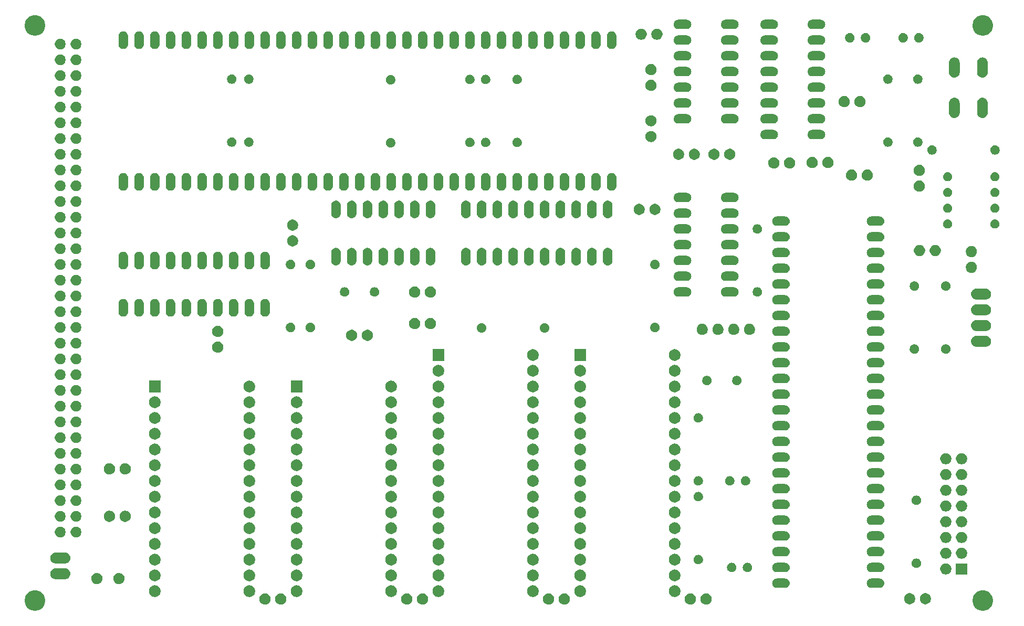
<source format=gbr>
G04 #@! TF.GenerationSoftware,KiCad,Pcbnew,(5.1.5-0-10_14)*
G04 #@! TF.CreationDate,2020-03-17T19:24:24+00:00*
G04 #@! TF.ProjectId,rosco_m68k,726f7363-6f5f-46d3-9638-6b2e6b696361,rev?*
G04 #@! TF.SameCoordinates,Original*
G04 #@! TF.FileFunction,Soldermask,Bot*
G04 #@! TF.FilePolarity,Negative*
%FSLAX46Y46*%
G04 Gerber Fmt 4.6, Leading zero omitted, Abs format (unit mm)*
G04 Created by KiCad (PCBNEW (5.1.5-0-10_14)) date 2020-03-17 19:24:24*
%MOMM*%
%LPD*%
G04 APERTURE LIST*
%ADD10C,0.100000*%
G04 APERTURE END LIST*
D10*
G36*
X224675256Y-149891298D02*
G01*
X224781579Y-149912447D01*
X225082042Y-150036903D01*
X225352451Y-150217585D01*
X225582415Y-150447549D01*
X225763097Y-150717958D01*
X225871881Y-150980585D01*
X225887553Y-151018422D01*
X225950010Y-151332411D01*
X225951000Y-151337391D01*
X225951000Y-151662609D01*
X225887553Y-151981579D01*
X225763097Y-152282042D01*
X225582415Y-152552451D01*
X225352451Y-152782415D01*
X225082042Y-152963097D01*
X224781579Y-153087553D01*
X224675256Y-153108702D01*
X224462611Y-153151000D01*
X224137389Y-153151000D01*
X223924744Y-153108702D01*
X223818421Y-153087553D01*
X223517958Y-152963097D01*
X223247549Y-152782415D01*
X223017585Y-152552451D01*
X222836903Y-152282042D01*
X222712447Y-151981579D01*
X222649000Y-151662609D01*
X222649000Y-151337391D01*
X222649991Y-151332411D01*
X222712447Y-151018422D01*
X222728120Y-150980585D01*
X222836903Y-150717958D01*
X223017585Y-150447549D01*
X223247549Y-150217585D01*
X223517958Y-150036903D01*
X223818421Y-149912447D01*
X223924744Y-149891298D01*
X224137389Y-149849000D01*
X224462611Y-149849000D01*
X224675256Y-149891298D01*
G37*
G36*
X71875256Y-149891298D02*
G01*
X71981579Y-149912447D01*
X72282042Y-150036903D01*
X72552451Y-150217585D01*
X72782415Y-150447549D01*
X72963097Y-150717958D01*
X73071881Y-150980585D01*
X73087553Y-151018422D01*
X73150010Y-151332411D01*
X73151000Y-151337391D01*
X73151000Y-151662609D01*
X73087553Y-151981579D01*
X72963097Y-152282042D01*
X72782415Y-152552451D01*
X72552451Y-152782415D01*
X72282042Y-152963097D01*
X71981579Y-153087553D01*
X71875256Y-153108702D01*
X71662611Y-153151000D01*
X71337389Y-153151000D01*
X71124744Y-153108702D01*
X71018421Y-153087553D01*
X70717958Y-152963097D01*
X70447549Y-152782415D01*
X70217585Y-152552451D01*
X70036903Y-152282042D01*
X69912447Y-151981579D01*
X69849000Y-151662609D01*
X69849000Y-151337391D01*
X69849991Y-151332411D01*
X69912447Y-151018422D01*
X69928120Y-150980585D01*
X70036903Y-150717958D01*
X70217585Y-150447549D01*
X70447549Y-150217585D01*
X70717958Y-150036903D01*
X71018421Y-149912447D01*
X71124744Y-149891298D01*
X71337389Y-149849000D01*
X71662611Y-149849000D01*
X71875256Y-149891298D01*
G37*
G36*
X179978115Y-150376551D02*
G01*
X180142213Y-150444523D01*
X180142215Y-150444524D01*
X180289900Y-150543204D01*
X180415496Y-150668800D01*
X180507465Y-150806441D01*
X180514177Y-150816487D01*
X180582149Y-150980585D01*
X180616800Y-151154789D01*
X180616800Y-151332411D01*
X180582149Y-151506615D01*
X180532237Y-151627113D01*
X180514176Y-151670715D01*
X180415496Y-151818400D01*
X180289900Y-151943996D01*
X180142215Y-152042676D01*
X180142214Y-152042677D01*
X180142213Y-152042677D01*
X179978115Y-152110649D01*
X179803911Y-152145300D01*
X179626289Y-152145300D01*
X179452085Y-152110649D01*
X179287987Y-152042677D01*
X179287986Y-152042677D01*
X179287985Y-152042676D01*
X179140300Y-151943996D01*
X179014704Y-151818400D01*
X178916024Y-151670715D01*
X178897963Y-151627113D01*
X178848051Y-151506615D01*
X178813400Y-151332411D01*
X178813400Y-151154789D01*
X178848051Y-150980585D01*
X178916023Y-150816487D01*
X178922736Y-150806441D01*
X179014704Y-150668800D01*
X179140300Y-150543204D01*
X179287985Y-150444524D01*
X179287987Y-150444523D01*
X179452085Y-150376551D01*
X179626289Y-150341900D01*
X179803911Y-150341900D01*
X179978115Y-150376551D01*
G37*
G36*
X177438115Y-150376551D02*
G01*
X177602213Y-150444523D01*
X177602215Y-150444524D01*
X177749900Y-150543204D01*
X177875496Y-150668800D01*
X177967465Y-150806441D01*
X177974177Y-150816487D01*
X178042149Y-150980585D01*
X178076800Y-151154789D01*
X178076800Y-151332411D01*
X178042149Y-151506615D01*
X177992237Y-151627113D01*
X177974176Y-151670715D01*
X177875496Y-151818400D01*
X177749900Y-151943996D01*
X177602215Y-152042676D01*
X177602214Y-152042677D01*
X177602213Y-152042677D01*
X177438115Y-152110649D01*
X177263911Y-152145300D01*
X177086289Y-152145300D01*
X176912085Y-152110649D01*
X176747987Y-152042677D01*
X176747986Y-152042677D01*
X176747985Y-152042676D01*
X176600300Y-151943996D01*
X176474704Y-151818400D01*
X176376024Y-151670715D01*
X176357963Y-151627113D01*
X176308051Y-151506615D01*
X176273400Y-151332411D01*
X176273400Y-151154789D01*
X176308051Y-150980585D01*
X176376023Y-150816487D01*
X176382736Y-150806441D01*
X176474704Y-150668800D01*
X176600300Y-150543204D01*
X176747985Y-150444524D01*
X176747987Y-150444523D01*
X176912085Y-150376551D01*
X177086289Y-150341900D01*
X177263911Y-150341900D01*
X177438115Y-150376551D01*
G37*
G36*
X157118115Y-150376551D02*
G01*
X157282213Y-150444523D01*
X157282215Y-150444524D01*
X157429900Y-150543204D01*
X157555496Y-150668800D01*
X157647465Y-150806441D01*
X157654177Y-150816487D01*
X157722149Y-150980585D01*
X157756800Y-151154789D01*
X157756800Y-151332411D01*
X157722149Y-151506615D01*
X157672237Y-151627113D01*
X157654176Y-151670715D01*
X157555496Y-151818400D01*
X157429900Y-151943996D01*
X157282215Y-152042676D01*
X157282214Y-152042677D01*
X157282213Y-152042677D01*
X157118115Y-152110649D01*
X156943911Y-152145300D01*
X156766289Y-152145300D01*
X156592085Y-152110649D01*
X156427987Y-152042677D01*
X156427986Y-152042677D01*
X156427985Y-152042676D01*
X156280300Y-151943996D01*
X156154704Y-151818400D01*
X156056024Y-151670715D01*
X156037963Y-151627113D01*
X155988051Y-151506615D01*
X155953400Y-151332411D01*
X155953400Y-151154789D01*
X155988051Y-150980585D01*
X156056023Y-150816487D01*
X156062736Y-150806441D01*
X156154704Y-150668800D01*
X156280300Y-150543204D01*
X156427985Y-150444524D01*
X156427987Y-150444523D01*
X156592085Y-150376551D01*
X156766289Y-150341900D01*
X156943911Y-150341900D01*
X157118115Y-150376551D01*
G37*
G36*
X154578115Y-150376551D02*
G01*
X154742213Y-150444523D01*
X154742215Y-150444524D01*
X154889900Y-150543204D01*
X155015496Y-150668800D01*
X155107465Y-150806441D01*
X155114177Y-150816487D01*
X155182149Y-150980585D01*
X155216800Y-151154789D01*
X155216800Y-151332411D01*
X155182149Y-151506615D01*
X155132237Y-151627113D01*
X155114176Y-151670715D01*
X155015496Y-151818400D01*
X154889900Y-151943996D01*
X154742215Y-152042676D01*
X154742214Y-152042677D01*
X154742213Y-152042677D01*
X154578115Y-152110649D01*
X154403911Y-152145300D01*
X154226289Y-152145300D01*
X154052085Y-152110649D01*
X153887987Y-152042677D01*
X153887986Y-152042677D01*
X153887985Y-152042676D01*
X153740300Y-151943996D01*
X153614704Y-151818400D01*
X153516024Y-151670715D01*
X153497963Y-151627113D01*
X153448051Y-151506615D01*
X153413400Y-151332411D01*
X153413400Y-151154789D01*
X153448051Y-150980585D01*
X153516023Y-150816487D01*
X153522736Y-150806441D01*
X153614704Y-150668800D01*
X153740300Y-150543204D01*
X153887985Y-150444524D01*
X153887987Y-150444523D01*
X154052085Y-150376551D01*
X154226289Y-150341900D01*
X154403911Y-150341900D01*
X154578115Y-150376551D01*
G37*
G36*
X134258115Y-150376551D02*
G01*
X134422213Y-150444523D01*
X134422215Y-150444524D01*
X134569900Y-150543204D01*
X134695496Y-150668800D01*
X134787465Y-150806441D01*
X134794177Y-150816487D01*
X134862149Y-150980585D01*
X134896800Y-151154789D01*
X134896800Y-151332411D01*
X134862149Y-151506615D01*
X134812237Y-151627113D01*
X134794176Y-151670715D01*
X134695496Y-151818400D01*
X134569900Y-151943996D01*
X134422215Y-152042676D01*
X134422214Y-152042677D01*
X134422213Y-152042677D01*
X134258115Y-152110649D01*
X134083911Y-152145300D01*
X133906289Y-152145300D01*
X133732085Y-152110649D01*
X133567987Y-152042677D01*
X133567986Y-152042677D01*
X133567985Y-152042676D01*
X133420300Y-151943996D01*
X133294704Y-151818400D01*
X133196024Y-151670715D01*
X133177963Y-151627113D01*
X133128051Y-151506615D01*
X133093400Y-151332411D01*
X133093400Y-151154789D01*
X133128051Y-150980585D01*
X133196023Y-150816487D01*
X133202736Y-150806441D01*
X133294704Y-150668800D01*
X133420300Y-150543204D01*
X133567985Y-150444524D01*
X133567987Y-150444523D01*
X133732085Y-150376551D01*
X133906289Y-150341900D01*
X134083911Y-150341900D01*
X134258115Y-150376551D01*
G37*
G36*
X131718115Y-150376551D02*
G01*
X131882213Y-150444523D01*
X131882215Y-150444524D01*
X132029900Y-150543204D01*
X132155496Y-150668800D01*
X132247465Y-150806441D01*
X132254177Y-150816487D01*
X132322149Y-150980585D01*
X132356800Y-151154789D01*
X132356800Y-151332411D01*
X132322149Y-151506615D01*
X132272237Y-151627113D01*
X132254176Y-151670715D01*
X132155496Y-151818400D01*
X132029900Y-151943996D01*
X131882215Y-152042676D01*
X131882214Y-152042677D01*
X131882213Y-152042677D01*
X131718115Y-152110649D01*
X131543911Y-152145300D01*
X131366289Y-152145300D01*
X131192085Y-152110649D01*
X131027987Y-152042677D01*
X131027986Y-152042677D01*
X131027985Y-152042676D01*
X130880300Y-151943996D01*
X130754704Y-151818400D01*
X130656024Y-151670715D01*
X130637963Y-151627113D01*
X130588051Y-151506615D01*
X130553400Y-151332411D01*
X130553400Y-151154789D01*
X130588051Y-150980585D01*
X130656023Y-150816487D01*
X130662736Y-150806441D01*
X130754704Y-150668800D01*
X130880300Y-150543204D01*
X131027985Y-150444524D01*
X131027987Y-150444523D01*
X131192085Y-150376551D01*
X131366289Y-150341900D01*
X131543911Y-150341900D01*
X131718115Y-150376551D01*
G37*
G36*
X111398115Y-150376551D02*
G01*
X111562213Y-150444523D01*
X111562215Y-150444524D01*
X111709900Y-150543204D01*
X111835496Y-150668800D01*
X111927465Y-150806441D01*
X111934177Y-150816487D01*
X112002149Y-150980585D01*
X112036800Y-151154789D01*
X112036800Y-151332411D01*
X112002149Y-151506615D01*
X111952237Y-151627113D01*
X111934176Y-151670715D01*
X111835496Y-151818400D01*
X111709900Y-151943996D01*
X111562215Y-152042676D01*
X111562214Y-152042677D01*
X111562213Y-152042677D01*
X111398115Y-152110649D01*
X111223911Y-152145300D01*
X111046289Y-152145300D01*
X110872085Y-152110649D01*
X110707987Y-152042677D01*
X110707986Y-152042677D01*
X110707985Y-152042676D01*
X110560300Y-151943996D01*
X110434704Y-151818400D01*
X110336024Y-151670715D01*
X110317963Y-151627113D01*
X110268051Y-151506615D01*
X110233400Y-151332411D01*
X110233400Y-151154789D01*
X110268051Y-150980585D01*
X110336023Y-150816487D01*
X110342736Y-150806441D01*
X110434704Y-150668800D01*
X110560300Y-150543204D01*
X110707985Y-150444524D01*
X110707987Y-150444523D01*
X110872085Y-150376551D01*
X111046289Y-150341900D01*
X111223911Y-150341900D01*
X111398115Y-150376551D01*
G37*
G36*
X108858115Y-150376551D02*
G01*
X109022213Y-150444523D01*
X109022215Y-150444524D01*
X109169900Y-150543204D01*
X109295496Y-150668800D01*
X109387465Y-150806441D01*
X109394177Y-150816487D01*
X109462149Y-150980585D01*
X109496800Y-151154789D01*
X109496800Y-151332411D01*
X109462149Y-151506615D01*
X109412237Y-151627113D01*
X109394176Y-151670715D01*
X109295496Y-151818400D01*
X109169900Y-151943996D01*
X109022215Y-152042676D01*
X109022214Y-152042677D01*
X109022213Y-152042677D01*
X108858115Y-152110649D01*
X108683911Y-152145300D01*
X108506289Y-152145300D01*
X108332085Y-152110649D01*
X108167987Y-152042677D01*
X108167986Y-152042677D01*
X108167985Y-152042676D01*
X108020300Y-151943996D01*
X107894704Y-151818400D01*
X107796024Y-151670715D01*
X107777963Y-151627113D01*
X107728051Y-151506615D01*
X107693400Y-151332411D01*
X107693400Y-151154789D01*
X107728051Y-150980585D01*
X107796023Y-150816487D01*
X107802736Y-150806441D01*
X107894704Y-150668800D01*
X108020300Y-150543204D01*
X108167985Y-150444524D01*
X108167987Y-150444523D01*
X108332085Y-150376551D01*
X108506289Y-150341900D01*
X108683911Y-150341900D01*
X108858115Y-150376551D01*
G37*
G36*
X215333015Y-150332951D02*
G01*
X215497113Y-150400923D01*
X215497115Y-150400924D01*
X215644800Y-150499604D01*
X215770396Y-150625200D01*
X215822775Y-150703590D01*
X215869077Y-150772887D01*
X215937049Y-150936985D01*
X215971700Y-151111189D01*
X215971700Y-151288811D01*
X215937049Y-151463015D01*
X215869077Y-151627113D01*
X215869076Y-151627115D01*
X215770396Y-151774800D01*
X215644800Y-151900396D01*
X215497115Y-151999076D01*
X215497114Y-151999077D01*
X215497113Y-151999077D01*
X215333015Y-152067049D01*
X215158811Y-152101700D01*
X214981189Y-152101700D01*
X214806985Y-152067049D01*
X214642887Y-151999077D01*
X214642886Y-151999077D01*
X214642885Y-151999076D01*
X214495200Y-151900396D01*
X214369604Y-151774800D01*
X214270924Y-151627115D01*
X214270923Y-151627113D01*
X214202951Y-151463015D01*
X214168300Y-151288811D01*
X214168300Y-151111189D01*
X214202951Y-150936985D01*
X214270923Y-150772887D01*
X214317226Y-150703590D01*
X214369604Y-150625200D01*
X214495200Y-150499604D01*
X214642885Y-150400924D01*
X214642887Y-150400923D01*
X214806985Y-150332951D01*
X214981189Y-150298300D01*
X215158811Y-150298300D01*
X215333015Y-150332951D01*
G37*
G36*
X212793015Y-150332951D02*
G01*
X212957113Y-150400923D01*
X212957115Y-150400924D01*
X213104800Y-150499604D01*
X213230396Y-150625200D01*
X213282775Y-150703590D01*
X213329077Y-150772887D01*
X213397049Y-150936985D01*
X213431700Y-151111189D01*
X213431700Y-151288811D01*
X213397049Y-151463015D01*
X213329077Y-151627113D01*
X213329076Y-151627115D01*
X213230396Y-151774800D01*
X213104800Y-151900396D01*
X212957115Y-151999076D01*
X212957114Y-151999077D01*
X212957113Y-151999077D01*
X212793015Y-152067049D01*
X212618811Y-152101700D01*
X212441189Y-152101700D01*
X212266985Y-152067049D01*
X212102887Y-151999077D01*
X212102886Y-151999077D01*
X212102885Y-151999076D01*
X211955200Y-151900396D01*
X211829604Y-151774800D01*
X211730924Y-151627115D01*
X211730923Y-151627113D01*
X211662951Y-151463015D01*
X211628300Y-151288811D01*
X211628300Y-151111189D01*
X211662951Y-150936985D01*
X211730923Y-150772887D01*
X211777226Y-150703590D01*
X211829604Y-150625200D01*
X211955200Y-150499604D01*
X212102885Y-150400924D01*
X212102887Y-150400923D01*
X212266985Y-150332951D01*
X212441189Y-150298300D01*
X212618811Y-150298300D01*
X212793015Y-150332951D01*
G37*
G36*
X106268707Y-149057877D02*
G01*
X106329229Y-149069916D01*
X106450165Y-149120009D01*
X106471852Y-149128992D01*
X106500262Y-149140760D01*
X106654187Y-149243610D01*
X106785090Y-149374513D01*
X106887941Y-149528440D01*
X106958784Y-149699472D01*
X106988528Y-149849000D01*
X106994900Y-149881038D01*
X106994900Y-150066162D01*
X106958784Y-150247729D01*
X106887940Y-150418762D01*
X106785090Y-150572687D01*
X106654187Y-150703590D01*
X106500262Y-150806440D01*
X106500261Y-150806441D01*
X106500260Y-150806441D01*
X106450165Y-150827191D01*
X106329229Y-150877284D01*
X106268707Y-150889323D01*
X106147664Y-150913400D01*
X105962536Y-150913400D01*
X105841493Y-150889323D01*
X105780971Y-150877284D01*
X105660035Y-150827191D01*
X105609940Y-150806441D01*
X105609939Y-150806441D01*
X105609938Y-150806440D01*
X105456013Y-150703590D01*
X105325110Y-150572687D01*
X105222260Y-150418762D01*
X105151416Y-150247729D01*
X105115300Y-150066162D01*
X105115300Y-149881038D01*
X105121673Y-149849000D01*
X105151416Y-149699472D01*
X105222259Y-149528440D01*
X105325110Y-149374513D01*
X105456013Y-149243610D01*
X105609938Y-149140760D01*
X105638349Y-149128992D01*
X105660035Y-149120009D01*
X105780971Y-149069916D01*
X105841493Y-149057877D01*
X105962536Y-149033800D01*
X106147664Y-149033800D01*
X106268707Y-149057877D01*
G37*
G36*
X91028707Y-149057877D02*
G01*
X91089229Y-149069916D01*
X91210165Y-149120009D01*
X91231852Y-149128992D01*
X91260262Y-149140760D01*
X91414187Y-149243610D01*
X91545090Y-149374513D01*
X91647941Y-149528440D01*
X91718784Y-149699472D01*
X91748528Y-149849000D01*
X91754900Y-149881038D01*
X91754900Y-150066162D01*
X91718784Y-150247729D01*
X91647940Y-150418762D01*
X91545090Y-150572687D01*
X91414187Y-150703590D01*
X91260262Y-150806440D01*
X91260261Y-150806441D01*
X91260260Y-150806441D01*
X91210165Y-150827191D01*
X91089229Y-150877284D01*
X91028707Y-150889323D01*
X90907664Y-150913400D01*
X90722536Y-150913400D01*
X90601493Y-150889323D01*
X90540971Y-150877284D01*
X90420035Y-150827191D01*
X90369940Y-150806441D01*
X90369939Y-150806441D01*
X90369938Y-150806440D01*
X90216013Y-150703590D01*
X90085110Y-150572687D01*
X89982260Y-150418762D01*
X89911416Y-150247729D01*
X89875300Y-150066162D01*
X89875300Y-149881038D01*
X89881673Y-149849000D01*
X89911416Y-149699472D01*
X89982259Y-149528440D01*
X90085110Y-149374513D01*
X90216013Y-149243610D01*
X90369938Y-149140760D01*
X90398349Y-149128992D01*
X90420035Y-149120009D01*
X90540971Y-149069916D01*
X90601493Y-149057877D01*
X90722536Y-149033800D01*
X90907664Y-149033800D01*
X91028707Y-149057877D01*
G37*
G36*
X151988707Y-149057877D02*
G01*
X152049229Y-149069916D01*
X152170165Y-149120009D01*
X152191852Y-149128992D01*
X152220262Y-149140760D01*
X152374187Y-149243610D01*
X152505090Y-149374513D01*
X152607941Y-149528440D01*
X152678784Y-149699472D01*
X152708528Y-149849000D01*
X152714900Y-149881038D01*
X152714900Y-150066162D01*
X152678784Y-150247729D01*
X152607940Y-150418762D01*
X152505090Y-150572687D01*
X152374187Y-150703590D01*
X152220262Y-150806440D01*
X152220261Y-150806441D01*
X152220260Y-150806441D01*
X152170165Y-150827191D01*
X152049229Y-150877284D01*
X151988707Y-150889323D01*
X151867664Y-150913400D01*
X151682536Y-150913400D01*
X151561493Y-150889323D01*
X151500971Y-150877284D01*
X151380035Y-150827191D01*
X151329940Y-150806441D01*
X151329939Y-150806441D01*
X151329938Y-150806440D01*
X151176013Y-150703590D01*
X151045110Y-150572687D01*
X150942260Y-150418762D01*
X150871416Y-150247729D01*
X150835300Y-150066162D01*
X150835300Y-149881038D01*
X150841673Y-149849000D01*
X150871416Y-149699472D01*
X150942259Y-149528440D01*
X151045110Y-149374513D01*
X151176013Y-149243610D01*
X151329938Y-149140760D01*
X151358349Y-149128992D01*
X151380035Y-149120009D01*
X151500971Y-149069916D01*
X151561493Y-149057877D01*
X151682536Y-149033800D01*
X151867664Y-149033800D01*
X151988707Y-149057877D01*
G37*
G36*
X129128707Y-149057877D02*
G01*
X129189229Y-149069916D01*
X129310165Y-149120009D01*
X129331852Y-149128992D01*
X129360262Y-149140760D01*
X129514187Y-149243610D01*
X129645090Y-149374513D01*
X129747941Y-149528440D01*
X129818784Y-149699472D01*
X129848528Y-149849000D01*
X129854900Y-149881038D01*
X129854900Y-150066162D01*
X129818784Y-150247729D01*
X129747940Y-150418762D01*
X129645090Y-150572687D01*
X129514187Y-150703590D01*
X129360262Y-150806440D01*
X129360261Y-150806441D01*
X129360260Y-150806441D01*
X129310165Y-150827191D01*
X129189229Y-150877284D01*
X129128707Y-150889323D01*
X129007664Y-150913400D01*
X128822536Y-150913400D01*
X128701493Y-150889323D01*
X128640971Y-150877284D01*
X128520035Y-150827191D01*
X128469940Y-150806441D01*
X128469939Y-150806441D01*
X128469938Y-150806440D01*
X128316013Y-150703590D01*
X128185110Y-150572687D01*
X128082260Y-150418762D01*
X128011416Y-150247729D01*
X127975300Y-150066162D01*
X127975300Y-149881038D01*
X127981673Y-149849000D01*
X128011416Y-149699472D01*
X128082259Y-149528440D01*
X128185110Y-149374513D01*
X128316013Y-149243610D01*
X128469938Y-149140760D01*
X128498349Y-149128992D01*
X128520035Y-149120009D01*
X128640971Y-149069916D01*
X128701493Y-149057877D01*
X128822536Y-149033800D01*
X129007664Y-149033800D01*
X129128707Y-149057877D01*
G37*
G36*
X113888707Y-149057877D02*
G01*
X113949229Y-149069916D01*
X114070165Y-149120009D01*
X114091852Y-149128992D01*
X114120262Y-149140760D01*
X114274187Y-149243610D01*
X114405090Y-149374513D01*
X114507941Y-149528440D01*
X114578784Y-149699472D01*
X114608528Y-149849000D01*
X114614900Y-149881038D01*
X114614900Y-150066162D01*
X114578784Y-150247729D01*
X114507940Y-150418762D01*
X114405090Y-150572687D01*
X114274187Y-150703590D01*
X114120262Y-150806440D01*
X114120261Y-150806441D01*
X114120260Y-150806441D01*
X114070165Y-150827191D01*
X113949229Y-150877284D01*
X113888707Y-150889323D01*
X113767664Y-150913400D01*
X113582536Y-150913400D01*
X113461493Y-150889323D01*
X113400971Y-150877284D01*
X113280035Y-150827191D01*
X113229940Y-150806441D01*
X113229939Y-150806441D01*
X113229938Y-150806440D01*
X113076013Y-150703590D01*
X112945110Y-150572687D01*
X112842260Y-150418762D01*
X112771416Y-150247729D01*
X112735300Y-150066162D01*
X112735300Y-149881038D01*
X112741673Y-149849000D01*
X112771416Y-149699472D01*
X112842259Y-149528440D01*
X112945110Y-149374513D01*
X113076013Y-149243610D01*
X113229938Y-149140760D01*
X113258349Y-149128992D01*
X113280035Y-149120009D01*
X113400971Y-149069916D01*
X113461493Y-149057877D01*
X113582536Y-149033800D01*
X113767664Y-149033800D01*
X113888707Y-149057877D01*
G37*
G36*
X136748707Y-149057877D02*
G01*
X136809229Y-149069916D01*
X136930165Y-149120009D01*
X136951852Y-149128992D01*
X136980262Y-149140760D01*
X137134187Y-149243610D01*
X137265090Y-149374513D01*
X137367941Y-149528440D01*
X137438784Y-149699472D01*
X137468528Y-149849000D01*
X137474900Y-149881038D01*
X137474900Y-150066162D01*
X137438784Y-150247729D01*
X137367940Y-150418762D01*
X137265090Y-150572687D01*
X137134187Y-150703590D01*
X136980262Y-150806440D01*
X136980261Y-150806441D01*
X136980260Y-150806441D01*
X136930165Y-150827191D01*
X136809229Y-150877284D01*
X136748707Y-150889323D01*
X136627664Y-150913400D01*
X136442536Y-150913400D01*
X136321493Y-150889323D01*
X136260971Y-150877284D01*
X136140035Y-150827191D01*
X136089940Y-150806441D01*
X136089939Y-150806441D01*
X136089938Y-150806440D01*
X135936013Y-150703590D01*
X135805110Y-150572687D01*
X135702260Y-150418762D01*
X135631416Y-150247729D01*
X135595300Y-150066162D01*
X135595300Y-149881038D01*
X135601673Y-149849000D01*
X135631416Y-149699472D01*
X135702259Y-149528440D01*
X135805110Y-149374513D01*
X135936013Y-149243610D01*
X136089938Y-149140760D01*
X136118349Y-149128992D01*
X136140035Y-149120009D01*
X136260971Y-149069916D01*
X136321493Y-149057877D01*
X136442536Y-149033800D01*
X136627664Y-149033800D01*
X136748707Y-149057877D01*
G37*
G36*
X174848707Y-149057877D02*
G01*
X174909229Y-149069916D01*
X175030165Y-149120009D01*
X175051852Y-149128992D01*
X175080262Y-149140760D01*
X175234187Y-149243610D01*
X175365090Y-149374513D01*
X175467941Y-149528440D01*
X175538784Y-149699472D01*
X175568528Y-149849000D01*
X175574900Y-149881038D01*
X175574900Y-150066162D01*
X175538784Y-150247729D01*
X175467940Y-150418762D01*
X175365090Y-150572687D01*
X175234187Y-150703590D01*
X175080262Y-150806440D01*
X175080261Y-150806441D01*
X175080260Y-150806441D01*
X175030165Y-150827191D01*
X174909229Y-150877284D01*
X174848707Y-150889323D01*
X174727664Y-150913400D01*
X174542536Y-150913400D01*
X174421493Y-150889323D01*
X174360971Y-150877284D01*
X174240035Y-150827191D01*
X174189940Y-150806441D01*
X174189939Y-150806441D01*
X174189938Y-150806440D01*
X174036013Y-150703590D01*
X173905110Y-150572687D01*
X173802260Y-150418762D01*
X173731416Y-150247729D01*
X173695300Y-150066162D01*
X173695300Y-149881038D01*
X173701673Y-149849000D01*
X173731416Y-149699472D01*
X173802259Y-149528440D01*
X173905110Y-149374513D01*
X174036013Y-149243610D01*
X174189938Y-149140760D01*
X174218349Y-149128992D01*
X174240035Y-149120009D01*
X174360971Y-149069916D01*
X174421493Y-149057877D01*
X174542536Y-149033800D01*
X174727664Y-149033800D01*
X174848707Y-149057877D01*
G37*
G36*
X159608707Y-149057877D02*
G01*
X159669229Y-149069916D01*
X159790165Y-149120009D01*
X159811852Y-149128992D01*
X159840262Y-149140760D01*
X159994187Y-149243610D01*
X160125090Y-149374513D01*
X160227941Y-149528440D01*
X160298784Y-149699472D01*
X160328528Y-149849000D01*
X160334900Y-149881038D01*
X160334900Y-150066162D01*
X160298784Y-150247729D01*
X160227940Y-150418762D01*
X160125090Y-150572687D01*
X159994187Y-150703590D01*
X159840262Y-150806440D01*
X159840261Y-150806441D01*
X159840260Y-150806441D01*
X159790165Y-150827191D01*
X159669229Y-150877284D01*
X159608707Y-150889323D01*
X159487664Y-150913400D01*
X159302536Y-150913400D01*
X159181493Y-150889323D01*
X159120971Y-150877284D01*
X159000035Y-150827191D01*
X158949940Y-150806441D01*
X158949939Y-150806441D01*
X158949938Y-150806440D01*
X158796013Y-150703590D01*
X158665110Y-150572687D01*
X158562260Y-150418762D01*
X158491416Y-150247729D01*
X158455300Y-150066162D01*
X158455300Y-149881038D01*
X158461673Y-149849000D01*
X158491416Y-149699472D01*
X158562259Y-149528440D01*
X158665110Y-149374513D01*
X158796013Y-149243610D01*
X158949938Y-149140760D01*
X158978349Y-149128992D01*
X159000035Y-149120009D01*
X159120971Y-149069916D01*
X159181493Y-149057877D01*
X159302536Y-149033800D01*
X159487664Y-149033800D01*
X159608707Y-149057877D01*
G37*
G36*
X207755243Y-147945275D02*
G01*
X207829878Y-147952626D01*
X207936142Y-147984861D01*
X207973519Y-147996199D01*
X208105891Y-148066954D01*
X208221922Y-148162178D01*
X208317146Y-148278209D01*
X208387901Y-148410581D01*
X208387902Y-148410585D01*
X208431474Y-148554222D01*
X208446186Y-148703600D01*
X208431474Y-148852978D01*
X208399239Y-148959242D01*
X208387901Y-148996619D01*
X208317146Y-149128991D01*
X208221922Y-149245022D01*
X208105891Y-149340246D01*
X207973519Y-149411001D01*
X207936142Y-149422339D01*
X207829878Y-149454574D01*
X207755243Y-149461925D01*
X207717927Y-149465600D01*
X206322273Y-149465600D01*
X206284957Y-149461925D01*
X206210322Y-149454574D01*
X206104058Y-149422339D01*
X206066681Y-149411001D01*
X205934309Y-149340246D01*
X205818278Y-149245022D01*
X205723054Y-149128991D01*
X205652299Y-148996619D01*
X205640961Y-148959242D01*
X205608726Y-148852978D01*
X205594014Y-148703600D01*
X205608726Y-148554222D01*
X205652298Y-148410585D01*
X205652299Y-148410581D01*
X205723054Y-148278209D01*
X205818278Y-148162178D01*
X205934309Y-148066954D01*
X206066681Y-147996199D01*
X206104058Y-147984861D01*
X206210322Y-147952626D01*
X206284957Y-147945275D01*
X206322273Y-147941600D01*
X207717927Y-147941600D01*
X207755243Y-147945275D01*
G37*
G36*
X192515243Y-147945275D02*
G01*
X192589878Y-147952626D01*
X192696142Y-147984861D01*
X192733519Y-147996199D01*
X192865891Y-148066954D01*
X192981922Y-148162178D01*
X193077146Y-148278209D01*
X193147901Y-148410581D01*
X193147902Y-148410585D01*
X193191474Y-148554222D01*
X193206186Y-148703600D01*
X193191474Y-148852978D01*
X193159239Y-148959242D01*
X193147901Y-148996619D01*
X193077146Y-149128991D01*
X192981922Y-149245022D01*
X192865891Y-149340246D01*
X192733519Y-149411001D01*
X192696142Y-149422339D01*
X192589878Y-149454574D01*
X192515243Y-149461925D01*
X192477927Y-149465600D01*
X191082273Y-149465600D01*
X191044957Y-149461925D01*
X190970322Y-149454574D01*
X190864058Y-149422339D01*
X190826681Y-149411001D01*
X190694309Y-149340246D01*
X190578278Y-149245022D01*
X190483054Y-149128991D01*
X190412299Y-148996619D01*
X190400961Y-148959242D01*
X190368726Y-148852978D01*
X190354014Y-148703600D01*
X190368726Y-148554222D01*
X190412298Y-148410585D01*
X190412299Y-148410581D01*
X190483054Y-148278209D01*
X190578278Y-148162178D01*
X190694309Y-148066954D01*
X190826681Y-147996199D01*
X190864058Y-147984861D01*
X190970322Y-147952626D01*
X191044957Y-147945275D01*
X191082273Y-147941600D01*
X192477927Y-147941600D01*
X192515243Y-147945275D01*
G37*
G36*
X85289515Y-147062551D02*
G01*
X85379569Y-147099853D01*
X85453615Y-147130524D01*
X85512695Y-147170000D01*
X85601300Y-147229204D01*
X85726896Y-147354800D01*
X85825577Y-147502487D01*
X85893549Y-147666585D01*
X85928200Y-147840789D01*
X85928200Y-148018411D01*
X85893549Y-148192615D01*
X85833625Y-148337284D01*
X85825576Y-148356715D01*
X85726896Y-148504400D01*
X85601300Y-148629996D01*
X85453615Y-148728676D01*
X85453614Y-148728677D01*
X85453613Y-148728677D01*
X85289515Y-148796649D01*
X85115311Y-148831300D01*
X84937689Y-148831300D01*
X84763485Y-148796649D01*
X84599387Y-148728677D01*
X84599386Y-148728677D01*
X84599385Y-148728676D01*
X84451700Y-148629996D01*
X84326104Y-148504400D01*
X84227424Y-148356715D01*
X84219375Y-148337284D01*
X84159451Y-148192615D01*
X84124800Y-148018411D01*
X84124800Y-147840789D01*
X84159451Y-147666585D01*
X84227423Y-147502487D01*
X84326104Y-147354800D01*
X84451700Y-147229204D01*
X84540305Y-147170000D01*
X84599385Y-147130524D01*
X84673431Y-147099853D01*
X84763485Y-147062551D01*
X84937689Y-147027900D01*
X85115311Y-147027900D01*
X85289515Y-147062551D01*
G37*
G36*
X81733515Y-147062551D02*
G01*
X81823569Y-147099853D01*
X81897615Y-147130524D01*
X81956695Y-147170000D01*
X82045300Y-147229204D01*
X82170896Y-147354800D01*
X82269577Y-147502487D01*
X82337549Y-147666585D01*
X82372200Y-147840789D01*
X82372200Y-148018411D01*
X82337549Y-148192615D01*
X82277625Y-148337284D01*
X82269576Y-148356715D01*
X82170896Y-148504400D01*
X82045300Y-148629996D01*
X81897615Y-148728676D01*
X81897614Y-148728677D01*
X81897613Y-148728677D01*
X81733515Y-148796649D01*
X81559311Y-148831300D01*
X81381689Y-148831300D01*
X81207485Y-148796649D01*
X81043387Y-148728677D01*
X81043386Y-148728677D01*
X81043385Y-148728676D01*
X80895700Y-148629996D01*
X80770104Y-148504400D01*
X80671424Y-148356715D01*
X80663375Y-148337284D01*
X80603451Y-148192615D01*
X80568800Y-148018411D01*
X80568800Y-147840789D01*
X80603451Y-147666585D01*
X80671423Y-147502487D01*
X80770104Y-147354800D01*
X80895700Y-147229204D01*
X80984305Y-147170000D01*
X81043385Y-147130524D01*
X81117431Y-147099853D01*
X81207485Y-147062551D01*
X81381689Y-147027900D01*
X81559311Y-147027900D01*
X81733515Y-147062551D01*
G37*
G36*
X159608707Y-146517877D02*
G01*
X159669229Y-146529916D01*
X159790165Y-146580009D01*
X159811852Y-146588992D01*
X159840262Y-146600760D01*
X159994187Y-146703610D01*
X160125090Y-146834513D01*
X160227940Y-146988438D01*
X160286794Y-147130524D01*
X160298784Y-147159472D01*
X160334900Y-147341036D01*
X160334900Y-147526164D01*
X160298784Y-147707728D01*
X160243669Y-147840790D01*
X160227940Y-147878762D01*
X160125090Y-148032687D01*
X159994187Y-148163590D01*
X159840262Y-148266440D01*
X159840261Y-148266441D01*
X159840260Y-148266441D01*
X159811849Y-148278209D01*
X159669229Y-148337284D01*
X159608707Y-148349323D01*
X159487664Y-148373400D01*
X159302536Y-148373400D01*
X159181493Y-148349323D01*
X159120971Y-148337284D01*
X158978351Y-148278209D01*
X158949940Y-148266441D01*
X158949939Y-148266441D01*
X158949938Y-148266440D01*
X158796013Y-148163590D01*
X158665110Y-148032687D01*
X158562260Y-147878762D01*
X158546532Y-147840790D01*
X158491416Y-147707728D01*
X158455300Y-147526164D01*
X158455300Y-147341036D01*
X158491416Y-147159472D01*
X158503407Y-147130524D01*
X158562260Y-146988438D01*
X158665110Y-146834513D01*
X158796013Y-146703610D01*
X158949938Y-146600760D01*
X158978349Y-146588992D01*
X159000035Y-146580009D01*
X159120971Y-146529916D01*
X159181493Y-146517877D01*
X159302536Y-146493800D01*
X159487664Y-146493800D01*
X159608707Y-146517877D01*
G37*
G36*
X151988707Y-146517877D02*
G01*
X152049229Y-146529916D01*
X152170165Y-146580009D01*
X152191852Y-146588992D01*
X152220262Y-146600760D01*
X152374187Y-146703610D01*
X152505090Y-146834513D01*
X152607940Y-146988438D01*
X152666794Y-147130524D01*
X152678784Y-147159472D01*
X152714900Y-147341036D01*
X152714900Y-147526164D01*
X152678784Y-147707728D01*
X152623669Y-147840790D01*
X152607940Y-147878762D01*
X152505090Y-148032687D01*
X152374187Y-148163590D01*
X152220262Y-148266440D01*
X152220261Y-148266441D01*
X152220260Y-148266441D01*
X152191849Y-148278209D01*
X152049229Y-148337284D01*
X151988707Y-148349323D01*
X151867664Y-148373400D01*
X151682536Y-148373400D01*
X151561493Y-148349323D01*
X151500971Y-148337284D01*
X151358351Y-148278209D01*
X151329940Y-148266441D01*
X151329939Y-148266441D01*
X151329938Y-148266440D01*
X151176013Y-148163590D01*
X151045110Y-148032687D01*
X150942260Y-147878762D01*
X150926532Y-147840790D01*
X150871416Y-147707728D01*
X150835300Y-147526164D01*
X150835300Y-147341036D01*
X150871416Y-147159472D01*
X150883407Y-147130524D01*
X150942260Y-146988438D01*
X151045110Y-146834513D01*
X151176013Y-146703610D01*
X151329938Y-146600760D01*
X151358349Y-146588992D01*
X151380035Y-146580009D01*
X151500971Y-146529916D01*
X151561493Y-146517877D01*
X151682536Y-146493800D01*
X151867664Y-146493800D01*
X151988707Y-146517877D01*
G37*
G36*
X91028707Y-146517877D02*
G01*
X91089229Y-146529916D01*
X91210165Y-146580009D01*
X91231852Y-146588992D01*
X91260262Y-146600760D01*
X91414187Y-146703610D01*
X91545090Y-146834513D01*
X91647940Y-146988438D01*
X91706794Y-147130524D01*
X91718784Y-147159472D01*
X91754900Y-147341036D01*
X91754900Y-147526164D01*
X91718784Y-147707728D01*
X91663669Y-147840790D01*
X91647940Y-147878762D01*
X91545090Y-148032687D01*
X91414187Y-148163590D01*
X91260262Y-148266440D01*
X91260261Y-148266441D01*
X91260260Y-148266441D01*
X91231849Y-148278209D01*
X91089229Y-148337284D01*
X91028707Y-148349323D01*
X90907664Y-148373400D01*
X90722536Y-148373400D01*
X90601493Y-148349323D01*
X90540971Y-148337284D01*
X90398351Y-148278209D01*
X90369940Y-148266441D01*
X90369939Y-148266441D01*
X90369938Y-148266440D01*
X90216013Y-148163590D01*
X90085110Y-148032687D01*
X89982260Y-147878762D01*
X89966532Y-147840790D01*
X89911416Y-147707728D01*
X89875300Y-147526164D01*
X89875300Y-147341036D01*
X89911416Y-147159472D01*
X89923407Y-147130524D01*
X89982260Y-146988438D01*
X90085110Y-146834513D01*
X90216013Y-146703610D01*
X90369938Y-146600760D01*
X90398349Y-146588992D01*
X90420035Y-146580009D01*
X90540971Y-146529916D01*
X90601493Y-146517877D01*
X90722536Y-146493800D01*
X90907664Y-146493800D01*
X91028707Y-146517877D01*
G37*
G36*
X106268707Y-146517877D02*
G01*
X106329229Y-146529916D01*
X106450165Y-146580009D01*
X106471852Y-146588992D01*
X106500262Y-146600760D01*
X106654187Y-146703610D01*
X106785090Y-146834513D01*
X106887940Y-146988438D01*
X106946794Y-147130524D01*
X106958784Y-147159472D01*
X106994900Y-147341036D01*
X106994900Y-147526164D01*
X106958784Y-147707728D01*
X106903669Y-147840790D01*
X106887940Y-147878762D01*
X106785090Y-148032687D01*
X106654187Y-148163590D01*
X106500262Y-148266440D01*
X106500261Y-148266441D01*
X106500260Y-148266441D01*
X106471849Y-148278209D01*
X106329229Y-148337284D01*
X106268707Y-148349323D01*
X106147664Y-148373400D01*
X105962536Y-148373400D01*
X105841493Y-148349323D01*
X105780971Y-148337284D01*
X105638351Y-148278209D01*
X105609940Y-148266441D01*
X105609939Y-148266441D01*
X105609938Y-148266440D01*
X105456013Y-148163590D01*
X105325110Y-148032687D01*
X105222260Y-147878762D01*
X105206532Y-147840790D01*
X105151416Y-147707728D01*
X105115300Y-147526164D01*
X105115300Y-147341036D01*
X105151416Y-147159472D01*
X105163407Y-147130524D01*
X105222260Y-146988438D01*
X105325110Y-146834513D01*
X105456013Y-146703610D01*
X105609938Y-146600760D01*
X105638349Y-146588992D01*
X105660035Y-146580009D01*
X105780971Y-146529916D01*
X105841493Y-146517877D01*
X105962536Y-146493800D01*
X106147664Y-146493800D01*
X106268707Y-146517877D01*
G37*
G36*
X174848707Y-146517877D02*
G01*
X174909229Y-146529916D01*
X175030165Y-146580009D01*
X175051852Y-146588992D01*
X175080262Y-146600760D01*
X175234187Y-146703610D01*
X175365090Y-146834513D01*
X175467940Y-146988438D01*
X175526794Y-147130524D01*
X175538784Y-147159472D01*
X175574900Y-147341036D01*
X175574900Y-147526164D01*
X175538784Y-147707728D01*
X175483669Y-147840790D01*
X175467940Y-147878762D01*
X175365090Y-148032687D01*
X175234187Y-148163590D01*
X175080262Y-148266440D01*
X175080261Y-148266441D01*
X175080260Y-148266441D01*
X175051849Y-148278209D01*
X174909229Y-148337284D01*
X174848707Y-148349323D01*
X174727664Y-148373400D01*
X174542536Y-148373400D01*
X174421493Y-148349323D01*
X174360971Y-148337284D01*
X174218351Y-148278209D01*
X174189940Y-148266441D01*
X174189939Y-148266441D01*
X174189938Y-148266440D01*
X174036013Y-148163590D01*
X173905110Y-148032687D01*
X173802260Y-147878762D01*
X173786532Y-147840790D01*
X173731416Y-147707728D01*
X173695300Y-147526164D01*
X173695300Y-147341036D01*
X173731416Y-147159472D01*
X173743407Y-147130524D01*
X173802260Y-146988438D01*
X173905110Y-146834513D01*
X174036013Y-146703610D01*
X174189938Y-146600760D01*
X174218349Y-146588992D01*
X174240035Y-146580009D01*
X174360971Y-146529916D01*
X174421493Y-146517877D01*
X174542536Y-146493800D01*
X174727664Y-146493800D01*
X174848707Y-146517877D01*
G37*
G36*
X136748707Y-146517877D02*
G01*
X136809229Y-146529916D01*
X136930165Y-146580009D01*
X136951852Y-146588992D01*
X136980262Y-146600760D01*
X137134187Y-146703610D01*
X137265090Y-146834513D01*
X137367940Y-146988438D01*
X137426794Y-147130524D01*
X137438784Y-147159472D01*
X137474900Y-147341036D01*
X137474900Y-147526164D01*
X137438784Y-147707728D01*
X137383669Y-147840790D01*
X137367940Y-147878762D01*
X137265090Y-148032687D01*
X137134187Y-148163590D01*
X136980262Y-148266440D01*
X136980261Y-148266441D01*
X136980260Y-148266441D01*
X136951849Y-148278209D01*
X136809229Y-148337284D01*
X136748707Y-148349323D01*
X136627664Y-148373400D01*
X136442536Y-148373400D01*
X136321493Y-148349323D01*
X136260971Y-148337284D01*
X136118351Y-148278209D01*
X136089940Y-148266441D01*
X136089939Y-148266441D01*
X136089938Y-148266440D01*
X135936013Y-148163590D01*
X135805110Y-148032687D01*
X135702260Y-147878762D01*
X135686532Y-147840790D01*
X135631416Y-147707728D01*
X135595300Y-147526164D01*
X135595300Y-147341036D01*
X135631416Y-147159472D01*
X135643407Y-147130524D01*
X135702260Y-146988438D01*
X135805110Y-146834513D01*
X135936013Y-146703610D01*
X136089938Y-146600760D01*
X136118349Y-146588992D01*
X136140035Y-146580009D01*
X136260971Y-146529916D01*
X136321493Y-146517877D01*
X136442536Y-146493800D01*
X136627664Y-146493800D01*
X136748707Y-146517877D01*
G37*
G36*
X129128707Y-146517877D02*
G01*
X129189229Y-146529916D01*
X129310165Y-146580009D01*
X129331852Y-146588992D01*
X129360262Y-146600760D01*
X129514187Y-146703610D01*
X129645090Y-146834513D01*
X129747940Y-146988438D01*
X129806794Y-147130524D01*
X129818784Y-147159472D01*
X129854900Y-147341036D01*
X129854900Y-147526164D01*
X129818784Y-147707728D01*
X129763669Y-147840790D01*
X129747940Y-147878762D01*
X129645090Y-148032687D01*
X129514187Y-148163590D01*
X129360262Y-148266440D01*
X129360261Y-148266441D01*
X129360260Y-148266441D01*
X129331849Y-148278209D01*
X129189229Y-148337284D01*
X129128707Y-148349323D01*
X129007664Y-148373400D01*
X128822536Y-148373400D01*
X128701493Y-148349323D01*
X128640971Y-148337284D01*
X128498351Y-148278209D01*
X128469940Y-148266441D01*
X128469939Y-148266441D01*
X128469938Y-148266440D01*
X128316013Y-148163590D01*
X128185110Y-148032687D01*
X128082260Y-147878762D01*
X128066532Y-147840790D01*
X128011416Y-147707728D01*
X127975300Y-147526164D01*
X127975300Y-147341036D01*
X128011416Y-147159472D01*
X128023407Y-147130524D01*
X128082260Y-146988438D01*
X128185110Y-146834513D01*
X128316013Y-146703610D01*
X128469938Y-146600760D01*
X128498349Y-146588992D01*
X128520035Y-146580009D01*
X128640971Y-146529916D01*
X128701493Y-146517877D01*
X128822536Y-146493800D01*
X129007664Y-146493800D01*
X129128707Y-146517877D01*
G37*
G36*
X113888707Y-146517877D02*
G01*
X113949229Y-146529916D01*
X114070165Y-146580009D01*
X114091852Y-146588992D01*
X114120262Y-146600760D01*
X114274187Y-146703610D01*
X114405090Y-146834513D01*
X114507940Y-146988438D01*
X114566794Y-147130524D01*
X114578784Y-147159472D01*
X114614900Y-147341036D01*
X114614900Y-147526164D01*
X114578784Y-147707728D01*
X114523669Y-147840790D01*
X114507940Y-147878762D01*
X114405090Y-148032687D01*
X114274187Y-148163590D01*
X114120262Y-148266440D01*
X114120261Y-148266441D01*
X114120260Y-148266441D01*
X114091849Y-148278209D01*
X113949229Y-148337284D01*
X113888707Y-148349323D01*
X113767664Y-148373400D01*
X113582536Y-148373400D01*
X113461493Y-148349323D01*
X113400971Y-148337284D01*
X113258351Y-148278209D01*
X113229940Y-148266441D01*
X113229939Y-148266441D01*
X113229938Y-148266440D01*
X113076013Y-148163590D01*
X112945110Y-148032687D01*
X112842260Y-147878762D01*
X112826532Y-147840790D01*
X112771416Y-147707728D01*
X112735300Y-147526164D01*
X112735300Y-147341036D01*
X112771416Y-147159472D01*
X112783407Y-147130524D01*
X112842260Y-146988438D01*
X112945110Y-146834513D01*
X113076013Y-146703610D01*
X113229938Y-146600760D01*
X113258349Y-146588992D01*
X113280035Y-146580009D01*
X113400971Y-146529916D01*
X113461493Y-146517877D01*
X113582536Y-146493800D01*
X113767664Y-146493800D01*
X113888707Y-146517877D01*
G37*
G36*
X76446712Y-146310565D02*
G01*
X76531295Y-146318896D01*
X76694084Y-146368278D01*
X76694087Y-146368279D01*
X76844107Y-146448466D01*
X76844108Y-146448467D01*
X76844112Y-146448469D01*
X76975612Y-146556388D01*
X77083531Y-146687888D01*
X77083533Y-146687892D01*
X77083534Y-146687893D01*
X77163721Y-146837913D01*
X77163722Y-146837916D01*
X77213104Y-147000705D01*
X77229778Y-147170000D01*
X77213104Y-147339295D01*
X77163722Y-147502084D01*
X77163721Y-147502087D01*
X77083534Y-147652107D01*
X77083531Y-147652112D01*
X76975612Y-147783612D01*
X76844112Y-147891531D01*
X76844108Y-147891533D01*
X76844107Y-147891534D01*
X76694087Y-147971721D01*
X76694084Y-147971722D01*
X76531295Y-148021104D01*
X76446712Y-148029435D01*
X76404421Y-148033600D01*
X74795579Y-148033600D01*
X74753288Y-148029435D01*
X74668705Y-148021104D01*
X74505916Y-147971722D01*
X74505913Y-147971721D01*
X74355893Y-147891534D01*
X74355892Y-147891533D01*
X74355888Y-147891531D01*
X74224388Y-147783612D01*
X74116469Y-147652112D01*
X74116466Y-147652107D01*
X74036279Y-147502087D01*
X74036278Y-147502084D01*
X73986896Y-147339295D01*
X73970222Y-147170000D01*
X73986896Y-147000705D01*
X74036278Y-146837916D01*
X74036279Y-146837913D01*
X74116466Y-146687893D01*
X74116467Y-146687892D01*
X74116469Y-146687888D01*
X74224388Y-146556388D01*
X74355888Y-146448469D01*
X74355892Y-146448467D01*
X74355893Y-146448466D01*
X74505913Y-146368279D01*
X74505916Y-146368278D01*
X74668705Y-146318896D01*
X74753288Y-146310565D01*
X74795579Y-146306400D01*
X76404421Y-146306400D01*
X76446712Y-146310565D01*
G37*
G36*
X221801000Y-147301000D02*
G01*
X219999000Y-147301000D01*
X219999000Y-145499000D01*
X221801000Y-145499000D01*
X221801000Y-147301000D01*
G37*
G36*
X218473512Y-145503927D02*
G01*
X218622812Y-145533624D01*
X218786784Y-145601544D01*
X218934354Y-145700147D01*
X219059853Y-145825646D01*
X219158456Y-145973216D01*
X219226376Y-146137188D01*
X219261000Y-146311259D01*
X219261000Y-146488741D01*
X219226376Y-146662812D01*
X219158456Y-146826784D01*
X219059853Y-146974354D01*
X218934354Y-147099853D01*
X218786784Y-147198456D01*
X218622812Y-147266376D01*
X218473512Y-147296073D01*
X218448742Y-147301000D01*
X218271258Y-147301000D01*
X218246488Y-147296073D01*
X218097188Y-147266376D01*
X217933216Y-147198456D01*
X217785646Y-147099853D01*
X217660147Y-146974354D01*
X217561544Y-146826784D01*
X217493624Y-146662812D01*
X217459000Y-146488741D01*
X217459000Y-146311259D01*
X217493624Y-146137188D01*
X217561544Y-145973216D01*
X217660147Y-145825646D01*
X217785646Y-145700147D01*
X217933216Y-145601544D01*
X218097188Y-145533624D01*
X218246488Y-145503927D01*
X218271258Y-145499000D01*
X218448742Y-145499000D01*
X218473512Y-145503927D01*
G37*
G36*
X192511920Y-145404948D02*
G01*
X192589878Y-145412626D01*
X192696142Y-145444861D01*
X192733519Y-145456199D01*
X192865891Y-145526954D01*
X192981922Y-145622178D01*
X193077146Y-145738209D01*
X193147901Y-145870581D01*
X193147902Y-145870585D01*
X193191474Y-146014222D01*
X193206186Y-146163600D01*
X193191474Y-146312978D01*
X193169363Y-146385867D01*
X193147901Y-146456619D01*
X193077146Y-146588991D01*
X192981922Y-146705022D01*
X192865891Y-146800246D01*
X192733519Y-146871001D01*
X192696142Y-146882339D01*
X192589878Y-146914574D01*
X192515243Y-146921925D01*
X192477927Y-146925600D01*
X191082273Y-146925600D01*
X191044957Y-146921925D01*
X190970322Y-146914574D01*
X190864058Y-146882339D01*
X190826681Y-146871001D01*
X190694309Y-146800246D01*
X190578278Y-146705022D01*
X190483054Y-146588991D01*
X190412299Y-146456619D01*
X190390837Y-146385867D01*
X190368726Y-146312978D01*
X190354014Y-146163600D01*
X190368726Y-146014222D01*
X190412298Y-145870585D01*
X190412299Y-145870581D01*
X190483054Y-145738209D01*
X190578278Y-145622178D01*
X190694309Y-145526954D01*
X190826681Y-145456199D01*
X190864058Y-145444861D01*
X190970322Y-145412626D01*
X191048280Y-145404948D01*
X191082273Y-145401600D01*
X192477927Y-145401600D01*
X192511920Y-145404948D01*
G37*
G36*
X184015795Y-145421122D02*
G01*
X184064867Y-145430883D01*
X184203542Y-145488324D01*
X184328347Y-145571716D01*
X184434484Y-145677853D01*
X184517876Y-145802658D01*
X184575317Y-145941333D01*
X184604600Y-146088550D01*
X184604600Y-146238650D01*
X184575317Y-146385867D01*
X184517876Y-146524542D01*
X184434484Y-146649347D01*
X184328347Y-146755484D01*
X184203542Y-146838876D01*
X184064867Y-146896317D01*
X184015795Y-146906078D01*
X183917652Y-146925600D01*
X183767548Y-146925600D01*
X183669405Y-146906078D01*
X183620333Y-146896317D01*
X183481658Y-146838876D01*
X183356853Y-146755484D01*
X183250716Y-146649347D01*
X183167324Y-146524542D01*
X183109883Y-146385867D01*
X183080600Y-146238650D01*
X183080600Y-146088550D01*
X183109883Y-145941333D01*
X183167324Y-145802658D01*
X183250716Y-145677853D01*
X183356853Y-145571716D01*
X183481658Y-145488324D01*
X183620333Y-145430883D01*
X183669405Y-145421122D01*
X183767548Y-145401600D01*
X183917652Y-145401600D01*
X184015795Y-145421122D01*
G37*
G36*
X207751920Y-145404948D02*
G01*
X207829878Y-145412626D01*
X207936142Y-145444861D01*
X207973519Y-145456199D01*
X208105891Y-145526954D01*
X208221922Y-145622178D01*
X208317146Y-145738209D01*
X208387901Y-145870581D01*
X208387902Y-145870585D01*
X208431474Y-146014222D01*
X208446186Y-146163600D01*
X208431474Y-146312978D01*
X208409363Y-146385867D01*
X208387901Y-146456619D01*
X208317146Y-146588991D01*
X208221922Y-146705022D01*
X208105891Y-146800246D01*
X207973519Y-146871001D01*
X207936142Y-146882339D01*
X207829878Y-146914574D01*
X207755243Y-146921925D01*
X207717927Y-146925600D01*
X206322273Y-146925600D01*
X206284957Y-146921925D01*
X206210322Y-146914574D01*
X206104058Y-146882339D01*
X206066681Y-146871001D01*
X205934309Y-146800246D01*
X205818278Y-146705022D01*
X205723054Y-146588991D01*
X205652299Y-146456619D01*
X205630837Y-146385867D01*
X205608726Y-146312978D01*
X205594014Y-146163600D01*
X205608726Y-146014222D01*
X205652298Y-145870585D01*
X205652299Y-145870581D01*
X205723054Y-145738209D01*
X205818278Y-145622178D01*
X205934309Y-145526954D01*
X206066681Y-145456199D01*
X206104058Y-145444861D01*
X206210322Y-145412626D01*
X206288280Y-145404948D01*
X206322273Y-145401600D01*
X207717927Y-145401600D01*
X207751920Y-145404948D01*
G37*
G36*
X186555795Y-145421122D02*
G01*
X186604867Y-145430883D01*
X186743542Y-145488324D01*
X186868347Y-145571716D01*
X186974484Y-145677853D01*
X187057876Y-145802658D01*
X187115317Y-145941333D01*
X187144600Y-146088550D01*
X187144600Y-146238650D01*
X187115317Y-146385867D01*
X187057876Y-146524542D01*
X186974484Y-146649347D01*
X186868347Y-146755484D01*
X186743542Y-146838876D01*
X186604867Y-146896317D01*
X186555795Y-146906078D01*
X186457652Y-146925600D01*
X186307548Y-146925600D01*
X186209405Y-146906078D01*
X186160333Y-146896317D01*
X186021658Y-146838876D01*
X185896853Y-146755484D01*
X185790716Y-146649347D01*
X185707324Y-146524542D01*
X185649883Y-146385867D01*
X185620600Y-146238650D01*
X185620600Y-146088550D01*
X185649883Y-145941333D01*
X185707324Y-145802658D01*
X185790716Y-145677853D01*
X185896853Y-145571716D01*
X186021658Y-145488324D01*
X186160333Y-145430883D01*
X186209405Y-145421122D01*
X186307548Y-145401600D01*
X186457652Y-145401600D01*
X186555795Y-145421122D01*
G37*
G36*
X213773195Y-144737522D02*
G01*
X213822267Y-144747283D01*
X213960942Y-144804724D01*
X214085747Y-144888116D01*
X214191884Y-144994253D01*
X214275276Y-145119058D01*
X214331395Y-145254542D01*
X214332717Y-145257734D01*
X214356908Y-145379347D01*
X214362000Y-145404950D01*
X214362000Y-145555050D01*
X214332717Y-145702267D01*
X214275276Y-145840942D01*
X214191884Y-145965747D01*
X214085747Y-146071884D01*
X213960942Y-146155276D01*
X213822267Y-146212717D01*
X213773195Y-146222478D01*
X213675052Y-146242000D01*
X213524948Y-146242000D01*
X213426805Y-146222478D01*
X213377733Y-146212717D01*
X213239058Y-146155276D01*
X213114253Y-146071884D01*
X213008116Y-145965747D01*
X212924724Y-145840942D01*
X212867283Y-145702267D01*
X212838000Y-145555050D01*
X212838000Y-145404950D01*
X212843093Y-145379347D01*
X212867283Y-145257734D01*
X212868605Y-145254542D01*
X212924724Y-145119058D01*
X213008116Y-144994253D01*
X213114253Y-144888116D01*
X213239058Y-144804724D01*
X213377733Y-144747283D01*
X213426805Y-144737522D01*
X213524948Y-144718000D01*
X213675052Y-144718000D01*
X213773195Y-144737522D01*
G37*
G36*
X159608707Y-143977877D02*
G01*
X159669229Y-143989916D01*
X159790165Y-144040009D01*
X159811852Y-144048992D01*
X159840262Y-144060760D01*
X159994187Y-144163610D01*
X160125090Y-144294513D01*
X160218529Y-144434353D01*
X160227941Y-144448440D01*
X160298784Y-144619472D01*
X160334900Y-144801036D01*
X160334900Y-144986164D01*
X160310823Y-145107207D01*
X160298784Y-145167729D01*
X160227940Y-145338762D01*
X160125090Y-145492687D01*
X159994187Y-145623590D01*
X159840262Y-145726440D01*
X159840261Y-145726441D01*
X159840260Y-145726441D01*
X159811849Y-145738209D01*
X159669229Y-145797284D01*
X159642212Y-145802658D01*
X159487664Y-145833400D01*
X159302536Y-145833400D01*
X159147988Y-145802658D01*
X159120971Y-145797284D01*
X158978351Y-145738209D01*
X158949940Y-145726441D01*
X158949939Y-145726441D01*
X158949938Y-145726440D01*
X158796013Y-145623590D01*
X158665110Y-145492687D01*
X158562260Y-145338762D01*
X158491416Y-145167729D01*
X158479377Y-145107207D01*
X158455300Y-144986164D01*
X158455300Y-144801036D01*
X158491416Y-144619472D01*
X158562259Y-144448440D01*
X158571672Y-144434353D01*
X158665110Y-144294513D01*
X158796013Y-144163610D01*
X158949938Y-144060760D01*
X158978349Y-144048992D01*
X159000035Y-144040009D01*
X159120971Y-143989916D01*
X159181493Y-143977877D01*
X159302536Y-143953800D01*
X159487664Y-143953800D01*
X159608707Y-143977877D01*
G37*
G36*
X151988707Y-143977877D02*
G01*
X152049229Y-143989916D01*
X152170165Y-144040009D01*
X152191852Y-144048992D01*
X152220262Y-144060760D01*
X152374187Y-144163610D01*
X152505090Y-144294513D01*
X152598529Y-144434353D01*
X152607941Y-144448440D01*
X152678784Y-144619472D01*
X152714900Y-144801036D01*
X152714900Y-144986164D01*
X152690823Y-145107207D01*
X152678784Y-145167729D01*
X152607940Y-145338762D01*
X152505090Y-145492687D01*
X152374187Y-145623590D01*
X152220262Y-145726440D01*
X152220261Y-145726441D01*
X152220260Y-145726441D01*
X152191849Y-145738209D01*
X152049229Y-145797284D01*
X152022212Y-145802658D01*
X151867664Y-145833400D01*
X151682536Y-145833400D01*
X151527988Y-145802658D01*
X151500971Y-145797284D01*
X151358351Y-145738209D01*
X151329940Y-145726441D01*
X151329939Y-145726441D01*
X151329938Y-145726440D01*
X151176013Y-145623590D01*
X151045110Y-145492687D01*
X150942260Y-145338762D01*
X150871416Y-145167729D01*
X150859377Y-145107207D01*
X150835300Y-144986164D01*
X150835300Y-144801036D01*
X150871416Y-144619472D01*
X150942259Y-144448440D01*
X150951672Y-144434353D01*
X151045110Y-144294513D01*
X151176013Y-144163610D01*
X151329938Y-144060760D01*
X151358349Y-144048992D01*
X151380035Y-144040009D01*
X151500971Y-143989916D01*
X151561493Y-143977877D01*
X151682536Y-143953800D01*
X151867664Y-143953800D01*
X151988707Y-143977877D01*
G37*
G36*
X136748707Y-143977877D02*
G01*
X136809229Y-143989916D01*
X136930165Y-144040009D01*
X136951852Y-144048992D01*
X136980262Y-144060760D01*
X137134187Y-144163610D01*
X137265090Y-144294513D01*
X137358529Y-144434353D01*
X137367941Y-144448440D01*
X137438784Y-144619472D01*
X137474900Y-144801036D01*
X137474900Y-144986164D01*
X137450823Y-145107207D01*
X137438784Y-145167729D01*
X137367940Y-145338762D01*
X137265090Y-145492687D01*
X137134187Y-145623590D01*
X136980262Y-145726440D01*
X136980261Y-145726441D01*
X136980260Y-145726441D01*
X136951849Y-145738209D01*
X136809229Y-145797284D01*
X136782212Y-145802658D01*
X136627664Y-145833400D01*
X136442536Y-145833400D01*
X136287988Y-145802658D01*
X136260971Y-145797284D01*
X136118351Y-145738209D01*
X136089940Y-145726441D01*
X136089939Y-145726441D01*
X136089938Y-145726440D01*
X135936013Y-145623590D01*
X135805110Y-145492687D01*
X135702260Y-145338762D01*
X135631416Y-145167729D01*
X135619377Y-145107207D01*
X135595300Y-144986164D01*
X135595300Y-144801036D01*
X135631416Y-144619472D01*
X135702259Y-144448440D01*
X135711672Y-144434353D01*
X135805110Y-144294513D01*
X135936013Y-144163610D01*
X136089938Y-144060760D01*
X136118349Y-144048992D01*
X136140035Y-144040009D01*
X136260971Y-143989916D01*
X136321493Y-143977877D01*
X136442536Y-143953800D01*
X136627664Y-143953800D01*
X136748707Y-143977877D01*
G37*
G36*
X129128707Y-143977877D02*
G01*
X129189229Y-143989916D01*
X129310165Y-144040009D01*
X129331852Y-144048992D01*
X129360262Y-144060760D01*
X129514187Y-144163610D01*
X129645090Y-144294513D01*
X129738529Y-144434353D01*
X129747941Y-144448440D01*
X129818784Y-144619472D01*
X129854900Y-144801036D01*
X129854900Y-144986164D01*
X129830823Y-145107207D01*
X129818784Y-145167729D01*
X129747940Y-145338762D01*
X129645090Y-145492687D01*
X129514187Y-145623590D01*
X129360262Y-145726440D01*
X129360261Y-145726441D01*
X129360260Y-145726441D01*
X129331849Y-145738209D01*
X129189229Y-145797284D01*
X129162212Y-145802658D01*
X129007664Y-145833400D01*
X128822536Y-145833400D01*
X128667988Y-145802658D01*
X128640971Y-145797284D01*
X128498351Y-145738209D01*
X128469940Y-145726441D01*
X128469939Y-145726441D01*
X128469938Y-145726440D01*
X128316013Y-145623590D01*
X128185110Y-145492687D01*
X128082260Y-145338762D01*
X128011416Y-145167729D01*
X127999377Y-145107207D01*
X127975300Y-144986164D01*
X127975300Y-144801036D01*
X128011416Y-144619472D01*
X128082259Y-144448440D01*
X128091672Y-144434353D01*
X128185110Y-144294513D01*
X128316013Y-144163610D01*
X128469938Y-144060760D01*
X128498349Y-144048992D01*
X128520035Y-144040009D01*
X128640971Y-143989916D01*
X128701493Y-143977877D01*
X128822536Y-143953800D01*
X129007664Y-143953800D01*
X129128707Y-143977877D01*
G37*
G36*
X174848707Y-143977877D02*
G01*
X174909229Y-143989916D01*
X175030165Y-144040009D01*
X175051852Y-144048992D01*
X175080262Y-144060760D01*
X175234187Y-144163610D01*
X175365090Y-144294513D01*
X175458529Y-144434353D01*
X175467941Y-144448440D01*
X175538784Y-144619472D01*
X175574900Y-144801036D01*
X175574900Y-144986164D01*
X175550823Y-145107207D01*
X175538784Y-145167729D01*
X175467940Y-145338762D01*
X175365090Y-145492687D01*
X175234187Y-145623590D01*
X175080262Y-145726440D01*
X175080261Y-145726441D01*
X175080260Y-145726441D01*
X175051849Y-145738209D01*
X174909229Y-145797284D01*
X174882212Y-145802658D01*
X174727664Y-145833400D01*
X174542536Y-145833400D01*
X174387988Y-145802658D01*
X174360971Y-145797284D01*
X174218351Y-145738209D01*
X174189940Y-145726441D01*
X174189939Y-145726441D01*
X174189938Y-145726440D01*
X174036013Y-145623590D01*
X173905110Y-145492687D01*
X173802260Y-145338762D01*
X173731416Y-145167729D01*
X173719377Y-145107207D01*
X173695300Y-144986164D01*
X173695300Y-144801036D01*
X173731416Y-144619472D01*
X173802259Y-144448440D01*
X173811672Y-144434353D01*
X173905110Y-144294513D01*
X174036013Y-144163610D01*
X174189938Y-144060760D01*
X174218349Y-144048992D01*
X174240035Y-144040009D01*
X174360971Y-143989916D01*
X174421493Y-143977877D01*
X174542536Y-143953800D01*
X174727664Y-143953800D01*
X174848707Y-143977877D01*
G37*
G36*
X113888707Y-143977877D02*
G01*
X113949229Y-143989916D01*
X114070165Y-144040009D01*
X114091852Y-144048992D01*
X114120262Y-144060760D01*
X114274187Y-144163610D01*
X114405090Y-144294513D01*
X114498529Y-144434353D01*
X114507941Y-144448440D01*
X114578784Y-144619472D01*
X114614900Y-144801036D01*
X114614900Y-144986164D01*
X114590823Y-145107207D01*
X114578784Y-145167729D01*
X114507940Y-145338762D01*
X114405090Y-145492687D01*
X114274187Y-145623590D01*
X114120262Y-145726440D01*
X114120261Y-145726441D01*
X114120260Y-145726441D01*
X114091849Y-145738209D01*
X113949229Y-145797284D01*
X113922212Y-145802658D01*
X113767664Y-145833400D01*
X113582536Y-145833400D01*
X113427988Y-145802658D01*
X113400971Y-145797284D01*
X113258351Y-145738209D01*
X113229940Y-145726441D01*
X113229939Y-145726441D01*
X113229938Y-145726440D01*
X113076013Y-145623590D01*
X112945110Y-145492687D01*
X112842260Y-145338762D01*
X112771416Y-145167729D01*
X112759377Y-145107207D01*
X112735300Y-144986164D01*
X112735300Y-144801036D01*
X112771416Y-144619472D01*
X112842259Y-144448440D01*
X112851672Y-144434353D01*
X112945110Y-144294513D01*
X113076013Y-144163610D01*
X113229938Y-144060760D01*
X113258349Y-144048992D01*
X113280035Y-144040009D01*
X113400971Y-143989916D01*
X113461493Y-143977877D01*
X113582536Y-143953800D01*
X113767664Y-143953800D01*
X113888707Y-143977877D01*
G37*
G36*
X106268707Y-143977877D02*
G01*
X106329229Y-143989916D01*
X106450165Y-144040009D01*
X106471852Y-144048992D01*
X106500262Y-144060760D01*
X106654187Y-144163610D01*
X106785090Y-144294513D01*
X106878529Y-144434353D01*
X106887941Y-144448440D01*
X106958784Y-144619472D01*
X106994900Y-144801036D01*
X106994900Y-144986164D01*
X106970823Y-145107207D01*
X106958784Y-145167729D01*
X106887940Y-145338762D01*
X106785090Y-145492687D01*
X106654187Y-145623590D01*
X106500262Y-145726440D01*
X106500261Y-145726441D01*
X106500260Y-145726441D01*
X106471849Y-145738209D01*
X106329229Y-145797284D01*
X106302212Y-145802658D01*
X106147664Y-145833400D01*
X105962536Y-145833400D01*
X105807988Y-145802658D01*
X105780971Y-145797284D01*
X105638351Y-145738209D01*
X105609940Y-145726441D01*
X105609939Y-145726441D01*
X105609938Y-145726440D01*
X105456013Y-145623590D01*
X105325110Y-145492687D01*
X105222260Y-145338762D01*
X105151416Y-145167729D01*
X105139377Y-145107207D01*
X105115300Y-144986164D01*
X105115300Y-144801036D01*
X105151416Y-144619472D01*
X105222259Y-144448440D01*
X105231672Y-144434353D01*
X105325110Y-144294513D01*
X105456013Y-144163610D01*
X105609938Y-144060760D01*
X105638349Y-144048992D01*
X105660035Y-144040009D01*
X105780971Y-143989916D01*
X105841493Y-143977877D01*
X105962536Y-143953800D01*
X106147664Y-143953800D01*
X106268707Y-143977877D01*
G37*
G36*
X91028707Y-143977877D02*
G01*
X91089229Y-143989916D01*
X91210165Y-144040009D01*
X91231852Y-144048992D01*
X91260262Y-144060760D01*
X91414187Y-144163610D01*
X91545090Y-144294513D01*
X91638529Y-144434353D01*
X91647941Y-144448440D01*
X91718784Y-144619472D01*
X91754900Y-144801036D01*
X91754900Y-144986164D01*
X91730823Y-145107207D01*
X91718784Y-145167729D01*
X91647940Y-145338762D01*
X91545090Y-145492687D01*
X91414187Y-145623590D01*
X91260262Y-145726440D01*
X91260261Y-145726441D01*
X91260260Y-145726441D01*
X91231849Y-145738209D01*
X91089229Y-145797284D01*
X91062212Y-145802658D01*
X90907664Y-145833400D01*
X90722536Y-145833400D01*
X90567988Y-145802658D01*
X90540971Y-145797284D01*
X90398351Y-145738209D01*
X90369940Y-145726441D01*
X90369939Y-145726441D01*
X90369938Y-145726440D01*
X90216013Y-145623590D01*
X90085110Y-145492687D01*
X89982260Y-145338762D01*
X89911416Y-145167729D01*
X89899377Y-145107207D01*
X89875300Y-144986164D01*
X89875300Y-144801036D01*
X89911416Y-144619472D01*
X89982259Y-144448440D01*
X89991672Y-144434353D01*
X90085110Y-144294513D01*
X90216013Y-144163610D01*
X90369938Y-144060760D01*
X90398349Y-144048992D01*
X90420035Y-144040009D01*
X90540971Y-143989916D01*
X90601493Y-143977877D01*
X90722536Y-143953800D01*
X90907664Y-143953800D01*
X91028707Y-143977877D01*
G37*
G36*
X178618295Y-144151122D02*
G01*
X178667367Y-144160883D01*
X178806042Y-144218324D01*
X178930847Y-144301716D01*
X179036984Y-144407853D01*
X179120376Y-144532658D01*
X179156335Y-144619471D01*
X179177817Y-144671334D01*
X179207100Y-144818548D01*
X179207100Y-144968652D01*
X179202007Y-144994254D01*
X179177817Y-145115867D01*
X179120376Y-145254542D01*
X179036984Y-145379347D01*
X178930847Y-145485484D01*
X178806042Y-145568876D01*
X178667367Y-145626317D01*
X178618295Y-145636078D01*
X178520152Y-145655600D01*
X178370048Y-145655600D01*
X178271905Y-145636078D01*
X178222833Y-145626317D01*
X178084158Y-145568876D01*
X177959353Y-145485484D01*
X177853216Y-145379347D01*
X177769824Y-145254542D01*
X177712383Y-145115867D01*
X177688193Y-144994254D01*
X177683100Y-144968652D01*
X177683100Y-144818548D01*
X177712383Y-144671334D01*
X177733865Y-144619471D01*
X177769824Y-144532658D01*
X177853216Y-144407853D01*
X177959353Y-144301716D01*
X178084158Y-144218324D01*
X178222833Y-144160883D01*
X178271905Y-144151122D01*
X178370048Y-144131600D01*
X178520152Y-144131600D01*
X178618295Y-144151122D01*
G37*
G36*
X76446712Y-143770565D02*
G01*
X76531295Y-143778896D01*
X76694084Y-143828278D01*
X76694087Y-143828279D01*
X76844107Y-143908466D01*
X76844108Y-143908467D01*
X76844112Y-143908469D01*
X76975612Y-144016388D01*
X77083531Y-144147888D01*
X77083533Y-144147892D01*
X77083534Y-144147893D01*
X77163721Y-144297913D01*
X77163722Y-144297916D01*
X77213104Y-144460705D01*
X77229778Y-144630000D01*
X77213104Y-144799295D01*
X77186160Y-144888116D01*
X77163721Y-144962087D01*
X77146527Y-144994254D01*
X77083531Y-145112112D01*
X76975612Y-145243612D01*
X76844112Y-145351531D01*
X76844108Y-145351533D01*
X76844107Y-145351534D01*
X76694087Y-145431721D01*
X76694084Y-145431722D01*
X76531295Y-145481104D01*
X76446712Y-145489435D01*
X76404421Y-145493600D01*
X74795579Y-145493600D01*
X74753288Y-145489435D01*
X74668705Y-145481104D01*
X74505916Y-145431722D01*
X74505913Y-145431721D01*
X74355893Y-145351534D01*
X74355892Y-145351533D01*
X74355888Y-145351531D01*
X74224388Y-145243612D01*
X74116469Y-145112112D01*
X74053473Y-144994254D01*
X74036279Y-144962087D01*
X74013840Y-144888116D01*
X73986896Y-144799295D01*
X73970222Y-144630000D01*
X73986896Y-144460705D01*
X74036278Y-144297916D01*
X74036279Y-144297913D01*
X74116466Y-144147893D01*
X74116467Y-144147892D01*
X74116469Y-144147888D01*
X74224388Y-144016388D01*
X74355888Y-143908469D01*
X74355892Y-143908467D01*
X74355893Y-143908466D01*
X74505913Y-143828279D01*
X74505916Y-143828278D01*
X74668705Y-143778896D01*
X74753288Y-143770565D01*
X74795579Y-143766400D01*
X76404421Y-143766400D01*
X76446712Y-143770565D01*
G37*
G36*
X218473512Y-142963927D02*
G01*
X218622812Y-142993624D01*
X218786784Y-143061544D01*
X218934354Y-143160147D01*
X219059853Y-143285646D01*
X219158456Y-143433216D01*
X219226376Y-143597188D01*
X219261000Y-143771259D01*
X219261000Y-143948741D01*
X219226376Y-144122812D01*
X219158456Y-144286784D01*
X219059853Y-144434354D01*
X218934354Y-144559853D01*
X218786784Y-144658456D01*
X218622812Y-144726376D01*
X218473512Y-144756073D01*
X218448742Y-144761000D01*
X218271258Y-144761000D01*
X218246488Y-144756073D01*
X218097188Y-144726376D01*
X217933216Y-144658456D01*
X217785646Y-144559853D01*
X217660147Y-144434354D01*
X217561544Y-144286784D01*
X217493624Y-144122812D01*
X217459000Y-143948741D01*
X217459000Y-143771259D01*
X217493624Y-143597188D01*
X217561544Y-143433216D01*
X217660147Y-143285646D01*
X217785646Y-143160147D01*
X217933216Y-143061544D01*
X218097188Y-142993624D01*
X218246488Y-142963927D01*
X218271258Y-142959000D01*
X218448742Y-142959000D01*
X218473512Y-142963927D01*
G37*
G36*
X221013512Y-142963927D02*
G01*
X221162812Y-142993624D01*
X221326784Y-143061544D01*
X221474354Y-143160147D01*
X221599853Y-143285646D01*
X221698456Y-143433216D01*
X221766376Y-143597188D01*
X221801000Y-143771259D01*
X221801000Y-143948741D01*
X221766376Y-144122812D01*
X221698456Y-144286784D01*
X221599853Y-144434354D01*
X221474354Y-144559853D01*
X221326784Y-144658456D01*
X221162812Y-144726376D01*
X221013512Y-144756073D01*
X220988742Y-144761000D01*
X220811258Y-144761000D01*
X220786488Y-144756073D01*
X220637188Y-144726376D01*
X220473216Y-144658456D01*
X220325646Y-144559853D01*
X220200147Y-144434354D01*
X220101544Y-144286784D01*
X220033624Y-144122812D01*
X219999000Y-143948741D01*
X219999000Y-143771259D01*
X220033624Y-143597188D01*
X220101544Y-143433216D01*
X220200147Y-143285646D01*
X220325646Y-143160147D01*
X220473216Y-143061544D01*
X220637188Y-142993624D01*
X220786488Y-142963927D01*
X220811258Y-142959000D01*
X220988742Y-142959000D01*
X221013512Y-142963927D01*
G37*
G36*
X192515243Y-142865275D02*
G01*
X192589878Y-142872626D01*
X192696142Y-142904861D01*
X192733519Y-142916199D01*
X192865891Y-142986954D01*
X192981922Y-143082178D01*
X193077146Y-143198209D01*
X193147901Y-143330581D01*
X193147902Y-143330585D01*
X193191474Y-143474222D01*
X193206186Y-143623600D01*
X193191474Y-143772978D01*
X193159239Y-143879242D01*
X193147901Y-143916619D01*
X193077146Y-144048991D01*
X192981922Y-144165022D01*
X192865891Y-144260246D01*
X192733519Y-144331001D01*
X192696142Y-144342339D01*
X192589878Y-144374574D01*
X192515243Y-144381925D01*
X192477927Y-144385600D01*
X191082273Y-144385600D01*
X191044957Y-144381925D01*
X190970322Y-144374574D01*
X190864058Y-144342339D01*
X190826681Y-144331001D01*
X190694309Y-144260246D01*
X190578278Y-144165022D01*
X190483054Y-144048991D01*
X190412299Y-143916619D01*
X190400961Y-143879242D01*
X190368726Y-143772978D01*
X190354014Y-143623600D01*
X190368726Y-143474222D01*
X190412298Y-143330585D01*
X190412299Y-143330581D01*
X190483054Y-143198209D01*
X190578278Y-143082178D01*
X190694309Y-142986954D01*
X190826681Y-142916199D01*
X190864058Y-142904861D01*
X190970322Y-142872626D01*
X191044957Y-142865275D01*
X191082273Y-142861600D01*
X192477927Y-142861600D01*
X192515243Y-142865275D01*
G37*
G36*
X207755243Y-142865275D02*
G01*
X207829878Y-142872626D01*
X207936142Y-142904861D01*
X207973519Y-142916199D01*
X208105891Y-142986954D01*
X208221922Y-143082178D01*
X208317146Y-143198209D01*
X208387901Y-143330581D01*
X208387902Y-143330585D01*
X208431474Y-143474222D01*
X208446186Y-143623600D01*
X208431474Y-143772978D01*
X208399239Y-143879242D01*
X208387901Y-143916619D01*
X208317146Y-144048991D01*
X208221922Y-144165022D01*
X208105891Y-144260246D01*
X207973519Y-144331001D01*
X207936142Y-144342339D01*
X207829878Y-144374574D01*
X207755243Y-144381925D01*
X207717927Y-144385600D01*
X206322273Y-144385600D01*
X206284957Y-144381925D01*
X206210322Y-144374574D01*
X206104058Y-144342339D01*
X206066681Y-144331001D01*
X205934309Y-144260246D01*
X205818278Y-144165022D01*
X205723054Y-144048991D01*
X205652299Y-143916619D01*
X205640961Y-143879242D01*
X205608726Y-143772978D01*
X205594014Y-143623600D01*
X205608726Y-143474222D01*
X205652298Y-143330585D01*
X205652299Y-143330581D01*
X205723054Y-143198209D01*
X205818278Y-143082178D01*
X205934309Y-142986954D01*
X206066681Y-142916199D01*
X206104058Y-142904861D01*
X206210322Y-142872626D01*
X206284957Y-142865275D01*
X206322273Y-142861600D01*
X207717927Y-142861600D01*
X207755243Y-142865275D01*
G37*
G36*
X106268707Y-141437877D02*
G01*
X106329229Y-141449916D01*
X106450165Y-141500009D01*
X106471852Y-141508992D01*
X106500262Y-141520760D01*
X106654187Y-141623610D01*
X106785090Y-141754513D01*
X106887940Y-141908438D01*
X106958784Y-142079471D01*
X106994900Y-142261038D01*
X106994900Y-142446162D01*
X106958784Y-142627729D01*
X106887940Y-142798762D01*
X106785090Y-142952687D01*
X106654187Y-143083590D01*
X106500262Y-143186440D01*
X106500261Y-143186441D01*
X106500260Y-143186441D01*
X106471849Y-143198209D01*
X106329229Y-143257284D01*
X106268707Y-143269323D01*
X106147664Y-143293400D01*
X105962536Y-143293400D01*
X105841493Y-143269323D01*
X105780971Y-143257284D01*
X105638351Y-143198209D01*
X105609940Y-143186441D01*
X105609939Y-143186441D01*
X105609938Y-143186440D01*
X105456013Y-143083590D01*
X105325110Y-142952687D01*
X105222260Y-142798762D01*
X105151416Y-142627729D01*
X105115300Y-142446162D01*
X105115300Y-142261038D01*
X105151416Y-142079471D01*
X105222260Y-141908438D01*
X105325110Y-141754513D01*
X105456013Y-141623610D01*
X105609938Y-141520760D01*
X105638349Y-141508992D01*
X105660035Y-141500009D01*
X105780971Y-141449916D01*
X105841493Y-141437877D01*
X105962536Y-141413800D01*
X106147664Y-141413800D01*
X106268707Y-141437877D01*
G37*
G36*
X129128707Y-141437877D02*
G01*
X129189229Y-141449916D01*
X129310165Y-141500009D01*
X129331852Y-141508992D01*
X129360262Y-141520760D01*
X129514187Y-141623610D01*
X129645090Y-141754513D01*
X129747940Y-141908438D01*
X129818784Y-142079471D01*
X129854900Y-142261038D01*
X129854900Y-142446162D01*
X129818784Y-142627729D01*
X129747940Y-142798762D01*
X129645090Y-142952687D01*
X129514187Y-143083590D01*
X129360262Y-143186440D01*
X129360261Y-143186441D01*
X129360260Y-143186441D01*
X129331849Y-143198209D01*
X129189229Y-143257284D01*
X129128707Y-143269323D01*
X129007664Y-143293400D01*
X128822536Y-143293400D01*
X128701493Y-143269323D01*
X128640971Y-143257284D01*
X128498351Y-143198209D01*
X128469940Y-143186441D01*
X128469939Y-143186441D01*
X128469938Y-143186440D01*
X128316013Y-143083590D01*
X128185110Y-142952687D01*
X128082260Y-142798762D01*
X128011416Y-142627729D01*
X127975300Y-142446162D01*
X127975300Y-142261038D01*
X128011416Y-142079471D01*
X128082260Y-141908438D01*
X128185110Y-141754513D01*
X128316013Y-141623610D01*
X128469938Y-141520760D01*
X128498349Y-141508992D01*
X128520035Y-141500009D01*
X128640971Y-141449916D01*
X128701493Y-141437877D01*
X128822536Y-141413800D01*
X129007664Y-141413800D01*
X129128707Y-141437877D01*
G37*
G36*
X113888707Y-141437877D02*
G01*
X113949229Y-141449916D01*
X114070165Y-141500009D01*
X114091852Y-141508992D01*
X114120262Y-141520760D01*
X114274187Y-141623610D01*
X114405090Y-141754513D01*
X114507940Y-141908438D01*
X114578784Y-142079471D01*
X114614900Y-142261038D01*
X114614900Y-142446162D01*
X114578784Y-142627729D01*
X114507940Y-142798762D01*
X114405090Y-142952687D01*
X114274187Y-143083590D01*
X114120262Y-143186440D01*
X114120261Y-143186441D01*
X114120260Y-143186441D01*
X114091849Y-143198209D01*
X113949229Y-143257284D01*
X113888707Y-143269323D01*
X113767664Y-143293400D01*
X113582536Y-143293400D01*
X113461493Y-143269323D01*
X113400971Y-143257284D01*
X113258351Y-143198209D01*
X113229940Y-143186441D01*
X113229939Y-143186441D01*
X113229938Y-143186440D01*
X113076013Y-143083590D01*
X112945110Y-142952687D01*
X112842260Y-142798762D01*
X112771416Y-142627729D01*
X112735300Y-142446162D01*
X112735300Y-142261038D01*
X112771416Y-142079471D01*
X112842260Y-141908438D01*
X112945110Y-141754513D01*
X113076013Y-141623610D01*
X113229938Y-141520760D01*
X113258349Y-141508992D01*
X113280035Y-141500009D01*
X113400971Y-141449916D01*
X113461493Y-141437877D01*
X113582536Y-141413800D01*
X113767664Y-141413800D01*
X113888707Y-141437877D01*
G37*
G36*
X174848707Y-141437877D02*
G01*
X174909229Y-141449916D01*
X175030165Y-141500009D01*
X175051852Y-141508992D01*
X175080262Y-141520760D01*
X175234187Y-141623610D01*
X175365090Y-141754513D01*
X175467940Y-141908438D01*
X175538784Y-142079471D01*
X175574900Y-142261038D01*
X175574900Y-142446162D01*
X175538784Y-142627729D01*
X175467940Y-142798762D01*
X175365090Y-142952687D01*
X175234187Y-143083590D01*
X175080262Y-143186440D01*
X175080261Y-143186441D01*
X175080260Y-143186441D01*
X175051849Y-143198209D01*
X174909229Y-143257284D01*
X174848707Y-143269323D01*
X174727664Y-143293400D01*
X174542536Y-143293400D01*
X174421493Y-143269323D01*
X174360971Y-143257284D01*
X174218351Y-143198209D01*
X174189940Y-143186441D01*
X174189939Y-143186441D01*
X174189938Y-143186440D01*
X174036013Y-143083590D01*
X173905110Y-142952687D01*
X173802260Y-142798762D01*
X173731416Y-142627729D01*
X173695300Y-142446162D01*
X173695300Y-142261038D01*
X173731416Y-142079471D01*
X173802260Y-141908438D01*
X173905110Y-141754513D01*
X174036013Y-141623610D01*
X174189938Y-141520760D01*
X174218349Y-141508992D01*
X174240035Y-141500009D01*
X174360971Y-141449916D01*
X174421493Y-141437877D01*
X174542536Y-141413800D01*
X174727664Y-141413800D01*
X174848707Y-141437877D01*
G37*
G36*
X159608707Y-141437877D02*
G01*
X159669229Y-141449916D01*
X159790165Y-141500009D01*
X159811852Y-141508992D01*
X159840262Y-141520760D01*
X159994187Y-141623610D01*
X160125090Y-141754513D01*
X160227940Y-141908438D01*
X160298784Y-142079471D01*
X160334900Y-142261038D01*
X160334900Y-142446162D01*
X160298784Y-142627729D01*
X160227940Y-142798762D01*
X160125090Y-142952687D01*
X159994187Y-143083590D01*
X159840262Y-143186440D01*
X159840261Y-143186441D01*
X159840260Y-143186441D01*
X159811849Y-143198209D01*
X159669229Y-143257284D01*
X159608707Y-143269323D01*
X159487664Y-143293400D01*
X159302536Y-143293400D01*
X159181493Y-143269323D01*
X159120971Y-143257284D01*
X158978351Y-143198209D01*
X158949940Y-143186441D01*
X158949939Y-143186441D01*
X158949938Y-143186440D01*
X158796013Y-143083590D01*
X158665110Y-142952687D01*
X158562260Y-142798762D01*
X158491416Y-142627729D01*
X158455300Y-142446162D01*
X158455300Y-142261038D01*
X158491416Y-142079471D01*
X158562260Y-141908438D01*
X158665110Y-141754513D01*
X158796013Y-141623610D01*
X158949938Y-141520760D01*
X158978349Y-141508992D01*
X159000035Y-141500009D01*
X159120971Y-141449916D01*
X159181493Y-141437877D01*
X159302536Y-141413800D01*
X159487664Y-141413800D01*
X159608707Y-141437877D01*
G37*
G36*
X151988707Y-141437877D02*
G01*
X152049229Y-141449916D01*
X152170165Y-141500009D01*
X152191852Y-141508992D01*
X152220262Y-141520760D01*
X152374187Y-141623610D01*
X152505090Y-141754513D01*
X152607940Y-141908438D01*
X152678784Y-142079471D01*
X152714900Y-142261038D01*
X152714900Y-142446162D01*
X152678784Y-142627729D01*
X152607940Y-142798762D01*
X152505090Y-142952687D01*
X152374187Y-143083590D01*
X152220262Y-143186440D01*
X152220261Y-143186441D01*
X152220260Y-143186441D01*
X152191849Y-143198209D01*
X152049229Y-143257284D01*
X151988707Y-143269323D01*
X151867664Y-143293400D01*
X151682536Y-143293400D01*
X151561493Y-143269323D01*
X151500971Y-143257284D01*
X151358351Y-143198209D01*
X151329940Y-143186441D01*
X151329939Y-143186441D01*
X151329938Y-143186440D01*
X151176013Y-143083590D01*
X151045110Y-142952687D01*
X150942260Y-142798762D01*
X150871416Y-142627729D01*
X150835300Y-142446162D01*
X150835300Y-142261038D01*
X150871416Y-142079471D01*
X150942260Y-141908438D01*
X151045110Y-141754513D01*
X151176013Y-141623610D01*
X151329938Y-141520760D01*
X151358349Y-141508992D01*
X151380035Y-141500009D01*
X151500971Y-141449916D01*
X151561493Y-141437877D01*
X151682536Y-141413800D01*
X151867664Y-141413800D01*
X151988707Y-141437877D01*
G37*
G36*
X91028707Y-141437877D02*
G01*
X91089229Y-141449916D01*
X91210165Y-141500009D01*
X91231852Y-141508992D01*
X91260262Y-141520760D01*
X91414187Y-141623610D01*
X91545090Y-141754513D01*
X91647940Y-141908438D01*
X91718784Y-142079471D01*
X91754900Y-142261038D01*
X91754900Y-142446162D01*
X91718784Y-142627729D01*
X91647940Y-142798762D01*
X91545090Y-142952687D01*
X91414187Y-143083590D01*
X91260262Y-143186440D01*
X91260261Y-143186441D01*
X91260260Y-143186441D01*
X91231849Y-143198209D01*
X91089229Y-143257284D01*
X91028707Y-143269323D01*
X90907664Y-143293400D01*
X90722536Y-143293400D01*
X90601493Y-143269323D01*
X90540971Y-143257284D01*
X90398351Y-143198209D01*
X90369940Y-143186441D01*
X90369939Y-143186441D01*
X90369938Y-143186440D01*
X90216013Y-143083590D01*
X90085110Y-142952687D01*
X89982260Y-142798762D01*
X89911416Y-142627729D01*
X89875300Y-142446162D01*
X89875300Y-142261038D01*
X89911416Y-142079471D01*
X89982260Y-141908438D01*
X90085110Y-141754513D01*
X90216013Y-141623610D01*
X90369938Y-141520760D01*
X90398349Y-141508992D01*
X90420035Y-141500009D01*
X90540971Y-141449916D01*
X90601493Y-141437877D01*
X90722536Y-141413800D01*
X90907664Y-141413800D01*
X91028707Y-141437877D01*
G37*
G36*
X136748707Y-141437877D02*
G01*
X136809229Y-141449916D01*
X136930165Y-141500009D01*
X136951852Y-141508992D01*
X136980262Y-141520760D01*
X137134187Y-141623610D01*
X137265090Y-141754513D01*
X137367940Y-141908438D01*
X137438784Y-142079471D01*
X137474900Y-142261038D01*
X137474900Y-142446162D01*
X137438784Y-142627729D01*
X137367940Y-142798762D01*
X137265090Y-142952687D01*
X137134187Y-143083590D01*
X136980262Y-143186440D01*
X136980261Y-143186441D01*
X136980260Y-143186441D01*
X136951849Y-143198209D01*
X136809229Y-143257284D01*
X136748707Y-143269323D01*
X136627664Y-143293400D01*
X136442536Y-143293400D01*
X136321493Y-143269323D01*
X136260971Y-143257284D01*
X136118351Y-143198209D01*
X136089940Y-143186441D01*
X136089939Y-143186441D01*
X136089938Y-143186440D01*
X135936013Y-143083590D01*
X135805110Y-142952687D01*
X135702260Y-142798762D01*
X135631416Y-142627729D01*
X135595300Y-142446162D01*
X135595300Y-142261038D01*
X135631416Y-142079471D01*
X135702260Y-141908438D01*
X135805110Y-141754513D01*
X135936013Y-141623610D01*
X136089938Y-141520760D01*
X136118349Y-141508992D01*
X136140035Y-141500009D01*
X136260971Y-141449916D01*
X136321493Y-141437877D01*
X136442536Y-141413800D01*
X136627664Y-141413800D01*
X136748707Y-141437877D01*
G37*
G36*
X221013512Y-140423927D02*
G01*
X221162812Y-140453624D01*
X221326784Y-140521544D01*
X221474354Y-140620147D01*
X221599853Y-140745646D01*
X221698456Y-140893216D01*
X221766376Y-141057188D01*
X221801000Y-141231259D01*
X221801000Y-141408741D01*
X221766376Y-141582812D01*
X221698456Y-141746784D01*
X221599853Y-141894354D01*
X221474354Y-142019853D01*
X221326784Y-142118456D01*
X221162812Y-142186376D01*
X221013512Y-142216073D01*
X220988742Y-142221000D01*
X220811258Y-142221000D01*
X220786488Y-142216073D01*
X220637188Y-142186376D01*
X220473216Y-142118456D01*
X220325646Y-142019853D01*
X220200147Y-141894354D01*
X220101544Y-141746784D01*
X220033624Y-141582812D01*
X219999000Y-141408741D01*
X219999000Y-141231259D01*
X220033624Y-141057188D01*
X220101544Y-140893216D01*
X220200147Y-140745646D01*
X220325646Y-140620147D01*
X220473216Y-140521544D01*
X220637188Y-140453624D01*
X220786488Y-140423927D01*
X220811258Y-140419000D01*
X220988742Y-140419000D01*
X221013512Y-140423927D01*
G37*
G36*
X218473512Y-140423927D02*
G01*
X218622812Y-140453624D01*
X218786784Y-140521544D01*
X218934354Y-140620147D01*
X219059853Y-140745646D01*
X219158456Y-140893216D01*
X219226376Y-141057188D01*
X219261000Y-141231259D01*
X219261000Y-141408741D01*
X219226376Y-141582812D01*
X219158456Y-141746784D01*
X219059853Y-141894354D01*
X218934354Y-142019853D01*
X218786784Y-142118456D01*
X218622812Y-142186376D01*
X218473512Y-142216073D01*
X218448742Y-142221000D01*
X218271258Y-142221000D01*
X218246488Y-142216073D01*
X218097188Y-142186376D01*
X217933216Y-142118456D01*
X217785646Y-142019853D01*
X217660147Y-141894354D01*
X217561544Y-141746784D01*
X217493624Y-141582812D01*
X217459000Y-141408741D01*
X217459000Y-141231259D01*
X217493624Y-141057188D01*
X217561544Y-140893216D01*
X217660147Y-140745646D01*
X217785646Y-140620147D01*
X217933216Y-140521544D01*
X218097188Y-140453624D01*
X218246488Y-140423927D01*
X218271258Y-140419000D01*
X218448742Y-140419000D01*
X218473512Y-140423927D01*
G37*
G36*
X207755243Y-140325275D02*
G01*
X207829878Y-140332626D01*
X207931797Y-140363543D01*
X207973519Y-140376199D01*
X208105891Y-140446954D01*
X208221922Y-140542178D01*
X208317146Y-140658209D01*
X208387901Y-140790581D01*
X208387902Y-140790585D01*
X208431474Y-140934222D01*
X208446186Y-141083600D01*
X208431474Y-141232978D01*
X208417509Y-141279013D01*
X208387901Y-141376619D01*
X208317146Y-141508991D01*
X208221922Y-141625022D01*
X208105891Y-141720246D01*
X207973519Y-141791001D01*
X207936142Y-141802339D01*
X207829878Y-141834574D01*
X207755243Y-141841925D01*
X207717927Y-141845600D01*
X206322273Y-141845600D01*
X206284957Y-141841925D01*
X206210322Y-141834574D01*
X206104058Y-141802339D01*
X206066681Y-141791001D01*
X205934309Y-141720246D01*
X205818278Y-141625022D01*
X205723054Y-141508991D01*
X205652299Y-141376619D01*
X205622691Y-141279013D01*
X205608726Y-141232978D01*
X205594014Y-141083600D01*
X205608726Y-140934222D01*
X205652298Y-140790585D01*
X205652299Y-140790581D01*
X205723054Y-140658209D01*
X205818278Y-140542178D01*
X205934309Y-140446954D01*
X206066681Y-140376199D01*
X206108403Y-140363543D01*
X206210322Y-140332626D01*
X206284957Y-140325275D01*
X206322273Y-140321600D01*
X207717927Y-140321600D01*
X207755243Y-140325275D01*
G37*
G36*
X192515243Y-140325275D02*
G01*
X192589878Y-140332626D01*
X192691797Y-140363543D01*
X192733519Y-140376199D01*
X192865891Y-140446954D01*
X192981922Y-140542178D01*
X193077146Y-140658209D01*
X193147901Y-140790581D01*
X193147902Y-140790585D01*
X193191474Y-140934222D01*
X193206186Y-141083600D01*
X193191474Y-141232978D01*
X193177509Y-141279013D01*
X193147901Y-141376619D01*
X193077146Y-141508991D01*
X192981922Y-141625022D01*
X192865891Y-141720246D01*
X192733519Y-141791001D01*
X192696142Y-141802339D01*
X192589878Y-141834574D01*
X192515243Y-141841925D01*
X192477927Y-141845600D01*
X191082273Y-141845600D01*
X191044957Y-141841925D01*
X190970322Y-141834574D01*
X190864058Y-141802339D01*
X190826681Y-141791001D01*
X190694309Y-141720246D01*
X190578278Y-141625022D01*
X190483054Y-141508991D01*
X190412299Y-141376619D01*
X190382691Y-141279013D01*
X190368726Y-141232978D01*
X190354014Y-141083600D01*
X190368726Y-140934222D01*
X190412298Y-140790585D01*
X190412299Y-140790581D01*
X190483054Y-140658209D01*
X190578278Y-140542178D01*
X190694309Y-140446954D01*
X190826681Y-140376199D01*
X190868403Y-140363543D01*
X190970322Y-140332626D01*
X191044957Y-140325275D01*
X191082273Y-140321600D01*
X192477927Y-140321600D01*
X192515243Y-140325275D01*
G37*
G36*
X75827003Y-139618187D02*
G01*
X75984168Y-139683287D01*
X76125613Y-139777798D01*
X76245902Y-139898087D01*
X76340413Y-140039532D01*
X76405513Y-140196697D01*
X76438700Y-140363543D01*
X76438700Y-140533657D01*
X76405513Y-140700503D01*
X76340413Y-140857668D01*
X76245902Y-140999113D01*
X76125613Y-141119402D01*
X75984168Y-141213913D01*
X75827003Y-141279013D01*
X75660157Y-141312200D01*
X75490043Y-141312200D01*
X75323197Y-141279013D01*
X75166032Y-141213913D01*
X75024587Y-141119402D01*
X74904298Y-140999113D01*
X74809787Y-140857668D01*
X74744687Y-140700503D01*
X74711500Y-140533657D01*
X74711500Y-140363543D01*
X74744687Y-140196697D01*
X74809787Y-140039532D01*
X74904298Y-139898087D01*
X75024587Y-139777798D01*
X75166032Y-139683287D01*
X75323197Y-139618187D01*
X75490043Y-139585000D01*
X75660157Y-139585000D01*
X75827003Y-139618187D01*
G37*
G36*
X78367003Y-139618187D02*
G01*
X78524168Y-139683287D01*
X78665613Y-139777798D01*
X78785902Y-139898087D01*
X78880413Y-140039532D01*
X78945513Y-140196697D01*
X78978700Y-140363543D01*
X78978700Y-140533657D01*
X78945513Y-140700503D01*
X78880413Y-140857668D01*
X78785902Y-140999113D01*
X78665613Y-141119402D01*
X78524168Y-141213913D01*
X78367003Y-141279013D01*
X78200157Y-141312200D01*
X78030043Y-141312200D01*
X77863197Y-141279013D01*
X77706032Y-141213913D01*
X77564587Y-141119402D01*
X77444298Y-140999113D01*
X77349787Y-140857668D01*
X77284687Y-140700503D01*
X77251500Y-140533657D01*
X77251500Y-140363543D01*
X77284687Y-140196697D01*
X77349787Y-140039532D01*
X77444298Y-139898087D01*
X77564587Y-139777798D01*
X77706032Y-139683287D01*
X77863197Y-139618187D01*
X78030043Y-139585000D01*
X78200157Y-139585000D01*
X78367003Y-139618187D01*
G37*
G36*
X91028707Y-138897877D02*
G01*
X91089229Y-138909916D01*
X91210165Y-138960009D01*
X91231852Y-138968992D01*
X91260262Y-138980760D01*
X91414187Y-139083610D01*
X91545090Y-139214513D01*
X91647940Y-139368438D01*
X91718784Y-139539471D01*
X91754900Y-139721038D01*
X91754900Y-139906162D01*
X91718784Y-140087729D01*
X91647940Y-140258762D01*
X91545090Y-140412687D01*
X91414187Y-140543590D01*
X91260262Y-140646440D01*
X91260261Y-140646441D01*
X91260260Y-140646441D01*
X91231849Y-140658209D01*
X91089229Y-140717284D01*
X91028707Y-140729323D01*
X90907664Y-140753400D01*
X90722536Y-140753400D01*
X90601493Y-140729323D01*
X90540971Y-140717284D01*
X90398351Y-140658209D01*
X90369940Y-140646441D01*
X90369939Y-140646441D01*
X90369938Y-140646440D01*
X90216013Y-140543590D01*
X90085110Y-140412687D01*
X89982260Y-140258762D01*
X89911416Y-140087729D01*
X89875300Y-139906162D01*
X89875300Y-139721038D01*
X89911416Y-139539471D01*
X89982260Y-139368438D01*
X90085110Y-139214513D01*
X90216013Y-139083610D01*
X90369938Y-138980760D01*
X90398349Y-138968992D01*
X90420035Y-138960009D01*
X90540971Y-138909916D01*
X90601493Y-138897877D01*
X90722536Y-138873800D01*
X90907664Y-138873800D01*
X91028707Y-138897877D01*
G37*
G36*
X174848707Y-138897877D02*
G01*
X174909229Y-138909916D01*
X175030165Y-138960009D01*
X175051852Y-138968992D01*
X175080262Y-138980760D01*
X175234187Y-139083610D01*
X175365090Y-139214513D01*
X175467940Y-139368438D01*
X175538784Y-139539471D01*
X175574900Y-139721038D01*
X175574900Y-139906162D01*
X175538784Y-140087729D01*
X175467940Y-140258762D01*
X175365090Y-140412687D01*
X175234187Y-140543590D01*
X175080262Y-140646440D01*
X175080261Y-140646441D01*
X175080260Y-140646441D01*
X175051849Y-140658209D01*
X174909229Y-140717284D01*
X174848707Y-140729323D01*
X174727664Y-140753400D01*
X174542536Y-140753400D01*
X174421493Y-140729323D01*
X174360971Y-140717284D01*
X174218351Y-140658209D01*
X174189940Y-140646441D01*
X174189939Y-140646441D01*
X174189938Y-140646440D01*
X174036013Y-140543590D01*
X173905110Y-140412687D01*
X173802260Y-140258762D01*
X173731416Y-140087729D01*
X173695300Y-139906162D01*
X173695300Y-139721038D01*
X173731416Y-139539471D01*
X173802260Y-139368438D01*
X173905110Y-139214513D01*
X174036013Y-139083610D01*
X174189938Y-138980760D01*
X174218349Y-138968992D01*
X174240035Y-138960009D01*
X174360971Y-138909916D01*
X174421493Y-138897877D01*
X174542536Y-138873800D01*
X174727664Y-138873800D01*
X174848707Y-138897877D01*
G37*
G36*
X159608707Y-138897877D02*
G01*
X159669229Y-138909916D01*
X159790165Y-138960009D01*
X159811852Y-138968992D01*
X159840262Y-138980760D01*
X159994187Y-139083610D01*
X160125090Y-139214513D01*
X160227940Y-139368438D01*
X160298784Y-139539471D01*
X160334900Y-139721038D01*
X160334900Y-139906162D01*
X160298784Y-140087729D01*
X160227940Y-140258762D01*
X160125090Y-140412687D01*
X159994187Y-140543590D01*
X159840262Y-140646440D01*
X159840261Y-140646441D01*
X159840260Y-140646441D01*
X159811849Y-140658209D01*
X159669229Y-140717284D01*
X159608707Y-140729323D01*
X159487664Y-140753400D01*
X159302536Y-140753400D01*
X159181493Y-140729323D01*
X159120971Y-140717284D01*
X158978351Y-140658209D01*
X158949940Y-140646441D01*
X158949939Y-140646441D01*
X158949938Y-140646440D01*
X158796013Y-140543590D01*
X158665110Y-140412687D01*
X158562260Y-140258762D01*
X158491416Y-140087729D01*
X158455300Y-139906162D01*
X158455300Y-139721038D01*
X158491416Y-139539471D01*
X158562260Y-139368438D01*
X158665110Y-139214513D01*
X158796013Y-139083610D01*
X158949938Y-138980760D01*
X158978349Y-138968992D01*
X159000035Y-138960009D01*
X159120971Y-138909916D01*
X159181493Y-138897877D01*
X159302536Y-138873800D01*
X159487664Y-138873800D01*
X159608707Y-138897877D01*
G37*
G36*
X151988707Y-138897877D02*
G01*
X152049229Y-138909916D01*
X152170165Y-138960009D01*
X152191852Y-138968992D01*
X152220262Y-138980760D01*
X152374187Y-139083610D01*
X152505090Y-139214513D01*
X152607940Y-139368438D01*
X152678784Y-139539471D01*
X152714900Y-139721038D01*
X152714900Y-139906162D01*
X152678784Y-140087729D01*
X152607940Y-140258762D01*
X152505090Y-140412687D01*
X152374187Y-140543590D01*
X152220262Y-140646440D01*
X152220261Y-140646441D01*
X152220260Y-140646441D01*
X152191849Y-140658209D01*
X152049229Y-140717284D01*
X151988707Y-140729323D01*
X151867664Y-140753400D01*
X151682536Y-140753400D01*
X151561493Y-140729323D01*
X151500971Y-140717284D01*
X151358351Y-140658209D01*
X151329940Y-140646441D01*
X151329939Y-140646441D01*
X151329938Y-140646440D01*
X151176013Y-140543590D01*
X151045110Y-140412687D01*
X150942260Y-140258762D01*
X150871416Y-140087729D01*
X150835300Y-139906162D01*
X150835300Y-139721038D01*
X150871416Y-139539471D01*
X150942260Y-139368438D01*
X151045110Y-139214513D01*
X151176013Y-139083610D01*
X151329938Y-138980760D01*
X151358349Y-138968992D01*
X151380035Y-138960009D01*
X151500971Y-138909916D01*
X151561493Y-138897877D01*
X151682536Y-138873800D01*
X151867664Y-138873800D01*
X151988707Y-138897877D01*
G37*
G36*
X136748707Y-138897877D02*
G01*
X136809229Y-138909916D01*
X136930165Y-138960009D01*
X136951852Y-138968992D01*
X136980262Y-138980760D01*
X137134187Y-139083610D01*
X137265090Y-139214513D01*
X137367940Y-139368438D01*
X137438784Y-139539471D01*
X137474900Y-139721038D01*
X137474900Y-139906162D01*
X137438784Y-140087729D01*
X137367940Y-140258762D01*
X137265090Y-140412687D01*
X137134187Y-140543590D01*
X136980262Y-140646440D01*
X136980261Y-140646441D01*
X136980260Y-140646441D01*
X136951849Y-140658209D01*
X136809229Y-140717284D01*
X136748707Y-140729323D01*
X136627664Y-140753400D01*
X136442536Y-140753400D01*
X136321493Y-140729323D01*
X136260971Y-140717284D01*
X136118351Y-140658209D01*
X136089940Y-140646441D01*
X136089939Y-140646441D01*
X136089938Y-140646440D01*
X135936013Y-140543590D01*
X135805110Y-140412687D01*
X135702260Y-140258762D01*
X135631416Y-140087729D01*
X135595300Y-139906162D01*
X135595300Y-139721038D01*
X135631416Y-139539471D01*
X135702260Y-139368438D01*
X135805110Y-139214513D01*
X135936013Y-139083610D01*
X136089938Y-138980760D01*
X136118349Y-138968992D01*
X136140035Y-138960009D01*
X136260971Y-138909916D01*
X136321493Y-138897877D01*
X136442536Y-138873800D01*
X136627664Y-138873800D01*
X136748707Y-138897877D01*
G37*
G36*
X106268707Y-138897877D02*
G01*
X106329229Y-138909916D01*
X106450165Y-138960009D01*
X106471852Y-138968992D01*
X106500262Y-138980760D01*
X106654187Y-139083610D01*
X106785090Y-139214513D01*
X106887940Y-139368438D01*
X106958784Y-139539471D01*
X106994900Y-139721038D01*
X106994900Y-139906162D01*
X106958784Y-140087729D01*
X106887940Y-140258762D01*
X106785090Y-140412687D01*
X106654187Y-140543590D01*
X106500262Y-140646440D01*
X106500261Y-140646441D01*
X106500260Y-140646441D01*
X106471849Y-140658209D01*
X106329229Y-140717284D01*
X106268707Y-140729323D01*
X106147664Y-140753400D01*
X105962536Y-140753400D01*
X105841493Y-140729323D01*
X105780971Y-140717284D01*
X105638351Y-140658209D01*
X105609940Y-140646441D01*
X105609939Y-140646441D01*
X105609938Y-140646440D01*
X105456013Y-140543590D01*
X105325110Y-140412687D01*
X105222260Y-140258762D01*
X105151416Y-140087729D01*
X105115300Y-139906162D01*
X105115300Y-139721038D01*
X105151416Y-139539471D01*
X105222260Y-139368438D01*
X105325110Y-139214513D01*
X105456013Y-139083610D01*
X105609938Y-138980760D01*
X105638349Y-138968992D01*
X105660035Y-138960009D01*
X105780971Y-138909916D01*
X105841493Y-138897877D01*
X105962536Y-138873800D01*
X106147664Y-138873800D01*
X106268707Y-138897877D01*
G37*
G36*
X129128707Y-138897877D02*
G01*
X129189229Y-138909916D01*
X129310165Y-138960009D01*
X129331852Y-138968992D01*
X129360262Y-138980760D01*
X129514187Y-139083610D01*
X129645090Y-139214513D01*
X129747940Y-139368438D01*
X129818784Y-139539471D01*
X129854900Y-139721038D01*
X129854900Y-139906162D01*
X129818784Y-140087729D01*
X129747940Y-140258762D01*
X129645090Y-140412687D01*
X129514187Y-140543590D01*
X129360262Y-140646440D01*
X129360261Y-140646441D01*
X129360260Y-140646441D01*
X129331849Y-140658209D01*
X129189229Y-140717284D01*
X129128707Y-140729323D01*
X129007664Y-140753400D01*
X128822536Y-140753400D01*
X128701493Y-140729323D01*
X128640971Y-140717284D01*
X128498351Y-140658209D01*
X128469940Y-140646441D01*
X128469939Y-140646441D01*
X128469938Y-140646440D01*
X128316013Y-140543590D01*
X128185110Y-140412687D01*
X128082260Y-140258762D01*
X128011416Y-140087729D01*
X127975300Y-139906162D01*
X127975300Y-139721038D01*
X128011416Y-139539471D01*
X128082260Y-139368438D01*
X128185110Y-139214513D01*
X128316013Y-139083610D01*
X128469938Y-138980760D01*
X128498349Y-138968992D01*
X128520035Y-138960009D01*
X128640971Y-138909916D01*
X128701493Y-138897877D01*
X128822536Y-138873800D01*
X129007664Y-138873800D01*
X129128707Y-138897877D01*
G37*
G36*
X113888707Y-138897877D02*
G01*
X113949229Y-138909916D01*
X114070165Y-138960009D01*
X114091852Y-138968992D01*
X114120262Y-138980760D01*
X114274187Y-139083610D01*
X114405090Y-139214513D01*
X114507940Y-139368438D01*
X114578784Y-139539471D01*
X114614900Y-139721038D01*
X114614900Y-139906162D01*
X114578784Y-140087729D01*
X114507940Y-140258762D01*
X114405090Y-140412687D01*
X114274187Y-140543590D01*
X114120262Y-140646440D01*
X114120261Y-140646441D01*
X114120260Y-140646441D01*
X114091849Y-140658209D01*
X113949229Y-140717284D01*
X113888707Y-140729323D01*
X113767664Y-140753400D01*
X113582536Y-140753400D01*
X113461493Y-140729323D01*
X113400971Y-140717284D01*
X113258351Y-140658209D01*
X113229940Y-140646441D01*
X113229939Y-140646441D01*
X113229938Y-140646440D01*
X113076013Y-140543590D01*
X112945110Y-140412687D01*
X112842260Y-140258762D01*
X112771416Y-140087729D01*
X112735300Y-139906162D01*
X112735300Y-139721038D01*
X112771416Y-139539471D01*
X112842260Y-139368438D01*
X112945110Y-139214513D01*
X113076013Y-139083610D01*
X113229938Y-138980760D01*
X113258349Y-138968992D01*
X113280035Y-138960009D01*
X113400971Y-138909916D01*
X113461493Y-138897877D01*
X113582536Y-138873800D01*
X113767664Y-138873800D01*
X113888707Y-138897877D01*
G37*
G36*
X221013512Y-137883927D02*
G01*
X221162812Y-137913624D01*
X221326784Y-137981544D01*
X221474354Y-138080147D01*
X221599853Y-138205646D01*
X221698456Y-138353216D01*
X221766376Y-138517188D01*
X221801000Y-138691259D01*
X221801000Y-138868741D01*
X221766376Y-139042812D01*
X221698456Y-139206784D01*
X221599853Y-139354354D01*
X221474354Y-139479853D01*
X221326784Y-139578456D01*
X221162812Y-139646376D01*
X221013512Y-139676073D01*
X220988742Y-139681000D01*
X220811258Y-139681000D01*
X220786488Y-139676073D01*
X220637188Y-139646376D01*
X220473216Y-139578456D01*
X220325646Y-139479853D01*
X220200147Y-139354354D01*
X220101544Y-139206784D01*
X220033624Y-139042812D01*
X219999000Y-138868741D01*
X219999000Y-138691259D01*
X220033624Y-138517188D01*
X220101544Y-138353216D01*
X220200147Y-138205646D01*
X220325646Y-138080147D01*
X220473216Y-137981544D01*
X220637188Y-137913624D01*
X220786488Y-137883927D01*
X220811258Y-137879000D01*
X220988742Y-137879000D01*
X221013512Y-137883927D01*
G37*
G36*
X218473512Y-137883927D02*
G01*
X218622812Y-137913624D01*
X218786784Y-137981544D01*
X218934354Y-138080147D01*
X219059853Y-138205646D01*
X219158456Y-138353216D01*
X219226376Y-138517188D01*
X219261000Y-138691259D01*
X219261000Y-138868741D01*
X219226376Y-139042812D01*
X219158456Y-139206784D01*
X219059853Y-139354354D01*
X218934354Y-139479853D01*
X218786784Y-139578456D01*
X218622812Y-139646376D01*
X218473512Y-139676073D01*
X218448742Y-139681000D01*
X218271258Y-139681000D01*
X218246488Y-139676073D01*
X218097188Y-139646376D01*
X217933216Y-139578456D01*
X217785646Y-139479853D01*
X217660147Y-139354354D01*
X217561544Y-139206784D01*
X217493624Y-139042812D01*
X217459000Y-138868741D01*
X217459000Y-138691259D01*
X217493624Y-138517188D01*
X217561544Y-138353216D01*
X217660147Y-138205646D01*
X217785646Y-138080147D01*
X217933216Y-137981544D01*
X218097188Y-137913624D01*
X218246488Y-137883927D01*
X218271258Y-137879000D01*
X218448742Y-137879000D01*
X218473512Y-137883927D01*
G37*
G36*
X207755243Y-137785275D02*
G01*
X207829878Y-137792626D01*
X207931797Y-137823543D01*
X207973519Y-137836199D01*
X208105891Y-137906954D01*
X208221922Y-138002178D01*
X208317146Y-138118209D01*
X208387901Y-138250581D01*
X208387902Y-138250585D01*
X208431474Y-138394222D01*
X208446186Y-138543600D01*
X208431474Y-138692978D01*
X208417509Y-138739013D01*
X208387901Y-138836619D01*
X208317146Y-138968991D01*
X208221922Y-139085022D01*
X208105891Y-139180246D01*
X207973519Y-139251001D01*
X207936142Y-139262339D01*
X207829878Y-139294574D01*
X207755243Y-139301925D01*
X207717927Y-139305600D01*
X206322273Y-139305600D01*
X206284957Y-139301925D01*
X206210322Y-139294574D01*
X206104058Y-139262339D01*
X206066681Y-139251001D01*
X205934309Y-139180246D01*
X205818278Y-139085022D01*
X205723054Y-138968991D01*
X205652299Y-138836619D01*
X205622691Y-138739013D01*
X205608726Y-138692978D01*
X205594014Y-138543600D01*
X205608726Y-138394222D01*
X205652298Y-138250585D01*
X205652299Y-138250581D01*
X205723054Y-138118209D01*
X205818278Y-138002178D01*
X205934309Y-137906954D01*
X206066681Y-137836199D01*
X206108403Y-137823543D01*
X206210322Y-137792626D01*
X206284957Y-137785275D01*
X206322273Y-137781600D01*
X207717927Y-137781600D01*
X207755243Y-137785275D01*
G37*
G36*
X192515243Y-137785275D02*
G01*
X192589878Y-137792626D01*
X192691797Y-137823543D01*
X192733519Y-137836199D01*
X192865891Y-137906954D01*
X192981922Y-138002178D01*
X193077146Y-138118209D01*
X193147901Y-138250581D01*
X193147902Y-138250585D01*
X193191474Y-138394222D01*
X193206186Y-138543600D01*
X193191474Y-138692978D01*
X193177509Y-138739013D01*
X193147901Y-138836619D01*
X193077146Y-138968991D01*
X192981922Y-139085022D01*
X192865891Y-139180246D01*
X192733519Y-139251001D01*
X192696142Y-139262339D01*
X192589878Y-139294574D01*
X192515243Y-139301925D01*
X192477927Y-139305600D01*
X191082273Y-139305600D01*
X191044957Y-139301925D01*
X190970322Y-139294574D01*
X190864058Y-139262339D01*
X190826681Y-139251001D01*
X190694309Y-139180246D01*
X190578278Y-139085022D01*
X190483054Y-138968991D01*
X190412299Y-138836619D01*
X190382691Y-138739013D01*
X190368726Y-138692978D01*
X190354014Y-138543600D01*
X190368726Y-138394222D01*
X190412298Y-138250585D01*
X190412299Y-138250581D01*
X190483054Y-138118209D01*
X190578278Y-138002178D01*
X190694309Y-137906954D01*
X190826681Y-137836199D01*
X190868403Y-137823543D01*
X190970322Y-137792626D01*
X191044957Y-137785275D01*
X191082273Y-137781600D01*
X192477927Y-137781600D01*
X192515243Y-137785275D01*
G37*
G36*
X86303015Y-137032951D02*
G01*
X86467113Y-137100923D01*
X86467115Y-137100924D01*
X86587011Y-137181036D01*
X86614800Y-137199604D01*
X86740396Y-137325200D01*
X86839077Y-137472887D01*
X86907049Y-137636985D01*
X86941700Y-137811189D01*
X86941700Y-137988811D01*
X86907049Y-138163015D01*
X86842989Y-138317668D01*
X86839076Y-138327115D01*
X86740396Y-138474800D01*
X86614800Y-138600396D01*
X86467115Y-138699076D01*
X86467114Y-138699077D01*
X86467113Y-138699077D01*
X86303015Y-138767049D01*
X86128811Y-138801700D01*
X85951189Y-138801700D01*
X85776985Y-138767049D01*
X85612887Y-138699077D01*
X85612886Y-138699077D01*
X85612885Y-138699076D01*
X85465200Y-138600396D01*
X85339604Y-138474800D01*
X85240924Y-138327115D01*
X85237011Y-138317668D01*
X85172951Y-138163015D01*
X85138300Y-137988811D01*
X85138300Y-137811189D01*
X85172951Y-137636985D01*
X85240923Y-137472887D01*
X85339604Y-137325200D01*
X85465200Y-137199604D01*
X85492989Y-137181036D01*
X85612885Y-137100924D01*
X85612887Y-137100923D01*
X85776985Y-137032951D01*
X85951189Y-136998300D01*
X86128811Y-136998300D01*
X86303015Y-137032951D01*
G37*
G36*
X83763015Y-137032951D02*
G01*
X83927113Y-137100923D01*
X83927115Y-137100924D01*
X84047011Y-137181036D01*
X84074800Y-137199604D01*
X84200396Y-137325200D01*
X84299077Y-137472887D01*
X84367049Y-137636985D01*
X84401700Y-137811189D01*
X84401700Y-137988811D01*
X84367049Y-138163015D01*
X84302989Y-138317668D01*
X84299076Y-138327115D01*
X84200396Y-138474800D01*
X84074800Y-138600396D01*
X83927115Y-138699076D01*
X83927114Y-138699077D01*
X83927113Y-138699077D01*
X83763015Y-138767049D01*
X83588811Y-138801700D01*
X83411189Y-138801700D01*
X83236985Y-138767049D01*
X83072887Y-138699077D01*
X83072886Y-138699077D01*
X83072885Y-138699076D01*
X82925200Y-138600396D01*
X82799604Y-138474800D01*
X82700924Y-138327115D01*
X82697011Y-138317668D01*
X82632951Y-138163015D01*
X82598300Y-137988811D01*
X82598300Y-137811189D01*
X82632951Y-137636985D01*
X82700923Y-137472887D01*
X82799604Y-137325200D01*
X82925200Y-137199604D01*
X82952989Y-137181036D01*
X83072885Y-137100924D01*
X83072887Y-137100923D01*
X83236985Y-137032951D01*
X83411189Y-136998300D01*
X83588811Y-136998300D01*
X83763015Y-137032951D01*
G37*
G36*
X78367003Y-137078187D02*
G01*
X78524168Y-137143287D01*
X78665613Y-137237798D01*
X78785902Y-137358087D01*
X78880413Y-137499532D01*
X78945513Y-137656697D01*
X78978700Y-137823543D01*
X78978700Y-137993657D01*
X78945513Y-138160503D01*
X78880413Y-138317668D01*
X78785902Y-138459113D01*
X78665613Y-138579402D01*
X78524168Y-138673913D01*
X78367003Y-138739013D01*
X78200157Y-138772200D01*
X78030043Y-138772200D01*
X77863197Y-138739013D01*
X77706032Y-138673913D01*
X77564587Y-138579402D01*
X77444298Y-138459113D01*
X77349787Y-138317668D01*
X77284687Y-138160503D01*
X77251500Y-137993657D01*
X77251500Y-137823543D01*
X77284687Y-137656697D01*
X77349787Y-137499532D01*
X77444298Y-137358087D01*
X77564587Y-137237798D01*
X77706032Y-137143287D01*
X77863197Y-137078187D01*
X78030043Y-137045000D01*
X78200157Y-137045000D01*
X78367003Y-137078187D01*
G37*
G36*
X75827003Y-137078187D02*
G01*
X75984168Y-137143287D01*
X76125613Y-137237798D01*
X76245902Y-137358087D01*
X76340413Y-137499532D01*
X76405513Y-137656697D01*
X76438700Y-137823543D01*
X76438700Y-137993657D01*
X76405513Y-138160503D01*
X76340413Y-138317668D01*
X76245902Y-138459113D01*
X76125613Y-138579402D01*
X75984168Y-138673913D01*
X75827003Y-138739013D01*
X75660157Y-138772200D01*
X75490043Y-138772200D01*
X75323197Y-138739013D01*
X75166032Y-138673913D01*
X75024587Y-138579402D01*
X74904298Y-138459113D01*
X74809787Y-138317668D01*
X74744687Y-138160503D01*
X74711500Y-137993657D01*
X74711500Y-137823543D01*
X74744687Y-137656697D01*
X74809787Y-137499532D01*
X74904298Y-137358087D01*
X75024587Y-137237798D01*
X75166032Y-137143287D01*
X75323197Y-137078187D01*
X75490043Y-137045000D01*
X75660157Y-137045000D01*
X75827003Y-137078187D01*
G37*
G36*
X151988707Y-136357877D02*
G01*
X152049229Y-136369916D01*
X152170165Y-136420009D01*
X152191852Y-136428992D01*
X152220262Y-136440760D01*
X152374187Y-136543610D01*
X152505090Y-136674513D01*
X152607940Y-136828438D01*
X152678784Y-136999471D01*
X152714900Y-137181038D01*
X152714900Y-137366162D01*
X152678784Y-137547729D01*
X152607940Y-137718762D01*
X152505090Y-137872687D01*
X152374187Y-138003590D01*
X152220262Y-138106440D01*
X152220261Y-138106441D01*
X152220260Y-138106441D01*
X152191849Y-138118209D01*
X152049229Y-138177284D01*
X151988707Y-138189323D01*
X151867664Y-138213400D01*
X151682536Y-138213400D01*
X151561493Y-138189323D01*
X151500971Y-138177284D01*
X151358351Y-138118209D01*
X151329940Y-138106441D01*
X151329939Y-138106441D01*
X151329938Y-138106440D01*
X151176013Y-138003590D01*
X151045110Y-137872687D01*
X150942260Y-137718762D01*
X150871416Y-137547729D01*
X150835300Y-137366162D01*
X150835300Y-137181038D01*
X150871416Y-136999471D01*
X150942260Y-136828438D01*
X151045110Y-136674513D01*
X151176013Y-136543610D01*
X151329938Y-136440760D01*
X151358349Y-136428992D01*
X151380035Y-136420009D01*
X151500971Y-136369916D01*
X151561493Y-136357877D01*
X151682536Y-136333800D01*
X151867664Y-136333800D01*
X151988707Y-136357877D01*
G37*
G36*
X106268707Y-136357877D02*
G01*
X106329229Y-136369916D01*
X106450165Y-136420009D01*
X106471852Y-136428992D01*
X106500262Y-136440760D01*
X106654187Y-136543610D01*
X106785090Y-136674513D01*
X106887940Y-136828438D01*
X106958784Y-136999471D01*
X106994900Y-137181038D01*
X106994900Y-137366162D01*
X106958784Y-137547729D01*
X106887940Y-137718762D01*
X106785090Y-137872687D01*
X106654187Y-138003590D01*
X106500262Y-138106440D01*
X106500261Y-138106441D01*
X106500260Y-138106441D01*
X106471849Y-138118209D01*
X106329229Y-138177284D01*
X106268707Y-138189323D01*
X106147664Y-138213400D01*
X105962536Y-138213400D01*
X105841493Y-138189323D01*
X105780971Y-138177284D01*
X105638351Y-138118209D01*
X105609940Y-138106441D01*
X105609939Y-138106441D01*
X105609938Y-138106440D01*
X105456013Y-138003590D01*
X105325110Y-137872687D01*
X105222260Y-137718762D01*
X105151416Y-137547729D01*
X105115300Y-137366162D01*
X105115300Y-137181038D01*
X105151416Y-136999471D01*
X105222260Y-136828438D01*
X105325110Y-136674513D01*
X105456013Y-136543610D01*
X105609938Y-136440760D01*
X105638349Y-136428992D01*
X105660035Y-136420009D01*
X105780971Y-136369916D01*
X105841493Y-136357877D01*
X105962536Y-136333800D01*
X106147664Y-136333800D01*
X106268707Y-136357877D01*
G37*
G36*
X136748707Y-136357877D02*
G01*
X136809229Y-136369916D01*
X136930165Y-136420009D01*
X136951852Y-136428992D01*
X136980262Y-136440760D01*
X137134187Y-136543610D01*
X137265090Y-136674513D01*
X137367940Y-136828438D01*
X137438784Y-136999471D01*
X137474900Y-137181038D01*
X137474900Y-137366162D01*
X137438784Y-137547729D01*
X137367940Y-137718762D01*
X137265090Y-137872687D01*
X137134187Y-138003590D01*
X136980262Y-138106440D01*
X136980261Y-138106441D01*
X136980260Y-138106441D01*
X136951849Y-138118209D01*
X136809229Y-138177284D01*
X136748707Y-138189323D01*
X136627664Y-138213400D01*
X136442536Y-138213400D01*
X136321493Y-138189323D01*
X136260971Y-138177284D01*
X136118351Y-138118209D01*
X136089940Y-138106441D01*
X136089939Y-138106441D01*
X136089938Y-138106440D01*
X135936013Y-138003590D01*
X135805110Y-137872687D01*
X135702260Y-137718762D01*
X135631416Y-137547729D01*
X135595300Y-137366162D01*
X135595300Y-137181038D01*
X135631416Y-136999471D01*
X135702260Y-136828438D01*
X135805110Y-136674513D01*
X135936013Y-136543610D01*
X136089938Y-136440760D01*
X136118349Y-136428992D01*
X136140035Y-136420009D01*
X136260971Y-136369916D01*
X136321493Y-136357877D01*
X136442536Y-136333800D01*
X136627664Y-136333800D01*
X136748707Y-136357877D01*
G37*
G36*
X91028707Y-136357877D02*
G01*
X91089229Y-136369916D01*
X91210165Y-136420009D01*
X91231852Y-136428992D01*
X91260262Y-136440760D01*
X91414187Y-136543610D01*
X91545090Y-136674513D01*
X91647940Y-136828438D01*
X91718784Y-136999471D01*
X91754900Y-137181038D01*
X91754900Y-137366162D01*
X91718784Y-137547729D01*
X91647940Y-137718762D01*
X91545090Y-137872687D01*
X91414187Y-138003590D01*
X91260262Y-138106440D01*
X91260261Y-138106441D01*
X91260260Y-138106441D01*
X91231849Y-138118209D01*
X91089229Y-138177284D01*
X91028707Y-138189323D01*
X90907664Y-138213400D01*
X90722536Y-138213400D01*
X90601493Y-138189323D01*
X90540971Y-138177284D01*
X90398351Y-138118209D01*
X90369940Y-138106441D01*
X90369939Y-138106441D01*
X90369938Y-138106440D01*
X90216013Y-138003590D01*
X90085110Y-137872687D01*
X89982260Y-137718762D01*
X89911416Y-137547729D01*
X89875300Y-137366162D01*
X89875300Y-137181038D01*
X89911416Y-136999471D01*
X89982260Y-136828438D01*
X90085110Y-136674513D01*
X90216013Y-136543610D01*
X90369938Y-136440760D01*
X90398349Y-136428992D01*
X90420035Y-136420009D01*
X90540971Y-136369916D01*
X90601493Y-136357877D01*
X90722536Y-136333800D01*
X90907664Y-136333800D01*
X91028707Y-136357877D01*
G37*
G36*
X174848707Y-136357877D02*
G01*
X174909229Y-136369916D01*
X175030165Y-136420009D01*
X175051852Y-136428992D01*
X175080262Y-136440760D01*
X175234187Y-136543610D01*
X175365090Y-136674513D01*
X175467940Y-136828438D01*
X175538784Y-136999471D01*
X175574900Y-137181038D01*
X175574900Y-137366162D01*
X175538784Y-137547729D01*
X175467940Y-137718762D01*
X175365090Y-137872687D01*
X175234187Y-138003590D01*
X175080262Y-138106440D01*
X175080261Y-138106441D01*
X175080260Y-138106441D01*
X175051849Y-138118209D01*
X174909229Y-138177284D01*
X174848707Y-138189323D01*
X174727664Y-138213400D01*
X174542536Y-138213400D01*
X174421493Y-138189323D01*
X174360971Y-138177284D01*
X174218351Y-138118209D01*
X174189940Y-138106441D01*
X174189939Y-138106441D01*
X174189938Y-138106440D01*
X174036013Y-138003590D01*
X173905110Y-137872687D01*
X173802260Y-137718762D01*
X173731416Y-137547729D01*
X173695300Y-137366162D01*
X173695300Y-137181038D01*
X173731416Y-136999471D01*
X173802260Y-136828438D01*
X173905110Y-136674513D01*
X174036013Y-136543610D01*
X174189938Y-136440760D01*
X174218349Y-136428992D01*
X174240035Y-136420009D01*
X174360971Y-136369916D01*
X174421493Y-136357877D01*
X174542536Y-136333800D01*
X174727664Y-136333800D01*
X174848707Y-136357877D01*
G37*
G36*
X159608707Y-136357877D02*
G01*
X159669229Y-136369916D01*
X159790165Y-136420009D01*
X159811852Y-136428992D01*
X159840262Y-136440760D01*
X159994187Y-136543610D01*
X160125090Y-136674513D01*
X160227940Y-136828438D01*
X160298784Y-136999471D01*
X160334900Y-137181038D01*
X160334900Y-137366162D01*
X160298784Y-137547729D01*
X160227940Y-137718762D01*
X160125090Y-137872687D01*
X159994187Y-138003590D01*
X159840262Y-138106440D01*
X159840261Y-138106441D01*
X159840260Y-138106441D01*
X159811849Y-138118209D01*
X159669229Y-138177284D01*
X159608707Y-138189323D01*
X159487664Y-138213400D01*
X159302536Y-138213400D01*
X159181493Y-138189323D01*
X159120971Y-138177284D01*
X158978351Y-138118209D01*
X158949940Y-138106441D01*
X158949939Y-138106441D01*
X158949938Y-138106440D01*
X158796013Y-138003590D01*
X158665110Y-137872687D01*
X158562260Y-137718762D01*
X158491416Y-137547729D01*
X158455300Y-137366162D01*
X158455300Y-137181038D01*
X158491416Y-136999471D01*
X158562260Y-136828438D01*
X158665110Y-136674513D01*
X158796013Y-136543610D01*
X158949938Y-136440760D01*
X158978349Y-136428992D01*
X159000035Y-136420009D01*
X159120971Y-136369916D01*
X159181493Y-136357877D01*
X159302536Y-136333800D01*
X159487664Y-136333800D01*
X159608707Y-136357877D01*
G37*
G36*
X129128707Y-136357877D02*
G01*
X129189229Y-136369916D01*
X129310165Y-136420009D01*
X129331852Y-136428992D01*
X129360262Y-136440760D01*
X129514187Y-136543610D01*
X129645090Y-136674513D01*
X129747940Y-136828438D01*
X129818784Y-136999471D01*
X129854900Y-137181038D01*
X129854900Y-137366162D01*
X129818784Y-137547729D01*
X129747940Y-137718762D01*
X129645090Y-137872687D01*
X129514187Y-138003590D01*
X129360262Y-138106440D01*
X129360261Y-138106441D01*
X129360260Y-138106441D01*
X129331849Y-138118209D01*
X129189229Y-138177284D01*
X129128707Y-138189323D01*
X129007664Y-138213400D01*
X128822536Y-138213400D01*
X128701493Y-138189323D01*
X128640971Y-138177284D01*
X128498351Y-138118209D01*
X128469940Y-138106441D01*
X128469939Y-138106441D01*
X128469938Y-138106440D01*
X128316013Y-138003590D01*
X128185110Y-137872687D01*
X128082260Y-137718762D01*
X128011416Y-137547729D01*
X127975300Y-137366162D01*
X127975300Y-137181038D01*
X128011416Y-136999471D01*
X128082260Y-136828438D01*
X128185110Y-136674513D01*
X128316013Y-136543610D01*
X128469938Y-136440760D01*
X128498349Y-136428992D01*
X128520035Y-136420009D01*
X128640971Y-136369916D01*
X128701493Y-136357877D01*
X128822536Y-136333800D01*
X129007664Y-136333800D01*
X129128707Y-136357877D01*
G37*
G36*
X113888707Y-136357877D02*
G01*
X113949229Y-136369916D01*
X114070165Y-136420009D01*
X114091852Y-136428992D01*
X114120262Y-136440760D01*
X114274187Y-136543610D01*
X114405090Y-136674513D01*
X114507940Y-136828438D01*
X114578784Y-136999471D01*
X114614900Y-137181038D01*
X114614900Y-137366162D01*
X114578784Y-137547729D01*
X114507940Y-137718762D01*
X114405090Y-137872687D01*
X114274187Y-138003590D01*
X114120262Y-138106440D01*
X114120261Y-138106441D01*
X114120260Y-138106441D01*
X114091849Y-138118209D01*
X113949229Y-138177284D01*
X113888707Y-138189323D01*
X113767664Y-138213400D01*
X113582536Y-138213400D01*
X113461493Y-138189323D01*
X113400971Y-138177284D01*
X113258351Y-138118209D01*
X113229940Y-138106441D01*
X113229939Y-138106441D01*
X113229938Y-138106440D01*
X113076013Y-138003590D01*
X112945110Y-137872687D01*
X112842260Y-137718762D01*
X112771416Y-137547729D01*
X112735300Y-137366162D01*
X112735300Y-137181038D01*
X112771416Y-136999471D01*
X112842260Y-136828438D01*
X112945110Y-136674513D01*
X113076013Y-136543610D01*
X113229938Y-136440760D01*
X113258349Y-136428992D01*
X113280035Y-136420009D01*
X113400971Y-136369916D01*
X113461493Y-136357877D01*
X113582536Y-136333800D01*
X113767664Y-136333800D01*
X113888707Y-136357877D01*
G37*
G36*
X221013512Y-135343927D02*
G01*
X221162812Y-135373624D01*
X221326784Y-135441544D01*
X221474354Y-135540147D01*
X221599853Y-135665646D01*
X221698456Y-135813216D01*
X221766376Y-135977188D01*
X221801000Y-136151259D01*
X221801000Y-136328741D01*
X221766376Y-136502812D01*
X221698456Y-136666784D01*
X221599853Y-136814354D01*
X221474354Y-136939853D01*
X221326784Y-137038456D01*
X221162812Y-137106376D01*
X221013512Y-137136073D01*
X220988742Y-137141000D01*
X220811258Y-137141000D01*
X220786488Y-137136073D01*
X220637188Y-137106376D01*
X220473216Y-137038456D01*
X220325646Y-136939853D01*
X220200147Y-136814354D01*
X220101544Y-136666784D01*
X220033624Y-136502812D01*
X219999000Y-136328741D01*
X219999000Y-136151259D01*
X220033624Y-135977188D01*
X220101544Y-135813216D01*
X220200147Y-135665646D01*
X220325646Y-135540147D01*
X220473216Y-135441544D01*
X220637188Y-135373624D01*
X220786488Y-135343927D01*
X220811258Y-135339000D01*
X220988742Y-135339000D01*
X221013512Y-135343927D01*
G37*
G36*
X218473512Y-135343927D02*
G01*
X218622812Y-135373624D01*
X218786784Y-135441544D01*
X218934354Y-135540147D01*
X219059853Y-135665646D01*
X219158456Y-135813216D01*
X219226376Y-135977188D01*
X219261000Y-136151259D01*
X219261000Y-136328741D01*
X219226376Y-136502812D01*
X219158456Y-136666784D01*
X219059853Y-136814354D01*
X218934354Y-136939853D01*
X218786784Y-137038456D01*
X218622812Y-137106376D01*
X218473512Y-137136073D01*
X218448742Y-137141000D01*
X218271258Y-137141000D01*
X218246488Y-137136073D01*
X218097188Y-137106376D01*
X217933216Y-137038456D01*
X217785646Y-136939853D01*
X217660147Y-136814354D01*
X217561544Y-136666784D01*
X217493624Y-136502812D01*
X217459000Y-136328741D01*
X217459000Y-136151259D01*
X217493624Y-135977188D01*
X217561544Y-135813216D01*
X217660147Y-135665646D01*
X217785646Y-135540147D01*
X217933216Y-135441544D01*
X218097188Y-135373624D01*
X218246488Y-135343927D01*
X218271258Y-135339000D01*
X218448742Y-135339000D01*
X218473512Y-135343927D01*
G37*
G36*
X192511920Y-135244948D02*
G01*
X192589878Y-135252626D01*
X192691797Y-135283543D01*
X192733519Y-135296199D01*
X192865891Y-135366954D01*
X192981922Y-135462178D01*
X193077146Y-135578209D01*
X193147901Y-135710581D01*
X193147902Y-135710585D01*
X193191474Y-135854222D01*
X193206186Y-136003600D01*
X193191474Y-136152978D01*
X193177509Y-136199013D01*
X193147901Y-136296619D01*
X193077146Y-136428991D01*
X192981922Y-136545022D01*
X192865891Y-136640246D01*
X192733519Y-136711001D01*
X192696142Y-136722339D01*
X192589878Y-136754574D01*
X192515243Y-136761925D01*
X192477927Y-136765600D01*
X191082273Y-136765600D01*
X191044957Y-136761925D01*
X190970322Y-136754574D01*
X190864058Y-136722339D01*
X190826681Y-136711001D01*
X190694309Y-136640246D01*
X190578278Y-136545022D01*
X190483054Y-136428991D01*
X190412299Y-136296619D01*
X190382691Y-136199013D01*
X190368726Y-136152978D01*
X190354014Y-136003600D01*
X190368726Y-135854222D01*
X190412298Y-135710585D01*
X190412299Y-135710581D01*
X190483054Y-135578209D01*
X190578278Y-135462178D01*
X190694309Y-135366954D01*
X190826681Y-135296199D01*
X190868403Y-135283543D01*
X190970322Y-135252626D01*
X191048280Y-135244948D01*
X191082273Y-135241600D01*
X192477927Y-135241600D01*
X192511920Y-135244948D01*
G37*
G36*
X207751920Y-135244948D02*
G01*
X207829878Y-135252626D01*
X207931797Y-135283543D01*
X207973519Y-135296199D01*
X208105891Y-135366954D01*
X208221922Y-135462178D01*
X208317146Y-135578209D01*
X208387901Y-135710581D01*
X208387902Y-135710585D01*
X208431474Y-135854222D01*
X208446186Y-136003600D01*
X208431474Y-136152978D01*
X208417509Y-136199013D01*
X208387901Y-136296619D01*
X208317146Y-136428991D01*
X208221922Y-136545022D01*
X208105891Y-136640246D01*
X207973519Y-136711001D01*
X207936142Y-136722339D01*
X207829878Y-136754574D01*
X207755243Y-136761925D01*
X207717927Y-136765600D01*
X206322273Y-136765600D01*
X206284957Y-136761925D01*
X206210322Y-136754574D01*
X206104058Y-136722339D01*
X206066681Y-136711001D01*
X205934309Y-136640246D01*
X205818278Y-136545022D01*
X205723054Y-136428991D01*
X205652299Y-136296619D01*
X205622691Y-136199013D01*
X205608726Y-136152978D01*
X205594014Y-136003600D01*
X205608726Y-135854222D01*
X205652298Y-135710585D01*
X205652299Y-135710581D01*
X205723054Y-135578209D01*
X205818278Y-135462178D01*
X205934309Y-135366954D01*
X206066681Y-135296199D01*
X206108403Y-135283543D01*
X206210322Y-135252626D01*
X206288280Y-135244948D01*
X206322273Y-135241600D01*
X207717927Y-135241600D01*
X207751920Y-135244948D01*
G37*
G36*
X75827003Y-134538187D02*
G01*
X75984168Y-134603287D01*
X76125613Y-134697798D01*
X76245902Y-134818087D01*
X76340413Y-134959532D01*
X76405513Y-135116697D01*
X76438700Y-135283543D01*
X76438700Y-135453657D01*
X76405513Y-135620503D01*
X76340413Y-135777668D01*
X76245902Y-135919113D01*
X76125613Y-136039402D01*
X75984168Y-136133913D01*
X75827003Y-136199013D01*
X75660157Y-136232200D01*
X75490043Y-136232200D01*
X75323197Y-136199013D01*
X75166032Y-136133913D01*
X75024587Y-136039402D01*
X74904298Y-135919113D01*
X74809787Y-135777668D01*
X74744687Y-135620503D01*
X74711500Y-135453657D01*
X74711500Y-135283543D01*
X74744687Y-135116697D01*
X74809787Y-134959532D01*
X74904298Y-134818087D01*
X75024587Y-134697798D01*
X75166032Y-134603287D01*
X75323197Y-134538187D01*
X75490043Y-134505000D01*
X75660157Y-134505000D01*
X75827003Y-134538187D01*
G37*
G36*
X78367003Y-134538187D02*
G01*
X78524168Y-134603287D01*
X78665613Y-134697798D01*
X78785902Y-134818087D01*
X78880413Y-134959532D01*
X78945513Y-135116697D01*
X78978700Y-135283543D01*
X78978700Y-135453657D01*
X78945513Y-135620503D01*
X78880413Y-135777668D01*
X78785902Y-135919113D01*
X78665613Y-136039402D01*
X78524168Y-136133913D01*
X78367003Y-136199013D01*
X78200157Y-136232200D01*
X78030043Y-136232200D01*
X77863197Y-136199013D01*
X77706032Y-136133913D01*
X77564587Y-136039402D01*
X77444298Y-135919113D01*
X77349787Y-135777668D01*
X77284687Y-135620503D01*
X77251500Y-135453657D01*
X77251500Y-135283543D01*
X77284687Y-135116697D01*
X77349787Y-134959532D01*
X77444298Y-134818087D01*
X77564587Y-134697798D01*
X77706032Y-134603287D01*
X77863197Y-134538187D01*
X78030043Y-134505000D01*
X78200157Y-134505000D01*
X78367003Y-134538187D01*
G37*
G36*
X213773195Y-134577522D02*
G01*
X213822267Y-134587283D01*
X213960942Y-134644724D01*
X214085747Y-134728116D01*
X214191884Y-134834253D01*
X214275276Y-134959058D01*
X214331395Y-135094542D01*
X214332717Y-135097734D01*
X214362000Y-135244948D01*
X214362000Y-135395052D01*
X214348648Y-135462178D01*
X214332717Y-135542267D01*
X214275276Y-135680942D01*
X214191884Y-135805747D01*
X214085747Y-135911884D01*
X213960942Y-135995276D01*
X213822267Y-136052717D01*
X213773195Y-136062478D01*
X213675052Y-136082000D01*
X213524948Y-136082000D01*
X213426805Y-136062478D01*
X213377733Y-136052717D01*
X213239058Y-135995276D01*
X213114253Y-135911884D01*
X213008116Y-135805747D01*
X212924724Y-135680942D01*
X212867283Y-135542267D01*
X212851352Y-135462178D01*
X212838000Y-135395052D01*
X212838000Y-135244948D01*
X212867283Y-135097734D01*
X212868605Y-135094542D01*
X212924724Y-134959058D01*
X213008116Y-134834253D01*
X213114253Y-134728116D01*
X213239058Y-134644724D01*
X213377733Y-134587283D01*
X213426805Y-134577522D01*
X213524948Y-134558000D01*
X213675052Y-134558000D01*
X213773195Y-134577522D01*
G37*
G36*
X136748707Y-133817877D02*
G01*
X136809229Y-133829916D01*
X136930165Y-133880009D01*
X136951852Y-133888992D01*
X136980262Y-133900760D01*
X137134187Y-134003610D01*
X137265090Y-134134513D01*
X137358529Y-134274353D01*
X137367941Y-134288440D01*
X137438784Y-134459472D01*
X137474900Y-134641036D01*
X137474900Y-134826164D01*
X137450823Y-134947207D01*
X137438784Y-135007729D01*
X137367940Y-135178762D01*
X137265090Y-135332687D01*
X137134187Y-135463590D01*
X136980262Y-135566440D01*
X136980261Y-135566441D01*
X136980260Y-135566441D01*
X136951849Y-135578209D01*
X136809229Y-135637284D01*
X136748707Y-135649323D01*
X136627664Y-135673400D01*
X136442536Y-135673400D01*
X136321493Y-135649323D01*
X136260971Y-135637284D01*
X136118351Y-135578209D01*
X136089940Y-135566441D01*
X136089939Y-135566441D01*
X136089938Y-135566440D01*
X135936013Y-135463590D01*
X135805110Y-135332687D01*
X135702260Y-135178762D01*
X135631416Y-135007729D01*
X135619377Y-134947207D01*
X135595300Y-134826164D01*
X135595300Y-134641036D01*
X135631416Y-134459472D01*
X135702259Y-134288440D01*
X135711672Y-134274353D01*
X135805110Y-134134513D01*
X135936013Y-134003610D01*
X136089938Y-133900760D01*
X136118349Y-133888992D01*
X136140035Y-133880009D01*
X136260971Y-133829916D01*
X136321493Y-133817877D01*
X136442536Y-133793800D01*
X136627664Y-133793800D01*
X136748707Y-133817877D01*
G37*
G36*
X113888707Y-133817877D02*
G01*
X113949229Y-133829916D01*
X114070165Y-133880009D01*
X114091852Y-133888992D01*
X114120262Y-133900760D01*
X114274187Y-134003610D01*
X114405090Y-134134513D01*
X114498529Y-134274353D01*
X114507941Y-134288440D01*
X114578784Y-134459472D01*
X114614900Y-134641036D01*
X114614900Y-134826164D01*
X114590823Y-134947207D01*
X114578784Y-135007729D01*
X114507940Y-135178762D01*
X114405090Y-135332687D01*
X114274187Y-135463590D01*
X114120262Y-135566440D01*
X114120261Y-135566441D01*
X114120260Y-135566441D01*
X114091849Y-135578209D01*
X113949229Y-135637284D01*
X113888707Y-135649323D01*
X113767664Y-135673400D01*
X113582536Y-135673400D01*
X113461493Y-135649323D01*
X113400971Y-135637284D01*
X113258351Y-135578209D01*
X113229940Y-135566441D01*
X113229939Y-135566441D01*
X113229938Y-135566440D01*
X113076013Y-135463590D01*
X112945110Y-135332687D01*
X112842260Y-135178762D01*
X112771416Y-135007729D01*
X112759377Y-134947207D01*
X112735300Y-134826164D01*
X112735300Y-134641036D01*
X112771416Y-134459472D01*
X112842259Y-134288440D01*
X112851672Y-134274353D01*
X112945110Y-134134513D01*
X113076013Y-134003610D01*
X113229938Y-133900760D01*
X113258349Y-133888992D01*
X113280035Y-133880009D01*
X113400971Y-133829916D01*
X113461493Y-133817877D01*
X113582536Y-133793800D01*
X113767664Y-133793800D01*
X113888707Y-133817877D01*
G37*
G36*
X159608707Y-133817877D02*
G01*
X159669229Y-133829916D01*
X159790165Y-133880009D01*
X159811852Y-133888992D01*
X159840262Y-133900760D01*
X159994187Y-134003610D01*
X160125090Y-134134513D01*
X160218529Y-134274353D01*
X160227941Y-134288440D01*
X160298784Y-134459472D01*
X160334900Y-134641036D01*
X160334900Y-134826164D01*
X160310823Y-134947207D01*
X160298784Y-135007729D01*
X160227940Y-135178762D01*
X160125090Y-135332687D01*
X159994187Y-135463590D01*
X159840262Y-135566440D01*
X159840261Y-135566441D01*
X159840260Y-135566441D01*
X159811849Y-135578209D01*
X159669229Y-135637284D01*
X159608707Y-135649323D01*
X159487664Y-135673400D01*
X159302536Y-135673400D01*
X159181493Y-135649323D01*
X159120971Y-135637284D01*
X158978351Y-135578209D01*
X158949940Y-135566441D01*
X158949939Y-135566441D01*
X158949938Y-135566440D01*
X158796013Y-135463590D01*
X158665110Y-135332687D01*
X158562260Y-135178762D01*
X158491416Y-135007729D01*
X158479377Y-134947207D01*
X158455300Y-134826164D01*
X158455300Y-134641036D01*
X158491416Y-134459472D01*
X158562259Y-134288440D01*
X158571672Y-134274353D01*
X158665110Y-134134513D01*
X158796013Y-134003610D01*
X158949938Y-133900760D01*
X158978349Y-133888992D01*
X159000035Y-133880009D01*
X159120971Y-133829916D01*
X159181493Y-133817877D01*
X159302536Y-133793800D01*
X159487664Y-133793800D01*
X159608707Y-133817877D01*
G37*
G36*
X129128707Y-133817877D02*
G01*
X129189229Y-133829916D01*
X129310165Y-133880009D01*
X129331852Y-133888992D01*
X129360262Y-133900760D01*
X129514187Y-134003610D01*
X129645090Y-134134513D01*
X129738529Y-134274353D01*
X129747941Y-134288440D01*
X129818784Y-134459472D01*
X129854900Y-134641036D01*
X129854900Y-134826164D01*
X129830823Y-134947207D01*
X129818784Y-135007729D01*
X129747940Y-135178762D01*
X129645090Y-135332687D01*
X129514187Y-135463590D01*
X129360262Y-135566440D01*
X129360261Y-135566441D01*
X129360260Y-135566441D01*
X129331849Y-135578209D01*
X129189229Y-135637284D01*
X129128707Y-135649323D01*
X129007664Y-135673400D01*
X128822536Y-135673400D01*
X128701493Y-135649323D01*
X128640971Y-135637284D01*
X128498351Y-135578209D01*
X128469940Y-135566441D01*
X128469939Y-135566441D01*
X128469938Y-135566440D01*
X128316013Y-135463590D01*
X128185110Y-135332687D01*
X128082260Y-135178762D01*
X128011416Y-135007729D01*
X127999377Y-134947207D01*
X127975300Y-134826164D01*
X127975300Y-134641036D01*
X128011416Y-134459472D01*
X128082259Y-134288440D01*
X128091672Y-134274353D01*
X128185110Y-134134513D01*
X128316013Y-134003610D01*
X128469938Y-133900760D01*
X128498349Y-133888992D01*
X128520035Y-133880009D01*
X128640971Y-133829916D01*
X128701493Y-133817877D01*
X128822536Y-133793800D01*
X129007664Y-133793800D01*
X129128707Y-133817877D01*
G37*
G36*
X174848707Y-133817877D02*
G01*
X174909229Y-133829916D01*
X175030165Y-133880009D01*
X175051852Y-133888992D01*
X175080262Y-133900760D01*
X175234187Y-134003610D01*
X175365090Y-134134513D01*
X175458529Y-134274353D01*
X175467941Y-134288440D01*
X175538784Y-134459472D01*
X175574900Y-134641036D01*
X175574900Y-134826164D01*
X175550823Y-134947207D01*
X175538784Y-135007729D01*
X175467940Y-135178762D01*
X175365090Y-135332687D01*
X175234187Y-135463590D01*
X175080262Y-135566440D01*
X175080261Y-135566441D01*
X175080260Y-135566441D01*
X175051849Y-135578209D01*
X174909229Y-135637284D01*
X174848707Y-135649323D01*
X174727664Y-135673400D01*
X174542536Y-135673400D01*
X174421493Y-135649323D01*
X174360971Y-135637284D01*
X174218351Y-135578209D01*
X174189940Y-135566441D01*
X174189939Y-135566441D01*
X174189938Y-135566440D01*
X174036013Y-135463590D01*
X173905110Y-135332687D01*
X173802260Y-135178762D01*
X173731416Y-135007729D01*
X173719377Y-134947207D01*
X173695300Y-134826164D01*
X173695300Y-134641036D01*
X173731416Y-134459472D01*
X173802259Y-134288440D01*
X173811672Y-134274353D01*
X173905110Y-134134513D01*
X174036013Y-134003610D01*
X174189938Y-133900760D01*
X174218349Y-133888992D01*
X174240035Y-133880009D01*
X174360971Y-133829916D01*
X174421493Y-133817877D01*
X174542536Y-133793800D01*
X174727664Y-133793800D01*
X174848707Y-133817877D01*
G37*
G36*
X91028707Y-133817877D02*
G01*
X91089229Y-133829916D01*
X91210165Y-133880009D01*
X91231852Y-133888992D01*
X91260262Y-133900760D01*
X91414187Y-134003610D01*
X91545090Y-134134513D01*
X91638529Y-134274353D01*
X91647941Y-134288440D01*
X91718784Y-134459472D01*
X91754900Y-134641036D01*
X91754900Y-134826164D01*
X91730823Y-134947207D01*
X91718784Y-135007729D01*
X91647940Y-135178762D01*
X91545090Y-135332687D01*
X91414187Y-135463590D01*
X91260262Y-135566440D01*
X91260261Y-135566441D01*
X91260260Y-135566441D01*
X91231849Y-135578209D01*
X91089229Y-135637284D01*
X91028707Y-135649323D01*
X90907664Y-135673400D01*
X90722536Y-135673400D01*
X90601493Y-135649323D01*
X90540971Y-135637284D01*
X90398351Y-135578209D01*
X90369940Y-135566441D01*
X90369939Y-135566441D01*
X90369938Y-135566440D01*
X90216013Y-135463590D01*
X90085110Y-135332687D01*
X89982260Y-135178762D01*
X89911416Y-135007729D01*
X89899377Y-134947207D01*
X89875300Y-134826164D01*
X89875300Y-134641036D01*
X89911416Y-134459472D01*
X89982259Y-134288440D01*
X89991672Y-134274353D01*
X90085110Y-134134513D01*
X90216013Y-134003610D01*
X90369938Y-133900760D01*
X90398349Y-133888992D01*
X90420035Y-133880009D01*
X90540971Y-133829916D01*
X90601493Y-133817877D01*
X90722536Y-133793800D01*
X90907664Y-133793800D01*
X91028707Y-133817877D01*
G37*
G36*
X151988707Y-133817877D02*
G01*
X152049229Y-133829916D01*
X152170165Y-133880009D01*
X152191852Y-133888992D01*
X152220262Y-133900760D01*
X152374187Y-134003610D01*
X152505090Y-134134513D01*
X152598529Y-134274353D01*
X152607941Y-134288440D01*
X152678784Y-134459472D01*
X152714900Y-134641036D01*
X152714900Y-134826164D01*
X152690823Y-134947207D01*
X152678784Y-135007729D01*
X152607940Y-135178762D01*
X152505090Y-135332687D01*
X152374187Y-135463590D01*
X152220262Y-135566440D01*
X152220261Y-135566441D01*
X152220260Y-135566441D01*
X152191849Y-135578209D01*
X152049229Y-135637284D01*
X151988707Y-135649323D01*
X151867664Y-135673400D01*
X151682536Y-135673400D01*
X151561493Y-135649323D01*
X151500971Y-135637284D01*
X151358351Y-135578209D01*
X151329940Y-135566441D01*
X151329939Y-135566441D01*
X151329938Y-135566440D01*
X151176013Y-135463590D01*
X151045110Y-135332687D01*
X150942260Y-135178762D01*
X150871416Y-135007729D01*
X150859377Y-134947207D01*
X150835300Y-134826164D01*
X150835300Y-134641036D01*
X150871416Y-134459472D01*
X150942259Y-134288440D01*
X150951672Y-134274353D01*
X151045110Y-134134513D01*
X151176013Y-134003610D01*
X151329938Y-133900760D01*
X151358349Y-133888992D01*
X151380035Y-133880009D01*
X151500971Y-133829916D01*
X151561493Y-133817877D01*
X151682536Y-133793800D01*
X151867664Y-133793800D01*
X151988707Y-133817877D01*
G37*
G36*
X106268707Y-133817877D02*
G01*
X106329229Y-133829916D01*
X106450165Y-133880009D01*
X106471852Y-133888992D01*
X106500262Y-133900760D01*
X106654187Y-134003610D01*
X106785090Y-134134513D01*
X106878529Y-134274353D01*
X106887941Y-134288440D01*
X106958784Y-134459472D01*
X106994900Y-134641036D01*
X106994900Y-134826164D01*
X106970823Y-134947207D01*
X106958784Y-135007729D01*
X106887940Y-135178762D01*
X106785090Y-135332687D01*
X106654187Y-135463590D01*
X106500262Y-135566440D01*
X106500261Y-135566441D01*
X106500260Y-135566441D01*
X106471849Y-135578209D01*
X106329229Y-135637284D01*
X106268707Y-135649323D01*
X106147664Y-135673400D01*
X105962536Y-135673400D01*
X105841493Y-135649323D01*
X105780971Y-135637284D01*
X105638351Y-135578209D01*
X105609940Y-135566441D01*
X105609939Y-135566441D01*
X105609938Y-135566440D01*
X105456013Y-135463590D01*
X105325110Y-135332687D01*
X105222260Y-135178762D01*
X105151416Y-135007729D01*
X105139377Y-134947207D01*
X105115300Y-134826164D01*
X105115300Y-134641036D01*
X105151416Y-134459472D01*
X105222259Y-134288440D01*
X105231672Y-134274353D01*
X105325110Y-134134513D01*
X105456013Y-134003610D01*
X105609938Y-133900760D01*
X105638349Y-133888992D01*
X105660035Y-133880009D01*
X105780971Y-133829916D01*
X105841493Y-133817877D01*
X105962536Y-133793800D01*
X106147664Y-133793800D01*
X106268707Y-133817877D01*
G37*
G36*
X178618295Y-133991122D02*
G01*
X178667367Y-134000883D01*
X178806042Y-134058324D01*
X178930847Y-134141716D01*
X179036984Y-134247853D01*
X179120376Y-134372658D01*
X179177817Y-134511333D01*
X179183159Y-134538188D01*
X179207100Y-134658548D01*
X179207100Y-134808652D01*
X179202007Y-134834254D01*
X179177817Y-134955867D01*
X179120376Y-135094542D01*
X179036984Y-135219347D01*
X178930847Y-135325484D01*
X178806042Y-135408876D01*
X178667367Y-135466317D01*
X178618295Y-135476078D01*
X178520152Y-135495600D01*
X178370048Y-135495600D01*
X178271905Y-135476078D01*
X178222833Y-135466317D01*
X178084158Y-135408876D01*
X177959353Y-135325484D01*
X177853216Y-135219347D01*
X177769824Y-135094542D01*
X177712383Y-134955867D01*
X177688193Y-134834254D01*
X177683100Y-134808652D01*
X177683100Y-134658548D01*
X177707041Y-134538188D01*
X177712383Y-134511333D01*
X177769824Y-134372658D01*
X177853216Y-134247853D01*
X177959353Y-134141716D01*
X178084158Y-134058324D01*
X178222833Y-134000883D01*
X178271905Y-133991122D01*
X178370048Y-133971600D01*
X178520152Y-133971600D01*
X178618295Y-133991122D01*
G37*
G36*
X218473512Y-132803927D02*
G01*
X218622812Y-132833624D01*
X218786784Y-132901544D01*
X218934354Y-133000147D01*
X219059853Y-133125646D01*
X219158456Y-133273216D01*
X219226376Y-133437188D01*
X219261000Y-133611259D01*
X219261000Y-133788741D01*
X219226376Y-133962812D01*
X219158456Y-134126784D01*
X219059853Y-134274354D01*
X218934354Y-134399853D01*
X218786784Y-134498456D01*
X218622812Y-134566376D01*
X218473512Y-134596073D01*
X218448742Y-134601000D01*
X218271258Y-134601000D01*
X218246488Y-134596073D01*
X218097188Y-134566376D01*
X217933216Y-134498456D01*
X217785646Y-134399853D01*
X217660147Y-134274354D01*
X217561544Y-134126784D01*
X217493624Y-133962812D01*
X217459000Y-133788741D01*
X217459000Y-133611259D01*
X217493624Y-133437188D01*
X217561544Y-133273216D01*
X217660147Y-133125646D01*
X217785646Y-133000147D01*
X217933216Y-132901544D01*
X218097188Y-132833624D01*
X218246488Y-132803927D01*
X218271258Y-132799000D01*
X218448742Y-132799000D01*
X218473512Y-132803927D01*
G37*
G36*
X221013512Y-132803927D02*
G01*
X221162812Y-132833624D01*
X221326784Y-132901544D01*
X221474354Y-133000147D01*
X221599853Y-133125646D01*
X221698456Y-133273216D01*
X221766376Y-133437188D01*
X221801000Y-133611259D01*
X221801000Y-133788741D01*
X221766376Y-133962812D01*
X221698456Y-134126784D01*
X221599853Y-134274354D01*
X221474354Y-134399853D01*
X221326784Y-134498456D01*
X221162812Y-134566376D01*
X221013512Y-134596073D01*
X220988742Y-134601000D01*
X220811258Y-134601000D01*
X220786488Y-134596073D01*
X220637188Y-134566376D01*
X220473216Y-134498456D01*
X220325646Y-134399853D01*
X220200147Y-134274354D01*
X220101544Y-134126784D01*
X220033624Y-133962812D01*
X219999000Y-133788741D01*
X219999000Y-133611259D01*
X220033624Y-133437188D01*
X220101544Y-133273216D01*
X220200147Y-133125646D01*
X220325646Y-133000147D01*
X220473216Y-132901544D01*
X220637188Y-132833624D01*
X220786488Y-132803927D01*
X220811258Y-132799000D01*
X220988742Y-132799000D01*
X221013512Y-132803927D01*
G37*
G36*
X207755243Y-132705275D02*
G01*
X207829878Y-132712626D01*
X207931797Y-132743543D01*
X207973519Y-132756199D01*
X208105891Y-132826954D01*
X208221922Y-132922178D01*
X208317146Y-133038209D01*
X208387901Y-133170581D01*
X208387902Y-133170585D01*
X208431474Y-133314222D01*
X208446186Y-133463600D01*
X208431474Y-133612978D01*
X208417509Y-133659013D01*
X208387901Y-133756619D01*
X208317146Y-133888991D01*
X208221922Y-134005022D01*
X208105891Y-134100246D01*
X207973519Y-134171001D01*
X207936142Y-134182339D01*
X207829878Y-134214574D01*
X207755243Y-134221925D01*
X207717927Y-134225600D01*
X206322273Y-134225600D01*
X206284957Y-134221925D01*
X206210322Y-134214574D01*
X206104058Y-134182339D01*
X206066681Y-134171001D01*
X205934309Y-134100246D01*
X205818278Y-134005022D01*
X205723054Y-133888991D01*
X205652299Y-133756619D01*
X205622691Y-133659013D01*
X205608726Y-133612978D01*
X205594014Y-133463600D01*
X205608726Y-133314222D01*
X205652298Y-133170585D01*
X205652299Y-133170581D01*
X205723054Y-133038209D01*
X205818278Y-132922178D01*
X205934309Y-132826954D01*
X206066681Y-132756199D01*
X206108403Y-132743543D01*
X206210322Y-132712626D01*
X206284957Y-132705275D01*
X206322273Y-132701600D01*
X207717927Y-132701600D01*
X207755243Y-132705275D01*
G37*
G36*
X192515243Y-132705275D02*
G01*
X192589878Y-132712626D01*
X192691797Y-132743543D01*
X192733519Y-132756199D01*
X192865891Y-132826954D01*
X192981922Y-132922178D01*
X193077146Y-133038209D01*
X193147901Y-133170581D01*
X193147902Y-133170585D01*
X193191474Y-133314222D01*
X193206186Y-133463600D01*
X193191474Y-133612978D01*
X193177509Y-133659013D01*
X193147901Y-133756619D01*
X193077146Y-133888991D01*
X192981922Y-134005022D01*
X192865891Y-134100246D01*
X192733519Y-134171001D01*
X192696142Y-134182339D01*
X192589878Y-134214574D01*
X192515243Y-134221925D01*
X192477927Y-134225600D01*
X191082273Y-134225600D01*
X191044957Y-134221925D01*
X190970322Y-134214574D01*
X190864058Y-134182339D01*
X190826681Y-134171001D01*
X190694309Y-134100246D01*
X190578278Y-134005022D01*
X190483054Y-133888991D01*
X190412299Y-133756619D01*
X190382691Y-133659013D01*
X190368726Y-133612978D01*
X190354014Y-133463600D01*
X190368726Y-133314222D01*
X190412298Y-133170585D01*
X190412299Y-133170581D01*
X190483054Y-133038209D01*
X190578278Y-132922178D01*
X190694309Y-132826954D01*
X190826681Y-132756199D01*
X190868403Y-132743543D01*
X190970322Y-132712626D01*
X191044957Y-132705275D01*
X191082273Y-132701600D01*
X192477927Y-132701600D01*
X192515243Y-132705275D01*
G37*
G36*
X78367003Y-131998187D02*
G01*
X78524168Y-132063287D01*
X78665613Y-132157798D01*
X78785902Y-132278087D01*
X78880413Y-132419532D01*
X78945513Y-132576697D01*
X78978700Y-132743543D01*
X78978700Y-132913657D01*
X78945513Y-133080503D01*
X78880413Y-133237668D01*
X78785902Y-133379113D01*
X78665613Y-133499402D01*
X78524168Y-133593913D01*
X78367003Y-133659013D01*
X78200157Y-133692200D01*
X78030043Y-133692200D01*
X77863197Y-133659013D01*
X77706032Y-133593913D01*
X77564587Y-133499402D01*
X77444298Y-133379113D01*
X77349787Y-133237668D01*
X77284687Y-133080503D01*
X77251500Y-132913657D01*
X77251500Y-132743543D01*
X77284687Y-132576697D01*
X77349787Y-132419532D01*
X77444298Y-132278087D01*
X77564587Y-132157798D01*
X77706032Y-132063287D01*
X77863197Y-131998187D01*
X78030043Y-131965000D01*
X78200157Y-131965000D01*
X78367003Y-131998187D01*
G37*
G36*
X75827003Y-131998187D02*
G01*
X75984168Y-132063287D01*
X76125613Y-132157798D01*
X76245902Y-132278087D01*
X76340413Y-132419532D01*
X76405513Y-132576697D01*
X76438700Y-132743543D01*
X76438700Y-132913657D01*
X76405513Y-133080503D01*
X76340413Y-133237668D01*
X76245902Y-133379113D01*
X76125613Y-133499402D01*
X75984168Y-133593913D01*
X75827003Y-133659013D01*
X75660157Y-133692200D01*
X75490043Y-133692200D01*
X75323197Y-133659013D01*
X75166032Y-133593913D01*
X75024587Y-133499402D01*
X74904298Y-133379113D01*
X74809787Y-133237668D01*
X74744687Y-133080503D01*
X74711500Y-132913657D01*
X74711500Y-132743543D01*
X74744687Y-132576697D01*
X74809787Y-132419532D01*
X74904298Y-132278087D01*
X75024587Y-132157798D01*
X75166032Y-132063287D01*
X75323197Y-131998187D01*
X75490043Y-131965000D01*
X75660157Y-131965000D01*
X75827003Y-131998187D01*
G37*
G36*
X106268707Y-131277877D02*
G01*
X106329229Y-131289916D01*
X106450165Y-131340009D01*
X106471852Y-131348992D01*
X106500262Y-131360760D01*
X106654187Y-131463610D01*
X106785090Y-131594513D01*
X106887940Y-131748438D01*
X106958784Y-131919471D01*
X106994900Y-132101038D01*
X106994900Y-132286162D01*
X106958784Y-132467729D01*
X106887940Y-132638762D01*
X106785090Y-132792687D01*
X106654187Y-132923590D01*
X106500262Y-133026440D01*
X106500261Y-133026441D01*
X106500260Y-133026441D01*
X106471849Y-133038209D01*
X106329229Y-133097284D01*
X106268707Y-133109323D01*
X106147664Y-133133400D01*
X105962536Y-133133400D01*
X105841493Y-133109323D01*
X105780971Y-133097284D01*
X105638351Y-133038209D01*
X105609940Y-133026441D01*
X105609939Y-133026441D01*
X105609938Y-133026440D01*
X105456013Y-132923590D01*
X105325110Y-132792687D01*
X105222260Y-132638762D01*
X105151416Y-132467729D01*
X105115300Y-132286162D01*
X105115300Y-132101038D01*
X105151416Y-131919471D01*
X105222260Y-131748438D01*
X105325110Y-131594513D01*
X105456013Y-131463610D01*
X105609938Y-131360760D01*
X105638349Y-131348992D01*
X105660035Y-131340009D01*
X105780971Y-131289916D01*
X105841493Y-131277877D01*
X105962536Y-131253800D01*
X106147664Y-131253800D01*
X106268707Y-131277877D01*
G37*
G36*
X91028707Y-131277877D02*
G01*
X91089229Y-131289916D01*
X91210165Y-131340009D01*
X91231852Y-131348992D01*
X91260262Y-131360760D01*
X91414187Y-131463610D01*
X91545090Y-131594513D01*
X91647940Y-131748438D01*
X91718784Y-131919471D01*
X91754900Y-132101038D01*
X91754900Y-132286162D01*
X91718784Y-132467729D01*
X91647940Y-132638762D01*
X91545090Y-132792687D01*
X91414187Y-132923590D01*
X91260262Y-133026440D01*
X91260261Y-133026441D01*
X91260260Y-133026441D01*
X91231849Y-133038209D01*
X91089229Y-133097284D01*
X91028707Y-133109323D01*
X90907664Y-133133400D01*
X90722536Y-133133400D01*
X90601493Y-133109323D01*
X90540971Y-133097284D01*
X90398351Y-133038209D01*
X90369940Y-133026441D01*
X90369939Y-133026441D01*
X90369938Y-133026440D01*
X90216013Y-132923590D01*
X90085110Y-132792687D01*
X89982260Y-132638762D01*
X89911416Y-132467729D01*
X89875300Y-132286162D01*
X89875300Y-132101038D01*
X89911416Y-131919471D01*
X89982260Y-131748438D01*
X90085110Y-131594513D01*
X90216013Y-131463610D01*
X90369938Y-131360760D01*
X90398349Y-131348992D01*
X90420035Y-131340009D01*
X90540971Y-131289916D01*
X90601493Y-131277877D01*
X90722536Y-131253800D01*
X90907664Y-131253800D01*
X91028707Y-131277877D01*
G37*
G36*
X129128707Y-131277877D02*
G01*
X129189229Y-131289916D01*
X129310165Y-131340009D01*
X129331852Y-131348992D01*
X129360262Y-131360760D01*
X129514187Y-131463610D01*
X129645090Y-131594513D01*
X129747940Y-131748438D01*
X129818784Y-131919471D01*
X129854900Y-132101038D01*
X129854900Y-132286162D01*
X129818784Y-132467729D01*
X129747940Y-132638762D01*
X129645090Y-132792687D01*
X129514187Y-132923590D01*
X129360262Y-133026440D01*
X129360261Y-133026441D01*
X129360260Y-133026441D01*
X129331849Y-133038209D01*
X129189229Y-133097284D01*
X129128707Y-133109323D01*
X129007664Y-133133400D01*
X128822536Y-133133400D01*
X128701493Y-133109323D01*
X128640971Y-133097284D01*
X128498351Y-133038209D01*
X128469940Y-133026441D01*
X128469939Y-133026441D01*
X128469938Y-133026440D01*
X128316013Y-132923590D01*
X128185110Y-132792687D01*
X128082260Y-132638762D01*
X128011416Y-132467729D01*
X127975300Y-132286162D01*
X127975300Y-132101038D01*
X128011416Y-131919471D01*
X128082260Y-131748438D01*
X128185110Y-131594513D01*
X128316013Y-131463610D01*
X128469938Y-131360760D01*
X128498349Y-131348992D01*
X128520035Y-131340009D01*
X128640971Y-131289916D01*
X128701493Y-131277877D01*
X128822536Y-131253800D01*
X129007664Y-131253800D01*
X129128707Y-131277877D01*
G37*
G36*
X174848707Y-131277877D02*
G01*
X174909229Y-131289916D01*
X175030165Y-131340009D01*
X175051852Y-131348992D01*
X175080262Y-131360760D01*
X175234187Y-131463610D01*
X175365090Y-131594513D01*
X175467940Y-131748438D01*
X175538784Y-131919471D01*
X175574900Y-132101038D01*
X175574900Y-132286162D01*
X175538784Y-132467729D01*
X175467940Y-132638762D01*
X175365090Y-132792687D01*
X175234187Y-132923590D01*
X175080262Y-133026440D01*
X175080261Y-133026441D01*
X175080260Y-133026441D01*
X175051849Y-133038209D01*
X174909229Y-133097284D01*
X174848707Y-133109323D01*
X174727664Y-133133400D01*
X174542536Y-133133400D01*
X174421493Y-133109323D01*
X174360971Y-133097284D01*
X174218351Y-133038209D01*
X174189940Y-133026441D01*
X174189939Y-133026441D01*
X174189938Y-133026440D01*
X174036013Y-132923590D01*
X173905110Y-132792687D01*
X173802260Y-132638762D01*
X173731416Y-132467729D01*
X173695300Y-132286162D01*
X173695300Y-132101038D01*
X173731416Y-131919471D01*
X173802260Y-131748438D01*
X173905110Y-131594513D01*
X174036013Y-131463610D01*
X174189938Y-131360760D01*
X174218349Y-131348992D01*
X174240035Y-131340009D01*
X174360971Y-131289916D01*
X174421493Y-131277877D01*
X174542536Y-131253800D01*
X174727664Y-131253800D01*
X174848707Y-131277877D01*
G37*
G36*
X159608707Y-131277877D02*
G01*
X159669229Y-131289916D01*
X159790165Y-131340009D01*
X159811852Y-131348992D01*
X159840262Y-131360760D01*
X159994187Y-131463610D01*
X160125090Y-131594513D01*
X160227940Y-131748438D01*
X160298784Y-131919471D01*
X160334900Y-132101038D01*
X160334900Y-132286162D01*
X160298784Y-132467729D01*
X160227940Y-132638762D01*
X160125090Y-132792687D01*
X159994187Y-132923590D01*
X159840262Y-133026440D01*
X159840261Y-133026441D01*
X159840260Y-133026441D01*
X159811849Y-133038209D01*
X159669229Y-133097284D01*
X159608707Y-133109323D01*
X159487664Y-133133400D01*
X159302536Y-133133400D01*
X159181493Y-133109323D01*
X159120971Y-133097284D01*
X158978351Y-133038209D01*
X158949940Y-133026441D01*
X158949939Y-133026441D01*
X158949938Y-133026440D01*
X158796013Y-132923590D01*
X158665110Y-132792687D01*
X158562260Y-132638762D01*
X158491416Y-132467729D01*
X158455300Y-132286162D01*
X158455300Y-132101038D01*
X158491416Y-131919471D01*
X158562260Y-131748438D01*
X158665110Y-131594513D01*
X158796013Y-131463610D01*
X158949938Y-131360760D01*
X158978349Y-131348992D01*
X159000035Y-131340009D01*
X159120971Y-131289916D01*
X159181493Y-131277877D01*
X159302536Y-131253800D01*
X159487664Y-131253800D01*
X159608707Y-131277877D01*
G37*
G36*
X151988707Y-131277877D02*
G01*
X152049229Y-131289916D01*
X152170165Y-131340009D01*
X152191852Y-131348992D01*
X152220262Y-131360760D01*
X152374187Y-131463610D01*
X152505090Y-131594513D01*
X152607940Y-131748438D01*
X152678784Y-131919471D01*
X152714900Y-132101038D01*
X152714900Y-132286162D01*
X152678784Y-132467729D01*
X152607940Y-132638762D01*
X152505090Y-132792687D01*
X152374187Y-132923590D01*
X152220262Y-133026440D01*
X152220261Y-133026441D01*
X152220260Y-133026441D01*
X152191849Y-133038209D01*
X152049229Y-133097284D01*
X151988707Y-133109323D01*
X151867664Y-133133400D01*
X151682536Y-133133400D01*
X151561493Y-133109323D01*
X151500971Y-133097284D01*
X151358351Y-133038209D01*
X151329940Y-133026441D01*
X151329939Y-133026441D01*
X151329938Y-133026440D01*
X151176013Y-132923590D01*
X151045110Y-132792687D01*
X150942260Y-132638762D01*
X150871416Y-132467729D01*
X150835300Y-132286162D01*
X150835300Y-132101038D01*
X150871416Y-131919471D01*
X150942260Y-131748438D01*
X151045110Y-131594513D01*
X151176013Y-131463610D01*
X151329938Y-131360760D01*
X151358349Y-131348992D01*
X151380035Y-131340009D01*
X151500971Y-131289916D01*
X151561493Y-131277877D01*
X151682536Y-131253800D01*
X151867664Y-131253800D01*
X151988707Y-131277877D01*
G37*
G36*
X136748707Y-131277877D02*
G01*
X136809229Y-131289916D01*
X136930165Y-131340009D01*
X136951852Y-131348992D01*
X136980262Y-131360760D01*
X137134187Y-131463610D01*
X137265090Y-131594513D01*
X137367940Y-131748438D01*
X137438784Y-131919471D01*
X137474900Y-132101038D01*
X137474900Y-132286162D01*
X137438784Y-132467729D01*
X137367940Y-132638762D01*
X137265090Y-132792687D01*
X137134187Y-132923590D01*
X136980262Y-133026440D01*
X136980261Y-133026441D01*
X136980260Y-133026441D01*
X136951849Y-133038209D01*
X136809229Y-133097284D01*
X136748707Y-133109323D01*
X136627664Y-133133400D01*
X136442536Y-133133400D01*
X136321493Y-133109323D01*
X136260971Y-133097284D01*
X136118351Y-133038209D01*
X136089940Y-133026441D01*
X136089939Y-133026441D01*
X136089938Y-133026440D01*
X135936013Y-132923590D01*
X135805110Y-132792687D01*
X135702260Y-132638762D01*
X135631416Y-132467729D01*
X135595300Y-132286162D01*
X135595300Y-132101038D01*
X135631416Y-131919471D01*
X135702260Y-131748438D01*
X135805110Y-131594513D01*
X135936013Y-131463610D01*
X136089938Y-131360760D01*
X136118349Y-131348992D01*
X136140035Y-131340009D01*
X136260971Y-131289916D01*
X136321493Y-131277877D01*
X136442536Y-131253800D01*
X136627664Y-131253800D01*
X136748707Y-131277877D01*
G37*
G36*
X113888707Y-131277877D02*
G01*
X113949229Y-131289916D01*
X114070165Y-131340009D01*
X114091852Y-131348992D01*
X114120262Y-131360760D01*
X114274187Y-131463610D01*
X114405090Y-131594513D01*
X114507940Y-131748438D01*
X114578784Y-131919471D01*
X114614900Y-132101038D01*
X114614900Y-132286162D01*
X114578784Y-132467729D01*
X114507940Y-132638762D01*
X114405090Y-132792687D01*
X114274187Y-132923590D01*
X114120262Y-133026440D01*
X114120261Y-133026441D01*
X114120260Y-133026441D01*
X114091849Y-133038209D01*
X113949229Y-133097284D01*
X113888707Y-133109323D01*
X113767664Y-133133400D01*
X113582536Y-133133400D01*
X113461493Y-133109323D01*
X113400971Y-133097284D01*
X113258351Y-133038209D01*
X113229940Y-133026441D01*
X113229939Y-133026441D01*
X113229938Y-133026440D01*
X113076013Y-132923590D01*
X112945110Y-132792687D01*
X112842260Y-132638762D01*
X112771416Y-132467729D01*
X112735300Y-132286162D01*
X112735300Y-132101038D01*
X112771416Y-131919471D01*
X112842260Y-131748438D01*
X112945110Y-131594513D01*
X113076013Y-131463610D01*
X113229938Y-131360760D01*
X113258349Y-131348992D01*
X113280035Y-131340009D01*
X113400971Y-131289916D01*
X113461493Y-131277877D01*
X113582536Y-131253800D01*
X113767664Y-131253800D01*
X113888707Y-131277877D01*
G37*
G36*
X178618295Y-131451122D02*
G01*
X178667367Y-131460883D01*
X178806042Y-131518324D01*
X178930847Y-131601716D01*
X179036984Y-131707853D01*
X179120376Y-131832658D01*
X179177817Y-131971333D01*
X179183159Y-131998188D01*
X179207100Y-132118548D01*
X179207100Y-132268652D01*
X179187578Y-132366795D01*
X179177817Y-132415867D01*
X179120376Y-132554542D01*
X179036984Y-132679347D01*
X178930847Y-132785484D01*
X178806042Y-132868876D01*
X178667367Y-132926317D01*
X178618295Y-132936078D01*
X178520152Y-132955600D01*
X178370048Y-132955600D01*
X178271905Y-132936078D01*
X178222833Y-132926317D01*
X178084158Y-132868876D01*
X177959353Y-132785484D01*
X177853216Y-132679347D01*
X177769824Y-132554542D01*
X177712383Y-132415867D01*
X177702622Y-132366795D01*
X177683100Y-132268652D01*
X177683100Y-132118548D01*
X177707041Y-131998188D01*
X177712383Y-131971333D01*
X177769824Y-131832658D01*
X177853216Y-131707853D01*
X177959353Y-131601716D01*
X178084158Y-131518324D01*
X178222833Y-131460883D01*
X178271905Y-131451122D01*
X178370048Y-131431600D01*
X178520152Y-131431600D01*
X178618295Y-131451122D01*
G37*
G36*
X183698295Y-131451122D02*
G01*
X183747367Y-131460883D01*
X183886042Y-131518324D01*
X184010847Y-131601716D01*
X184116984Y-131707853D01*
X184200376Y-131832658D01*
X184257817Y-131971333D01*
X184263159Y-131998188D01*
X184287100Y-132118548D01*
X184287100Y-132268652D01*
X184267578Y-132366795D01*
X184257817Y-132415867D01*
X184200376Y-132554542D01*
X184116984Y-132679347D01*
X184010847Y-132785484D01*
X183886042Y-132868876D01*
X183747367Y-132926317D01*
X183698295Y-132936078D01*
X183600152Y-132955600D01*
X183450048Y-132955600D01*
X183351905Y-132936078D01*
X183302833Y-132926317D01*
X183164158Y-132868876D01*
X183039353Y-132785484D01*
X182933216Y-132679347D01*
X182849824Y-132554542D01*
X182792383Y-132415867D01*
X182782622Y-132366795D01*
X182763100Y-132268652D01*
X182763100Y-132118548D01*
X182787041Y-131998188D01*
X182792383Y-131971333D01*
X182849824Y-131832658D01*
X182933216Y-131707853D01*
X183039353Y-131601716D01*
X183164158Y-131518324D01*
X183302833Y-131460883D01*
X183351905Y-131451122D01*
X183450048Y-131431600D01*
X183600152Y-131431600D01*
X183698295Y-131451122D01*
G37*
G36*
X186238295Y-131451122D02*
G01*
X186287367Y-131460883D01*
X186426042Y-131518324D01*
X186550847Y-131601716D01*
X186656984Y-131707853D01*
X186740376Y-131832658D01*
X186797817Y-131971333D01*
X186803159Y-131998188D01*
X186827100Y-132118548D01*
X186827100Y-132268652D01*
X186807578Y-132366795D01*
X186797817Y-132415867D01*
X186740376Y-132554542D01*
X186656984Y-132679347D01*
X186550847Y-132785484D01*
X186426042Y-132868876D01*
X186287367Y-132926317D01*
X186238295Y-132936078D01*
X186140152Y-132955600D01*
X185990048Y-132955600D01*
X185891905Y-132936078D01*
X185842833Y-132926317D01*
X185704158Y-132868876D01*
X185579353Y-132785484D01*
X185473216Y-132679347D01*
X185389824Y-132554542D01*
X185332383Y-132415867D01*
X185322622Y-132366795D01*
X185303100Y-132268652D01*
X185303100Y-132118548D01*
X185327041Y-131998188D01*
X185332383Y-131971333D01*
X185389824Y-131832658D01*
X185473216Y-131707853D01*
X185579353Y-131601716D01*
X185704158Y-131518324D01*
X185842833Y-131460883D01*
X185891905Y-131451122D01*
X185990048Y-131431600D01*
X186140152Y-131431600D01*
X186238295Y-131451122D01*
G37*
G36*
X218473512Y-130263927D02*
G01*
X218622812Y-130293624D01*
X218786784Y-130361544D01*
X218934354Y-130460147D01*
X219059853Y-130585646D01*
X219158456Y-130733216D01*
X219226376Y-130897188D01*
X219261000Y-131071259D01*
X219261000Y-131248741D01*
X219226376Y-131422812D01*
X219158456Y-131586784D01*
X219059853Y-131734354D01*
X218934354Y-131859853D01*
X218786784Y-131958456D01*
X218622812Y-132026376D01*
X218473512Y-132056073D01*
X218448742Y-132061000D01*
X218271258Y-132061000D01*
X218246488Y-132056073D01*
X218097188Y-132026376D01*
X217933216Y-131958456D01*
X217785646Y-131859853D01*
X217660147Y-131734354D01*
X217561544Y-131586784D01*
X217493624Y-131422812D01*
X217459000Y-131248741D01*
X217459000Y-131071259D01*
X217493624Y-130897188D01*
X217561544Y-130733216D01*
X217660147Y-130585646D01*
X217785646Y-130460147D01*
X217933216Y-130361544D01*
X218097188Y-130293624D01*
X218246488Y-130263927D01*
X218271258Y-130259000D01*
X218448742Y-130259000D01*
X218473512Y-130263927D01*
G37*
G36*
X221013512Y-130263927D02*
G01*
X221162812Y-130293624D01*
X221326784Y-130361544D01*
X221474354Y-130460147D01*
X221599853Y-130585646D01*
X221698456Y-130733216D01*
X221766376Y-130897188D01*
X221801000Y-131071259D01*
X221801000Y-131248741D01*
X221766376Y-131422812D01*
X221698456Y-131586784D01*
X221599853Y-131734354D01*
X221474354Y-131859853D01*
X221326784Y-131958456D01*
X221162812Y-132026376D01*
X221013512Y-132056073D01*
X220988742Y-132061000D01*
X220811258Y-132061000D01*
X220786488Y-132056073D01*
X220637188Y-132026376D01*
X220473216Y-131958456D01*
X220325646Y-131859853D01*
X220200147Y-131734354D01*
X220101544Y-131586784D01*
X220033624Y-131422812D01*
X219999000Y-131248741D01*
X219999000Y-131071259D01*
X220033624Y-130897188D01*
X220101544Y-130733216D01*
X220200147Y-130585646D01*
X220325646Y-130460147D01*
X220473216Y-130361544D01*
X220637188Y-130293624D01*
X220786488Y-130263927D01*
X220811258Y-130259000D01*
X220988742Y-130259000D01*
X221013512Y-130263927D01*
G37*
G36*
X207755243Y-130165275D02*
G01*
X207829878Y-130172626D01*
X207931797Y-130203543D01*
X207973519Y-130216199D01*
X208105891Y-130286954D01*
X208221922Y-130382178D01*
X208317146Y-130498209D01*
X208387901Y-130630581D01*
X208387902Y-130630585D01*
X208431474Y-130774222D01*
X208446186Y-130923600D01*
X208431474Y-131072978D01*
X208417509Y-131119013D01*
X208387901Y-131216619D01*
X208317146Y-131348991D01*
X208221922Y-131465022D01*
X208105891Y-131560246D01*
X207973519Y-131631001D01*
X207936142Y-131642339D01*
X207829878Y-131674574D01*
X207755243Y-131681925D01*
X207717927Y-131685600D01*
X206322273Y-131685600D01*
X206284957Y-131681925D01*
X206210322Y-131674574D01*
X206104058Y-131642339D01*
X206066681Y-131631001D01*
X205934309Y-131560246D01*
X205818278Y-131465022D01*
X205723054Y-131348991D01*
X205652299Y-131216619D01*
X205622691Y-131119013D01*
X205608726Y-131072978D01*
X205594014Y-130923600D01*
X205608726Y-130774222D01*
X205652298Y-130630585D01*
X205652299Y-130630581D01*
X205723054Y-130498209D01*
X205818278Y-130382178D01*
X205934309Y-130286954D01*
X206066681Y-130216199D01*
X206108403Y-130203543D01*
X206210322Y-130172626D01*
X206284957Y-130165275D01*
X206322273Y-130161600D01*
X207717927Y-130161600D01*
X207755243Y-130165275D01*
G37*
G36*
X192515243Y-130165275D02*
G01*
X192589878Y-130172626D01*
X192691797Y-130203543D01*
X192733519Y-130216199D01*
X192865891Y-130286954D01*
X192981922Y-130382178D01*
X193077146Y-130498209D01*
X193147901Y-130630581D01*
X193147902Y-130630585D01*
X193191474Y-130774222D01*
X193206186Y-130923600D01*
X193191474Y-131072978D01*
X193177509Y-131119013D01*
X193147901Y-131216619D01*
X193077146Y-131348991D01*
X192981922Y-131465022D01*
X192865891Y-131560246D01*
X192733519Y-131631001D01*
X192696142Y-131642339D01*
X192589878Y-131674574D01*
X192515243Y-131681925D01*
X192477927Y-131685600D01*
X191082273Y-131685600D01*
X191044957Y-131681925D01*
X190970322Y-131674574D01*
X190864058Y-131642339D01*
X190826681Y-131631001D01*
X190694309Y-131560246D01*
X190578278Y-131465022D01*
X190483054Y-131348991D01*
X190412299Y-131216619D01*
X190382691Y-131119013D01*
X190368726Y-131072978D01*
X190354014Y-130923600D01*
X190368726Y-130774222D01*
X190412298Y-130630585D01*
X190412299Y-130630581D01*
X190483054Y-130498209D01*
X190578278Y-130382178D01*
X190694309Y-130286954D01*
X190826681Y-130216199D01*
X190868403Y-130203543D01*
X190970322Y-130172626D01*
X191044957Y-130165275D01*
X191082273Y-130161600D01*
X192477927Y-130161600D01*
X192515243Y-130165275D01*
G37*
G36*
X75827003Y-129458187D02*
G01*
X75984168Y-129523287D01*
X76125613Y-129617798D01*
X76245902Y-129738087D01*
X76340413Y-129879532D01*
X76405513Y-130036697D01*
X76438700Y-130203543D01*
X76438700Y-130373657D01*
X76405513Y-130540503D01*
X76340413Y-130697668D01*
X76245902Y-130839113D01*
X76125613Y-130959402D01*
X75984168Y-131053913D01*
X75827003Y-131119013D01*
X75660157Y-131152200D01*
X75490043Y-131152200D01*
X75323197Y-131119013D01*
X75166032Y-131053913D01*
X75024587Y-130959402D01*
X74904298Y-130839113D01*
X74809787Y-130697668D01*
X74744687Y-130540503D01*
X74711500Y-130373657D01*
X74711500Y-130203543D01*
X74744687Y-130036697D01*
X74809787Y-129879532D01*
X74904298Y-129738087D01*
X75024587Y-129617798D01*
X75166032Y-129523287D01*
X75323197Y-129458187D01*
X75490043Y-129425000D01*
X75660157Y-129425000D01*
X75827003Y-129458187D01*
G37*
G36*
X78367003Y-129458187D02*
G01*
X78524168Y-129523287D01*
X78665613Y-129617798D01*
X78785902Y-129738087D01*
X78880413Y-129879532D01*
X78945513Y-130036697D01*
X78978700Y-130203543D01*
X78978700Y-130373657D01*
X78945513Y-130540503D01*
X78880413Y-130697668D01*
X78785902Y-130839113D01*
X78665613Y-130959402D01*
X78524168Y-131053913D01*
X78367003Y-131119013D01*
X78200157Y-131152200D01*
X78030043Y-131152200D01*
X77863197Y-131119013D01*
X77706032Y-131053913D01*
X77564587Y-130959402D01*
X77444298Y-130839113D01*
X77349787Y-130697668D01*
X77284687Y-130540503D01*
X77251500Y-130373657D01*
X77251500Y-130203543D01*
X77284687Y-130036697D01*
X77349787Y-129879532D01*
X77444298Y-129738087D01*
X77564587Y-129617798D01*
X77706032Y-129523287D01*
X77863197Y-129458187D01*
X78030043Y-129425000D01*
X78200157Y-129425000D01*
X78367003Y-129458187D01*
G37*
G36*
X86303015Y-129382951D02*
G01*
X86467113Y-129450923D01*
X86467115Y-129450924D01*
X86614800Y-129549604D01*
X86740396Y-129675200D01*
X86787813Y-129746164D01*
X86839077Y-129822887D01*
X86907049Y-129986985D01*
X86941700Y-130161189D01*
X86941700Y-130338811D01*
X86907049Y-130513015D01*
X86839077Y-130677113D01*
X86839076Y-130677115D01*
X86740396Y-130824800D01*
X86614800Y-130950396D01*
X86467115Y-131049076D01*
X86467114Y-131049077D01*
X86467113Y-131049077D01*
X86303015Y-131117049D01*
X86128811Y-131151700D01*
X85951189Y-131151700D01*
X85776985Y-131117049D01*
X85612887Y-131049077D01*
X85612886Y-131049077D01*
X85612885Y-131049076D01*
X85465200Y-130950396D01*
X85339604Y-130824800D01*
X85240924Y-130677115D01*
X85240923Y-130677113D01*
X85172951Y-130513015D01*
X85138300Y-130338811D01*
X85138300Y-130161189D01*
X85172951Y-129986985D01*
X85240923Y-129822887D01*
X85292188Y-129746164D01*
X85339604Y-129675200D01*
X85465200Y-129549604D01*
X85612885Y-129450924D01*
X85612887Y-129450923D01*
X85776985Y-129382951D01*
X85951189Y-129348300D01*
X86128811Y-129348300D01*
X86303015Y-129382951D01*
G37*
G36*
X83763015Y-129382951D02*
G01*
X83927113Y-129450923D01*
X83927115Y-129450924D01*
X84074800Y-129549604D01*
X84200396Y-129675200D01*
X84247813Y-129746164D01*
X84299077Y-129822887D01*
X84367049Y-129986985D01*
X84401700Y-130161189D01*
X84401700Y-130338811D01*
X84367049Y-130513015D01*
X84299077Y-130677113D01*
X84299076Y-130677115D01*
X84200396Y-130824800D01*
X84074800Y-130950396D01*
X83927115Y-131049076D01*
X83927114Y-131049077D01*
X83927113Y-131049077D01*
X83763015Y-131117049D01*
X83588811Y-131151700D01*
X83411189Y-131151700D01*
X83236985Y-131117049D01*
X83072887Y-131049077D01*
X83072886Y-131049077D01*
X83072885Y-131049076D01*
X82925200Y-130950396D01*
X82799604Y-130824800D01*
X82700924Y-130677115D01*
X82700923Y-130677113D01*
X82632951Y-130513015D01*
X82598300Y-130338811D01*
X82598300Y-130161189D01*
X82632951Y-129986985D01*
X82700923Y-129822887D01*
X82752188Y-129746164D01*
X82799604Y-129675200D01*
X82925200Y-129549604D01*
X83072885Y-129450924D01*
X83072887Y-129450923D01*
X83236985Y-129382951D01*
X83411189Y-129348300D01*
X83588811Y-129348300D01*
X83763015Y-129382951D01*
G37*
G36*
X106268707Y-128737877D02*
G01*
X106329229Y-128749916D01*
X106450165Y-128800009D01*
X106471852Y-128808992D01*
X106500262Y-128820760D01*
X106654187Y-128923610D01*
X106785090Y-129054513D01*
X106887940Y-129208438D01*
X106945873Y-129348300D01*
X106958784Y-129379472D01*
X106994900Y-129561036D01*
X106994900Y-129746164D01*
X106970823Y-129867207D01*
X106958784Y-129927729D01*
X106887940Y-130098762D01*
X106785090Y-130252687D01*
X106654187Y-130383590D01*
X106500262Y-130486440D01*
X106500261Y-130486441D01*
X106500260Y-130486441D01*
X106471849Y-130498209D01*
X106329229Y-130557284D01*
X106268707Y-130569323D01*
X106147664Y-130593400D01*
X105962536Y-130593400D01*
X105841493Y-130569323D01*
X105780971Y-130557284D01*
X105638351Y-130498209D01*
X105609940Y-130486441D01*
X105609939Y-130486441D01*
X105609938Y-130486440D01*
X105456013Y-130383590D01*
X105325110Y-130252687D01*
X105222260Y-130098762D01*
X105151416Y-129927729D01*
X105139377Y-129867207D01*
X105115300Y-129746164D01*
X105115300Y-129561036D01*
X105151416Y-129379472D01*
X105164328Y-129348300D01*
X105222260Y-129208438D01*
X105325110Y-129054513D01*
X105456013Y-128923610D01*
X105609938Y-128820760D01*
X105638349Y-128808992D01*
X105660035Y-128800009D01*
X105780971Y-128749916D01*
X105841493Y-128737877D01*
X105962536Y-128713800D01*
X106147664Y-128713800D01*
X106268707Y-128737877D01*
G37*
G36*
X113888707Y-128737877D02*
G01*
X113949229Y-128749916D01*
X114070165Y-128800009D01*
X114091852Y-128808992D01*
X114120262Y-128820760D01*
X114274187Y-128923610D01*
X114405090Y-129054513D01*
X114507940Y-129208438D01*
X114565873Y-129348300D01*
X114578784Y-129379472D01*
X114614900Y-129561036D01*
X114614900Y-129746164D01*
X114590823Y-129867207D01*
X114578784Y-129927729D01*
X114507940Y-130098762D01*
X114405090Y-130252687D01*
X114274187Y-130383590D01*
X114120262Y-130486440D01*
X114120261Y-130486441D01*
X114120260Y-130486441D01*
X114091849Y-130498209D01*
X113949229Y-130557284D01*
X113888707Y-130569323D01*
X113767664Y-130593400D01*
X113582536Y-130593400D01*
X113461493Y-130569323D01*
X113400971Y-130557284D01*
X113258351Y-130498209D01*
X113229940Y-130486441D01*
X113229939Y-130486441D01*
X113229938Y-130486440D01*
X113076013Y-130383590D01*
X112945110Y-130252687D01*
X112842260Y-130098762D01*
X112771416Y-129927729D01*
X112759377Y-129867207D01*
X112735300Y-129746164D01*
X112735300Y-129561036D01*
X112771416Y-129379472D01*
X112784328Y-129348300D01*
X112842260Y-129208438D01*
X112945110Y-129054513D01*
X113076013Y-128923610D01*
X113229938Y-128820760D01*
X113258349Y-128808992D01*
X113280035Y-128800009D01*
X113400971Y-128749916D01*
X113461493Y-128737877D01*
X113582536Y-128713800D01*
X113767664Y-128713800D01*
X113888707Y-128737877D01*
G37*
G36*
X129128707Y-128737877D02*
G01*
X129189229Y-128749916D01*
X129310165Y-128800009D01*
X129331852Y-128808992D01*
X129360262Y-128820760D01*
X129514187Y-128923610D01*
X129645090Y-129054513D01*
X129747940Y-129208438D01*
X129805873Y-129348300D01*
X129818784Y-129379472D01*
X129854900Y-129561036D01*
X129854900Y-129746164D01*
X129830823Y-129867207D01*
X129818784Y-129927729D01*
X129747940Y-130098762D01*
X129645090Y-130252687D01*
X129514187Y-130383590D01*
X129360262Y-130486440D01*
X129360261Y-130486441D01*
X129360260Y-130486441D01*
X129331849Y-130498209D01*
X129189229Y-130557284D01*
X129128707Y-130569323D01*
X129007664Y-130593400D01*
X128822536Y-130593400D01*
X128701493Y-130569323D01*
X128640971Y-130557284D01*
X128498351Y-130498209D01*
X128469940Y-130486441D01*
X128469939Y-130486441D01*
X128469938Y-130486440D01*
X128316013Y-130383590D01*
X128185110Y-130252687D01*
X128082260Y-130098762D01*
X128011416Y-129927729D01*
X127999377Y-129867207D01*
X127975300Y-129746164D01*
X127975300Y-129561036D01*
X128011416Y-129379472D01*
X128024328Y-129348300D01*
X128082260Y-129208438D01*
X128185110Y-129054513D01*
X128316013Y-128923610D01*
X128469938Y-128820760D01*
X128498349Y-128808992D01*
X128520035Y-128800009D01*
X128640971Y-128749916D01*
X128701493Y-128737877D01*
X128822536Y-128713800D01*
X129007664Y-128713800D01*
X129128707Y-128737877D01*
G37*
G36*
X136748707Y-128737877D02*
G01*
X136809229Y-128749916D01*
X136930165Y-128800009D01*
X136951852Y-128808992D01*
X136980262Y-128820760D01*
X137134187Y-128923610D01*
X137265090Y-129054513D01*
X137367940Y-129208438D01*
X137425873Y-129348300D01*
X137438784Y-129379472D01*
X137474900Y-129561036D01*
X137474900Y-129746164D01*
X137450823Y-129867207D01*
X137438784Y-129927729D01*
X137367940Y-130098762D01*
X137265090Y-130252687D01*
X137134187Y-130383590D01*
X136980262Y-130486440D01*
X136980261Y-130486441D01*
X136980260Y-130486441D01*
X136951849Y-130498209D01*
X136809229Y-130557284D01*
X136748707Y-130569323D01*
X136627664Y-130593400D01*
X136442536Y-130593400D01*
X136321493Y-130569323D01*
X136260971Y-130557284D01*
X136118351Y-130498209D01*
X136089940Y-130486441D01*
X136089939Y-130486441D01*
X136089938Y-130486440D01*
X135936013Y-130383590D01*
X135805110Y-130252687D01*
X135702260Y-130098762D01*
X135631416Y-129927729D01*
X135619377Y-129867207D01*
X135595300Y-129746164D01*
X135595300Y-129561036D01*
X135631416Y-129379472D01*
X135644328Y-129348300D01*
X135702260Y-129208438D01*
X135805110Y-129054513D01*
X135936013Y-128923610D01*
X136089938Y-128820760D01*
X136118349Y-128808992D01*
X136140035Y-128800009D01*
X136260971Y-128749916D01*
X136321493Y-128737877D01*
X136442536Y-128713800D01*
X136627664Y-128713800D01*
X136748707Y-128737877D01*
G37*
G36*
X151988707Y-128737877D02*
G01*
X152049229Y-128749916D01*
X152170165Y-128800009D01*
X152191852Y-128808992D01*
X152220262Y-128820760D01*
X152374187Y-128923610D01*
X152505090Y-129054513D01*
X152607940Y-129208438D01*
X152665873Y-129348300D01*
X152678784Y-129379472D01*
X152714900Y-129561036D01*
X152714900Y-129746164D01*
X152690823Y-129867207D01*
X152678784Y-129927729D01*
X152607940Y-130098762D01*
X152505090Y-130252687D01*
X152374187Y-130383590D01*
X152220262Y-130486440D01*
X152220261Y-130486441D01*
X152220260Y-130486441D01*
X152191849Y-130498209D01*
X152049229Y-130557284D01*
X151988707Y-130569323D01*
X151867664Y-130593400D01*
X151682536Y-130593400D01*
X151561493Y-130569323D01*
X151500971Y-130557284D01*
X151358351Y-130498209D01*
X151329940Y-130486441D01*
X151329939Y-130486441D01*
X151329938Y-130486440D01*
X151176013Y-130383590D01*
X151045110Y-130252687D01*
X150942260Y-130098762D01*
X150871416Y-129927729D01*
X150859377Y-129867207D01*
X150835300Y-129746164D01*
X150835300Y-129561036D01*
X150871416Y-129379472D01*
X150884328Y-129348300D01*
X150942260Y-129208438D01*
X151045110Y-129054513D01*
X151176013Y-128923610D01*
X151329938Y-128820760D01*
X151358349Y-128808992D01*
X151380035Y-128800009D01*
X151500971Y-128749916D01*
X151561493Y-128737877D01*
X151682536Y-128713800D01*
X151867664Y-128713800D01*
X151988707Y-128737877D01*
G37*
G36*
X159608707Y-128737877D02*
G01*
X159669229Y-128749916D01*
X159790165Y-128800009D01*
X159811852Y-128808992D01*
X159840262Y-128820760D01*
X159994187Y-128923610D01*
X160125090Y-129054513D01*
X160227940Y-129208438D01*
X160285873Y-129348300D01*
X160298784Y-129379472D01*
X160334900Y-129561036D01*
X160334900Y-129746164D01*
X160310823Y-129867207D01*
X160298784Y-129927729D01*
X160227940Y-130098762D01*
X160125090Y-130252687D01*
X159994187Y-130383590D01*
X159840262Y-130486440D01*
X159840261Y-130486441D01*
X159840260Y-130486441D01*
X159811849Y-130498209D01*
X159669229Y-130557284D01*
X159608707Y-130569323D01*
X159487664Y-130593400D01*
X159302536Y-130593400D01*
X159181493Y-130569323D01*
X159120971Y-130557284D01*
X158978351Y-130498209D01*
X158949940Y-130486441D01*
X158949939Y-130486441D01*
X158949938Y-130486440D01*
X158796013Y-130383590D01*
X158665110Y-130252687D01*
X158562260Y-130098762D01*
X158491416Y-129927729D01*
X158479377Y-129867207D01*
X158455300Y-129746164D01*
X158455300Y-129561036D01*
X158491416Y-129379472D01*
X158504328Y-129348300D01*
X158562260Y-129208438D01*
X158665110Y-129054513D01*
X158796013Y-128923610D01*
X158949938Y-128820760D01*
X158978349Y-128808992D01*
X159000035Y-128800009D01*
X159120971Y-128749916D01*
X159181493Y-128737877D01*
X159302536Y-128713800D01*
X159487664Y-128713800D01*
X159608707Y-128737877D01*
G37*
G36*
X174848707Y-128737877D02*
G01*
X174909229Y-128749916D01*
X175030165Y-128800009D01*
X175051852Y-128808992D01*
X175080262Y-128820760D01*
X175234187Y-128923610D01*
X175365090Y-129054513D01*
X175467940Y-129208438D01*
X175525873Y-129348300D01*
X175538784Y-129379472D01*
X175574900Y-129561036D01*
X175574900Y-129746164D01*
X175550823Y-129867207D01*
X175538784Y-129927729D01*
X175467940Y-130098762D01*
X175365090Y-130252687D01*
X175234187Y-130383590D01*
X175080262Y-130486440D01*
X175080261Y-130486441D01*
X175080260Y-130486441D01*
X175051849Y-130498209D01*
X174909229Y-130557284D01*
X174848707Y-130569323D01*
X174727664Y-130593400D01*
X174542536Y-130593400D01*
X174421493Y-130569323D01*
X174360971Y-130557284D01*
X174218351Y-130498209D01*
X174189940Y-130486441D01*
X174189939Y-130486441D01*
X174189938Y-130486440D01*
X174036013Y-130383590D01*
X173905110Y-130252687D01*
X173802260Y-130098762D01*
X173731416Y-129927729D01*
X173719377Y-129867207D01*
X173695300Y-129746164D01*
X173695300Y-129561036D01*
X173731416Y-129379472D01*
X173744328Y-129348300D01*
X173802260Y-129208438D01*
X173905110Y-129054513D01*
X174036013Y-128923610D01*
X174189938Y-128820760D01*
X174218349Y-128808992D01*
X174240035Y-128800009D01*
X174360971Y-128749916D01*
X174421493Y-128737877D01*
X174542536Y-128713800D01*
X174727664Y-128713800D01*
X174848707Y-128737877D01*
G37*
G36*
X91028707Y-128737877D02*
G01*
X91089229Y-128749916D01*
X91210165Y-128800009D01*
X91231852Y-128808992D01*
X91260262Y-128820760D01*
X91414187Y-128923610D01*
X91545090Y-129054513D01*
X91647940Y-129208438D01*
X91705873Y-129348300D01*
X91718784Y-129379472D01*
X91754900Y-129561036D01*
X91754900Y-129746164D01*
X91730823Y-129867207D01*
X91718784Y-129927729D01*
X91647940Y-130098762D01*
X91545090Y-130252687D01*
X91414187Y-130383590D01*
X91260262Y-130486440D01*
X91260261Y-130486441D01*
X91260260Y-130486441D01*
X91231849Y-130498209D01*
X91089229Y-130557284D01*
X91028707Y-130569323D01*
X90907664Y-130593400D01*
X90722536Y-130593400D01*
X90601493Y-130569323D01*
X90540971Y-130557284D01*
X90398351Y-130498209D01*
X90369940Y-130486441D01*
X90369939Y-130486441D01*
X90369938Y-130486440D01*
X90216013Y-130383590D01*
X90085110Y-130252687D01*
X89982260Y-130098762D01*
X89911416Y-129927729D01*
X89899377Y-129867207D01*
X89875300Y-129746164D01*
X89875300Y-129561036D01*
X89911416Y-129379472D01*
X89924328Y-129348300D01*
X89982260Y-129208438D01*
X90085110Y-129054513D01*
X90216013Y-128923610D01*
X90369938Y-128820760D01*
X90398349Y-128808992D01*
X90420035Y-128800009D01*
X90540971Y-128749916D01*
X90601493Y-128737877D01*
X90722536Y-128713800D01*
X90907664Y-128713800D01*
X91028707Y-128737877D01*
G37*
G36*
X218473512Y-127723927D02*
G01*
X218622812Y-127753624D01*
X218786784Y-127821544D01*
X218934354Y-127920147D01*
X219059853Y-128045646D01*
X219158456Y-128193216D01*
X219226376Y-128357188D01*
X219261000Y-128531259D01*
X219261000Y-128708741D01*
X219226376Y-128882812D01*
X219158456Y-129046784D01*
X219059853Y-129194354D01*
X218934354Y-129319853D01*
X218786784Y-129418456D01*
X218622812Y-129486376D01*
X218473512Y-129516073D01*
X218448742Y-129521000D01*
X218271258Y-129521000D01*
X218246488Y-129516073D01*
X218097188Y-129486376D01*
X217933216Y-129418456D01*
X217785646Y-129319853D01*
X217660147Y-129194354D01*
X217561544Y-129046784D01*
X217493624Y-128882812D01*
X217459000Y-128708741D01*
X217459000Y-128531259D01*
X217493624Y-128357188D01*
X217561544Y-128193216D01*
X217660147Y-128045646D01*
X217785646Y-127920147D01*
X217933216Y-127821544D01*
X218097188Y-127753624D01*
X218246488Y-127723927D01*
X218271258Y-127719000D01*
X218448742Y-127719000D01*
X218473512Y-127723927D01*
G37*
G36*
X221013512Y-127723927D02*
G01*
X221162812Y-127753624D01*
X221326784Y-127821544D01*
X221474354Y-127920147D01*
X221599853Y-128045646D01*
X221698456Y-128193216D01*
X221766376Y-128357188D01*
X221801000Y-128531259D01*
X221801000Y-128708741D01*
X221766376Y-128882812D01*
X221698456Y-129046784D01*
X221599853Y-129194354D01*
X221474354Y-129319853D01*
X221326784Y-129418456D01*
X221162812Y-129486376D01*
X221013512Y-129516073D01*
X220988742Y-129521000D01*
X220811258Y-129521000D01*
X220786488Y-129516073D01*
X220637188Y-129486376D01*
X220473216Y-129418456D01*
X220325646Y-129319853D01*
X220200147Y-129194354D01*
X220101544Y-129046784D01*
X220033624Y-128882812D01*
X219999000Y-128708741D01*
X219999000Y-128531259D01*
X220033624Y-128357188D01*
X220101544Y-128193216D01*
X220200147Y-128045646D01*
X220325646Y-127920147D01*
X220473216Y-127821544D01*
X220637188Y-127753624D01*
X220786488Y-127723927D01*
X220811258Y-127719000D01*
X220988742Y-127719000D01*
X221013512Y-127723927D01*
G37*
G36*
X192515243Y-127625275D02*
G01*
X192589878Y-127632626D01*
X192691797Y-127663543D01*
X192733519Y-127676199D01*
X192865891Y-127746954D01*
X192981922Y-127842178D01*
X193077146Y-127958209D01*
X193147901Y-128090581D01*
X193147902Y-128090585D01*
X193191474Y-128234222D01*
X193206186Y-128383600D01*
X193191474Y-128532978D01*
X193177509Y-128579013D01*
X193147901Y-128676619D01*
X193077146Y-128808991D01*
X192981922Y-128925022D01*
X192865891Y-129020246D01*
X192733519Y-129091001D01*
X192696142Y-129102339D01*
X192589878Y-129134574D01*
X192515243Y-129141925D01*
X192477927Y-129145600D01*
X191082273Y-129145600D01*
X191044957Y-129141925D01*
X190970322Y-129134574D01*
X190864058Y-129102339D01*
X190826681Y-129091001D01*
X190694309Y-129020246D01*
X190578278Y-128925022D01*
X190483054Y-128808991D01*
X190412299Y-128676619D01*
X190382691Y-128579013D01*
X190368726Y-128532978D01*
X190354014Y-128383600D01*
X190368726Y-128234222D01*
X190412298Y-128090585D01*
X190412299Y-128090581D01*
X190483054Y-127958209D01*
X190578278Y-127842178D01*
X190694309Y-127746954D01*
X190826681Y-127676199D01*
X190868403Y-127663543D01*
X190970322Y-127632626D01*
X191044957Y-127625275D01*
X191082273Y-127621600D01*
X192477927Y-127621600D01*
X192515243Y-127625275D01*
G37*
G36*
X207755243Y-127625275D02*
G01*
X207829878Y-127632626D01*
X207931797Y-127663543D01*
X207973519Y-127676199D01*
X208105891Y-127746954D01*
X208221922Y-127842178D01*
X208317146Y-127958209D01*
X208387901Y-128090581D01*
X208387902Y-128090585D01*
X208431474Y-128234222D01*
X208446186Y-128383600D01*
X208431474Y-128532978D01*
X208417509Y-128579013D01*
X208387901Y-128676619D01*
X208317146Y-128808991D01*
X208221922Y-128925022D01*
X208105891Y-129020246D01*
X207973519Y-129091001D01*
X207936142Y-129102339D01*
X207829878Y-129134574D01*
X207755243Y-129141925D01*
X207717927Y-129145600D01*
X206322273Y-129145600D01*
X206284957Y-129141925D01*
X206210322Y-129134574D01*
X206104058Y-129102339D01*
X206066681Y-129091001D01*
X205934309Y-129020246D01*
X205818278Y-128925022D01*
X205723054Y-128808991D01*
X205652299Y-128676619D01*
X205622691Y-128579013D01*
X205608726Y-128532978D01*
X205594014Y-128383600D01*
X205608726Y-128234222D01*
X205652298Y-128090585D01*
X205652299Y-128090581D01*
X205723054Y-127958209D01*
X205818278Y-127842178D01*
X205934309Y-127746954D01*
X206066681Y-127676199D01*
X206108403Y-127663543D01*
X206210322Y-127632626D01*
X206284957Y-127625275D01*
X206322273Y-127621600D01*
X207717927Y-127621600D01*
X207755243Y-127625275D01*
G37*
G36*
X78367003Y-126918187D02*
G01*
X78524168Y-126983287D01*
X78665613Y-127077798D01*
X78785902Y-127198087D01*
X78880413Y-127339532D01*
X78945513Y-127496697D01*
X78978700Y-127663543D01*
X78978700Y-127833657D01*
X78945513Y-128000503D01*
X78880413Y-128157668D01*
X78785902Y-128299113D01*
X78665613Y-128419402D01*
X78524168Y-128513913D01*
X78367003Y-128579013D01*
X78200157Y-128612200D01*
X78030043Y-128612200D01*
X77863197Y-128579013D01*
X77706032Y-128513913D01*
X77564587Y-128419402D01*
X77444298Y-128299113D01*
X77349787Y-128157668D01*
X77284687Y-128000503D01*
X77251500Y-127833657D01*
X77251500Y-127663543D01*
X77284687Y-127496697D01*
X77349787Y-127339532D01*
X77444298Y-127198087D01*
X77564587Y-127077798D01*
X77706032Y-126983287D01*
X77863197Y-126918187D01*
X78030043Y-126885000D01*
X78200157Y-126885000D01*
X78367003Y-126918187D01*
G37*
G36*
X75827003Y-126918187D02*
G01*
X75984168Y-126983287D01*
X76125613Y-127077798D01*
X76245902Y-127198087D01*
X76340413Y-127339532D01*
X76405513Y-127496697D01*
X76438700Y-127663543D01*
X76438700Y-127833657D01*
X76405513Y-128000503D01*
X76340413Y-128157668D01*
X76245902Y-128299113D01*
X76125613Y-128419402D01*
X75984168Y-128513913D01*
X75827003Y-128579013D01*
X75660157Y-128612200D01*
X75490043Y-128612200D01*
X75323197Y-128579013D01*
X75166032Y-128513913D01*
X75024587Y-128419402D01*
X74904298Y-128299113D01*
X74809787Y-128157668D01*
X74744687Y-128000503D01*
X74711500Y-127833657D01*
X74711500Y-127663543D01*
X74744687Y-127496697D01*
X74809787Y-127339532D01*
X74904298Y-127198087D01*
X75024587Y-127077798D01*
X75166032Y-126983287D01*
X75323197Y-126918187D01*
X75490043Y-126885000D01*
X75660157Y-126885000D01*
X75827003Y-126918187D01*
G37*
G36*
X174848707Y-126197877D02*
G01*
X174909229Y-126209916D01*
X175030165Y-126260009D01*
X175051852Y-126268992D01*
X175080262Y-126280760D01*
X175234187Y-126383610D01*
X175365090Y-126514513D01*
X175467940Y-126668438D01*
X175538784Y-126839471D01*
X175574900Y-127021038D01*
X175574900Y-127206162D01*
X175538784Y-127387729D01*
X175467940Y-127558762D01*
X175365090Y-127712687D01*
X175234187Y-127843590D01*
X175080262Y-127946440D01*
X175080261Y-127946441D01*
X175080260Y-127946441D01*
X175051849Y-127958209D01*
X174909229Y-128017284D01*
X174848707Y-128029323D01*
X174727664Y-128053400D01*
X174542536Y-128053400D01*
X174421493Y-128029323D01*
X174360971Y-128017284D01*
X174218351Y-127958209D01*
X174189940Y-127946441D01*
X174189939Y-127946441D01*
X174189938Y-127946440D01*
X174036013Y-127843590D01*
X173905110Y-127712687D01*
X173802260Y-127558762D01*
X173731416Y-127387729D01*
X173695300Y-127206162D01*
X173695300Y-127021038D01*
X173731416Y-126839471D01*
X173802260Y-126668438D01*
X173905110Y-126514513D01*
X174036013Y-126383610D01*
X174189938Y-126280760D01*
X174218349Y-126268992D01*
X174240035Y-126260009D01*
X174360971Y-126209916D01*
X174421493Y-126197877D01*
X174542536Y-126173800D01*
X174727664Y-126173800D01*
X174848707Y-126197877D01*
G37*
G36*
X159608707Y-126197877D02*
G01*
X159669229Y-126209916D01*
X159790165Y-126260009D01*
X159811852Y-126268992D01*
X159840262Y-126280760D01*
X159994187Y-126383610D01*
X160125090Y-126514513D01*
X160227940Y-126668438D01*
X160298784Y-126839471D01*
X160334900Y-127021038D01*
X160334900Y-127206162D01*
X160298784Y-127387729D01*
X160227940Y-127558762D01*
X160125090Y-127712687D01*
X159994187Y-127843590D01*
X159840262Y-127946440D01*
X159840261Y-127946441D01*
X159840260Y-127946441D01*
X159811849Y-127958209D01*
X159669229Y-128017284D01*
X159608707Y-128029323D01*
X159487664Y-128053400D01*
X159302536Y-128053400D01*
X159181493Y-128029323D01*
X159120971Y-128017284D01*
X158978351Y-127958209D01*
X158949940Y-127946441D01*
X158949939Y-127946441D01*
X158949938Y-127946440D01*
X158796013Y-127843590D01*
X158665110Y-127712687D01*
X158562260Y-127558762D01*
X158491416Y-127387729D01*
X158455300Y-127206162D01*
X158455300Y-127021038D01*
X158491416Y-126839471D01*
X158562260Y-126668438D01*
X158665110Y-126514513D01*
X158796013Y-126383610D01*
X158949938Y-126280760D01*
X158978349Y-126268992D01*
X159000035Y-126260009D01*
X159120971Y-126209916D01*
X159181493Y-126197877D01*
X159302536Y-126173800D01*
X159487664Y-126173800D01*
X159608707Y-126197877D01*
G37*
G36*
X151988707Y-126197877D02*
G01*
X152049229Y-126209916D01*
X152170165Y-126260009D01*
X152191852Y-126268992D01*
X152220262Y-126280760D01*
X152374187Y-126383610D01*
X152505090Y-126514513D01*
X152607940Y-126668438D01*
X152678784Y-126839471D01*
X152714900Y-127021038D01*
X152714900Y-127206162D01*
X152678784Y-127387729D01*
X152607940Y-127558762D01*
X152505090Y-127712687D01*
X152374187Y-127843590D01*
X152220262Y-127946440D01*
X152220261Y-127946441D01*
X152220260Y-127946441D01*
X152191849Y-127958209D01*
X152049229Y-128017284D01*
X151988707Y-128029323D01*
X151867664Y-128053400D01*
X151682536Y-128053400D01*
X151561493Y-128029323D01*
X151500971Y-128017284D01*
X151358351Y-127958209D01*
X151329940Y-127946441D01*
X151329939Y-127946441D01*
X151329938Y-127946440D01*
X151176013Y-127843590D01*
X151045110Y-127712687D01*
X150942260Y-127558762D01*
X150871416Y-127387729D01*
X150835300Y-127206162D01*
X150835300Y-127021038D01*
X150871416Y-126839471D01*
X150942260Y-126668438D01*
X151045110Y-126514513D01*
X151176013Y-126383610D01*
X151329938Y-126280760D01*
X151358349Y-126268992D01*
X151380035Y-126260009D01*
X151500971Y-126209916D01*
X151561493Y-126197877D01*
X151682536Y-126173800D01*
X151867664Y-126173800D01*
X151988707Y-126197877D01*
G37*
G36*
X136748707Y-126197877D02*
G01*
X136809229Y-126209916D01*
X136930165Y-126260009D01*
X136951852Y-126268992D01*
X136980262Y-126280760D01*
X137134187Y-126383610D01*
X137265090Y-126514513D01*
X137367940Y-126668438D01*
X137438784Y-126839471D01*
X137474900Y-127021038D01*
X137474900Y-127206162D01*
X137438784Y-127387729D01*
X137367940Y-127558762D01*
X137265090Y-127712687D01*
X137134187Y-127843590D01*
X136980262Y-127946440D01*
X136980261Y-127946441D01*
X136980260Y-127946441D01*
X136951849Y-127958209D01*
X136809229Y-128017284D01*
X136748707Y-128029323D01*
X136627664Y-128053400D01*
X136442536Y-128053400D01*
X136321493Y-128029323D01*
X136260971Y-128017284D01*
X136118351Y-127958209D01*
X136089940Y-127946441D01*
X136089939Y-127946441D01*
X136089938Y-127946440D01*
X135936013Y-127843590D01*
X135805110Y-127712687D01*
X135702260Y-127558762D01*
X135631416Y-127387729D01*
X135595300Y-127206162D01*
X135595300Y-127021038D01*
X135631416Y-126839471D01*
X135702260Y-126668438D01*
X135805110Y-126514513D01*
X135936013Y-126383610D01*
X136089938Y-126280760D01*
X136118349Y-126268992D01*
X136140035Y-126260009D01*
X136260971Y-126209916D01*
X136321493Y-126197877D01*
X136442536Y-126173800D01*
X136627664Y-126173800D01*
X136748707Y-126197877D01*
G37*
G36*
X129128707Y-126197877D02*
G01*
X129189229Y-126209916D01*
X129310165Y-126260009D01*
X129331852Y-126268992D01*
X129360262Y-126280760D01*
X129514187Y-126383610D01*
X129645090Y-126514513D01*
X129747940Y-126668438D01*
X129818784Y-126839471D01*
X129854900Y-127021038D01*
X129854900Y-127206162D01*
X129818784Y-127387729D01*
X129747940Y-127558762D01*
X129645090Y-127712687D01*
X129514187Y-127843590D01*
X129360262Y-127946440D01*
X129360261Y-127946441D01*
X129360260Y-127946441D01*
X129331849Y-127958209D01*
X129189229Y-128017284D01*
X129128707Y-128029323D01*
X129007664Y-128053400D01*
X128822536Y-128053400D01*
X128701493Y-128029323D01*
X128640971Y-128017284D01*
X128498351Y-127958209D01*
X128469940Y-127946441D01*
X128469939Y-127946441D01*
X128469938Y-127946440D01*
X128316013Y-127843590D01*
X128185110Y-127712687D01*
X128082260Y-127558762D01*
X128011416Y-127387729D01*
X127975300Y-127206162D01*
X127975300Y-127021038D01*
X128011416Y-126839471D01*
X128082260Y-126668438D01*
X128185110Y-126514513D01*
X128316013Y-126383610D01*
X128469938Y-126280760D01*
X128498349Y-126268992D01*
X128520035Y-126260009D01*
X128640971Y-126209916D01*
X128701493Y-126197877D01*
X128822536Y-126173800D01*
X129007664Y-126173800D01*
X129128707Y-126197877D01*
G37*
G36*
X113888707Y-126197877D02*
G01*
X113949229Y-126209916D01*
X114070165Y-126260009D01*
X114091852Y-126268992D01*
X114120262Y-126280760D01*
X114274187Y-126383610D01*
X114405090Y-126514513D01*
X114507940Y-126668438D01*
X114578784Y-126839471D01*
X114614900Y-127021038D01*
X114614900Y-127206162D01*
X114578784Y-127387729D01*
X114507940Y-127558762D01*
X114405090Y-127712687D01*
X114274187Y-127843590D01*
X114120262Y-127946440D01*
X114120261Y-127946441D01*
X114120260Y-127946441D01*
X114091849Y-127958209D01*
X113949229Y-128017284D01*
X113888707Y-128029323D01*
X113767664Y-128053400D01*
X113582536Y-128053400D01*
X113461493Y-128029323D01*
X113400971Y-128017284D01*
X113258351Y-127958209D01*
X113229940Y-127946441D01*
X113229939Y-127946441D01*
X113229938Y-127946440D01*
X113076013Y-127843590D01*
X112945110Y-127712687D01*
X112842260Y-127558762D01*
X112771416Y-127387729D01*
X112735300Y-127206162D01*
X112735300Y-127021038D01*
X112771416Y-126839471D01*
X112842260Y-126668438D01*
X112945110Y-126514513D01*
X113076013Y-126383610D01*
X113229938Y-126280760D01*
X113258349Y-126268992D01*
X113280035Y-126260009D01*
X113400971Y-126209916D01*
X113461493Y-126197877D01*
X113582536Y-126173800D01*
X113767664Y-126173800D01*
X113888707Y-126197877D01*
G37*
G36*
X106268707Y-126197877D02*
G01*
X106329229Y-126209916D01*
X106450165Y-126260009D01*
X106471852Y-126268992D01*
X106500262Y-126280760D01*
X106654187Y-126383610D01*
X106785090Y-126514513D01*
X106887940Y-126668438D01*
X106958784Y-126839471D01*
X106994900Y-127021038D01*
X106994900Y-127206162D01*
X106958784Y-127387729D01*
X106887940Y-127558762D01*
X106785090Y-127712687D01*
X106654187Y-127843590D01*
X106500262Y-127946440D01*
X106500261Y-127946441D01*
X106500260Y-127946441D01*
X106471849Y-127958209D01*
X106329229Y-128017284D01*
X106268707Y-128029323D01*
X106147664Y-128053400D01*
X105962536Y-128053400D01*
X105841493Y-128029323D01*
X105780971Y-128017284D01*
X105638351Y-127958209D01*
X105609940Y-127946441D01*
X105609939Y-127946441D01*
X105609938Y-127946440D01*
X105456013Y-127843590D01*
X105325110Y-127712687D01*
X105222260Y-127558762D01*
X105151416Y-127387729D01*
X105115300Y-127206162D01*
X105115300Y-127021038D01*
X105151416Y-126839471D01*
X105222260Y-126668438D01*
X105325110Y-126514513D01*
X105456013Y-126383610D01*
X105609938Y-126280760D01*
X105638349Y-126268992D01*
X105660035Y-126260009D01*
X105780971Y-126209916D01*
X105841493Y-126197877D01*
X105962536Y-126173800D01*
X106147664Y-126173800D01*
X106268707Y-126197877D01*
G37*
G36*
X91028707Y-126197877D02*
G01*
X91089229Y-126209916D01*
X91210165Y-126260009D01*
X91231852Y-126268992D01*
X91260262Y-126280760D01*
X91414187Y-126383610D01*
X91545090Y-126514513D01*
X91647940Y-126668438D01*
X91718784Y-126839471D01*
X91754900Y-127021038D01*
X91754900Y-127206162D01*
X91718784Y-127387729D01*
X91647940Y-127558762D01*
X91545090Y-127712687D01*
X91414187Y-127843590D01*
X91260262Y-127946440D01*
X91260261Y-127946441D01*
X91260260Y-127946441D01*
X91231849Y-127958209D01*
X91089229Y-128017284D01*
X91028707Y-128029323D01*
X90907664Y-128053400D01*
X90722536Y-128053400D01*
X90601493Y-128029323D01*
X90540971Y-128017284D01*
X90398351Y-127958209D01*
X90369940Y-127946441D01*
X90369939Y-127946441D01*
X90369938Y-127946440D01*
X90216013Y-127843590D01*
X90085110Y-127712687D01*
X89982260Y-127558762D01*
X89911416Y-127387729D01*
X89875300Y-127206162D01*
X89875300Y-127021038D01*
X89911416Y-126839471D01*
X89982260Y-126668438D01*
X90085110Y-126514513D01*
X90216013Y-126383610D01*
X90369938Y-126280760D01*
X90398349Y-126268992D01*
X90420035Y-126260009D01*
X90540971Y-126209916D01*
X90601493Y-126197877D01*
X90722536Y-126173800D01*
X90907664Y-126173800D01*
X91028707Y-126197877D01*
G37*
G36*
X192515243Y-125085275D02*
G01*
X192589878Y-125092626D01*
X192691797Y-125123543D01*
X192733519Y-125136199D01*
X192865891Y-125206954D01*
X192981922Y-125302178D01*
X193077146Y-125418209D01*
X193147901Y-125550581D01*
X193147902Y-125550585D01*
X193191474Y-125694222D01*
X193206186Y-125843600D01*
X193191474Y-125992978D01*
X193177509Y-126039013D01*
X193147901Y-126136619D01*
X193077146Y-126268991D01*
X192981922Y-126385022D01*
X192865891Y-126480246D01*
X192733519Y-126551001D01*
X192696142Y-126562339D01*
X192589878Y-126594574D01*
X192515243Y-126601925D01*
X192477927Y-126605600D01*
X191082273Y-126605600D01*
X191044957Y-126601925D01*
X190970322Y-126594574D01*
X190864058Y-126562339D01*
X190826681Y-126551001D01*
X190694309Y-126480246D01*
X190578278Y-126385022D01*
X190483054Y-126268991D01*
X190412299Y-126136619D01*
X190382691Y-126039013D01*
X190368726Y-125992978D01*
X190354014Y-125843600D01*
X190368726Y-125694222D01*
X190412298Y-125550585D01*
X190412299Y-125550581D01*
X190483054Y-125418209D01*
X190578278Y-125302178D01*
X190694309Y-125206954D01*
X190826681Y-125136199D01*
X190868403Y-125123543D01*
X190970322Y-125092626D01*
X191044957Y-125085275D01*
X191082273Y-125081600D01*
X192477927Y-125081600D01*
X192515243Y-125085275D01*
G37*
G36*
X207755243Y-125085275D02*
G01*
X207829878Y-125092626D01*
X207931797Y-125123543D01*
X207973519Y-125136199D01*
X208105891Y-125206954D01*
X208221922Y-125302178D01*
X208317146Y-125418209D01*
X208387901Y-125550581D01*
X208387902Y-125550585D01*
X208431474Y-125694222D01*
X208446186Y-125843600D01*
X208431474Y-125992978D01*
X208417509Y-126039013D01*
X208387901Y-126136619D01*
X208317146Y-126268991D01*
X208221922Y-126385022D01*
X208105891Y-126480246D01*
X207973519Y-126551001D01*
X207936142Y-126562339D01*
X207829878Y-126594574D01*
X207755243Y-126601925D01*
X207717927Y-126605600D01*
X206322273Y-126605600D01*
X206284957Y-126601925D01*
X206210322Y-126594574D01*
X206104058Y-126562339D01*
X206066681Y-126551001D01*
X205934309Y-126480246D01*
X205818278Y-126385022D01*
X205723054Y-126268991D01*
X205652299Y-126136619D01*
X205622691Y-126039013D01*
X205608726Y-125992978D01*
X205594014Y-125843600D01*
X205608726Y-125694222D01*
X205652298Y-125550585D01*
X205652299Y-125550581D01*
X205723054Y-125418209D01*
X205818278Y-125302178D01*
X205934309Y-125206954D01*
X206066681Y-125136199D01*
X206108403Y-125123543D01*
X206210322Y-125092626D01*
X206284957Y-125085275D01*
X206322273Y-125081600D01*
X207717927Y-125081600D01*
X207755243Y-125085275D01*
G37*
G36*
X78367003Y-124378187D02*
G01*
X78524168Y-124443287D01*
X78665613Y-124537798D01*
X78785902Y-124658087D01*
X78880413Y-124799532D01*
X78945513Y-124956697D01*
X78978700Y-125123543D01*
X78978700Y-125293657D01*
X78945513Y-125460503D01*
X78880413Y-125617668D01*
X78785902Y-125759113D01*
X78665613Y-125879402D01*
X78524168Y-125973913D01*
X78367003Y-126039013D01*
X78200157Y-126072200D01*
X78030043Y-126072200D01*
X77863197Y-126039013D01*
X77706032Y-125973913D01*
X77564587Y-125879402D01*
X77444298Y-125759113D01*
X77349787Y-125617668D01*
X77284687Y-125460503D01*
X77251500Y-125293657D01*
X77251500Y-125123543D01*
X77284687Y-124956697D01*
X77349787Y-124799532D01*
X77444298Y-124658087D01*
X77564587Y-124537798D01*
X77706032Y-124443287D01*
X77863197Y-124378187D01*
X78030043Y-124345000D01*
X78200157Y-124345000D01*
X78367003Y-124378187D01*
G37*
G36*
X75827003Y-124378187D02*
G01*
X75984168Y-124443287D01*
X76125613Y-124537798D01*
X76245902Y-124658087D01*
X76340413Y-124799532D01*
X76405513Y-124956697D01*
X76438700Y-125123543D01*
X76438700Y-125293657D01*
X76405513Y-125460503D01*
X76340413Y-125617668D01*
X76245902Y-125759113D01*
X76125613Y-125879402D01*
X75984168Y-125973913D01*
X75827003Y-126039013D01*
X75660157Y-126072200D01*
X75490043Y-126072200D01*
X75323197Y-126039013D01*
X75166032Y-125973913D01*
X75024587Y-125879402D01*
X74904298Y-125759113D01*
X74809787Y-125617668D01*
X74744687Y-125460503D01*
X74711500Y-125293657D01*
X74711500Y-125123543D01*
X74744687Y-124956697D01*
X74809787Y-124799532D01*
X74904298Y-124658087D01*
X75024587Y-124537798D01*
X75166032Y-124443287D01*
X75323197Y-124378187D01*
X75490043Y-124345000D01*
X75660157Y-124345000D01*
X75827003Y-124378187D01*
G37*
G36*
X159608707Y-123657877D02*
G01*
X159669229Y-123669916D01*
X159790165Y-123720009D01*
X159811852Y-123728992D01*
X159840262Y-123740760D01*
X159994187Y-123843610D01*
X160125090Y-123974513D01*
X160227940Y-124128438D01*
X160298784Y-124299471D01*
X160334900Y-124481038D01*
X160334900Y-124666162D01*
X160298784Y-124847729D01*
X160227940Y-125018762D01*
X160125090Y-125172687D01*
X159994187Y-125303590D01*
X159840262Y-125406440D01*
X159840261Y-125406441D01*
X159840260Y-125406441D01*
X159811849Y-125418209D01*
X159669229Y-125477284D01*
X159608707Y-125489323D01*
X159487664Y-125513400D01*
X159302536Y-125513400D01*
X159181493Y-125489323D01*
X159120971Y-125477284D01*
X158978351Y-125418209D01*
X158949940Y-125406441D01*
X158949939Y-125406441D01*
X158949938Y-125406440D01*
X158796013Y-125303590D01*
X158665110Y-125172687D01*
X158562260Y-125018762D01*
X158491416Y-124847729D01*
X158455300Y-124666162D01*
X158455300Y-124481038D01*
X158491416Y-124299471D01*
X158562260Y-124128438D01*
X158665110Y-123974513D01*
X158796013Y-123843610D01*
X158949938Y-123740760D01*
X158978349Y-123728992D01*
X159000035Y-123720009D01*
X159120971Y-123669916D01*
X159181493Y-123657877D01*
X159302536Y-123633800D01*
X159487664Y-123633800D01*
X159608707Y-123657877D01*
G37*
G36*
X136748707Y-123657877D02*
G01*
X136809229Y-123669916D01*
X136930165Y-123720009D01*
X136951852Y-123728992D01*
X136980262Y-123740760D01*
X137134187Y-123843610D01*
X137265090Y-123974513D01*
X137367940Y-124128438D01*
X137438784Y-124299471D01*
X137474900Y-124481038D01*
X137474900Y-124666162D01*
X137438784Y-124847729D01*
X137367940Y-125018762D01*
X137265090Y-125172687D01*
X137134187Y-125303590D01*
X136980262Y-125406440D01*
X136980261Y-125406441D01*
X136980260Y-125406441D01*
X136951849Y-125418209D01*
X136809229Y-125477284D01*
X136748707Y-125489323D01*
X136627664Y-125513400D01*
X136442536Y-125513400D01*
X136321493Y-125489323D01*
X136260971Y-125477284D01*
X136118351Y-125418209D01*
X136089940Y-125406441D01*
X136089939Y-125406441D01*
X136089938Y-125406440D01*
X135936013Y-125303590D01*
X135805110Y-125172687D01*
X135702260Y-125018762D01*
X135631416Y-124847729D01*
X135595300Y-124666162D01*
X135595300Y-124481038D01*
X135631416Y-124299471D01*
X135702260Y-124128438D01*
X135805110Y-123974513D01*
X135936013Y-123843610D01*
X136089938Y-123740760D01*
X136118349Y-123728992D01*
X136140035Y-123720009D01*
X136260971Y-123669916D01*
X136321493Y-123657877D01*
X136442536Y-123633800D01*
X136627664Y-123633800D01*
X136748707Y-123657877D01*
G37*
G36*
X174848707Y-123657877D02*
G01*
X174909229Y-123669916D01*
X175030165Y-123720009D01*
X175051852Y-123728992D01*
X175080262Y-123740760D01*
X175234187Y-123843610D01*
X175365090Y-123974513D01*
X175467940Y-124128438D01*
X175538784Y-124299471D01*
X175574900Y-124481038D01*
X175574900Y-124666162D01*
X175538784Y-124847729D01*
X175467940Y-125018762D01*
X175365090Y-125172687D01*
X175234187Y-125303590D01*
X175080262Y-125406440D01*
X175080261Y-125406441D01*
X175080260Y-125406441D01*
X175051849Y-125418209D01*
X174909229Y-125477284D01*
X174848707Y-125489323D01*
X174727664Y-125513400D01*
X174542536Y-125513400D01*
X174421493Y-125489323D01*
X174360971Y-125477284D01*
X174218351Y-125418209D01*
X174189940Y-125406441D01*
X174189939Y-125406441D01*
X174189938Y-125406440D01*
X174036013Y-125303590D01*
X173905110Y-125172687D01*
X173802260Y-125018762D01*
X173731416Y-124847729D01*
X173695300Y-124666162D01*
X173695300Y-124481038D01*
X173731416Y-124299471D01*
X173802260Y-124128438D01*
X173905110Y-123974513D01*
X174036013Y-123843610D01*
X174189938Y-123740760D01*
X174218349Y-123728992D01*
X174240035Y-123720009D01*
X174360971Y-123669916D01*
X174421493Y-123657877D01*
X174542536Y-123633800D01*
X174727664Y-123633800D01*
X174848707Y-123657877D01*
G37*
G36*
X106268707Y-123657877D02*
G01*
X106329229Y-123669916D01*
X106450165Y-123720009D01*
X106471852Y-123728992D01*
X106500262Y-123740760D01*
X106654187Y-123843610D01*
X106785090Y-123974513D01*
X106887940Y-124128438D01*
X106958784Y-124299471D01*
X106994900Y-124481038D01*
X106994900Y-124666162D01*
X106958784Y-124847729D01*
X106887940Y-125018762D01*
X106785090Y-125172687D01*
X106654187Y-125303590D01*
X106500262Y-125406440D01*
X106500261Y-125406441D01*
X106500260Y-125406441D01*
X106471849Y-125418209D01*
X106329229Y-125477284D01*
X106268707Y-125489323D01*
X106147664Y-125513400D01*
X105962536Y-125513400D01*
X105841493Y-125489323D01*
X105780971Y-125477284D01*
X105638351Y-125418209D01*
X105609940Y-125406441D01*
X105609939Y-125406441D01*
X105609938Y-125406440D01*
X105456013Y-125303590D01*
X105325110Y-125172687D01*
X105222260Y-125018762D01*
X105151416Y-124847729D01*
X105115300Y-124666162D01*
X105115300Y-124481038D01*
X105151416Y-124299471D01*
X105222260Y-124128438D01*
X105325110Y-123974513D01*
X105456013Y-123843610D01*
X105609938Y-123740760D01*
X105638349Y-123728992D01*
X105660035Y-123720009D01*
X105780971Y-123669916D01*
X105841493Y-123657877D01*
X105962536Y-123633800D01*
X106147664Y-123633800D01*
X106268707Y-123657877D01*
G37*
G36*
X151988707Y-123657877D02*
G01*
X152049229Y-123669916D01*
X152170165Y-123720009D01*
X152191852Y-123728992D01*
X152220262Y-123740760D01*
X152374187Y-123843610D01*
X152505090Y-123974513D01*
X152607940Y-124128438D01*
X152678784Y-124299471D01*
X152714900Y-124481038D01*
X152714900Y-124666162D01*
X152678784Y-124847729D01*
X152607940Y-125018762D01*
X152505090Y-125172687D01*
X152374187Y-125303590D01*
X152220262Y-125406440D01*
X152220261Y-125406441D01*
X152220260Y-125406441D01*
X152191849Y-125418209D01*
X152049229Y-125477284D01*
X151988707Y-125489323D01*
X151867664Y-125513400D01*
X151682536Y-125513400D01*
X151561493Y-125489323D01*
X151500971Y-125477284D01*
X151358351Y-125418209D01*
X151329940Y-125406441D01*
X151329939Y-125406441D01*
X151329938Y-125406440D01*
X151176013Y-125303590D01*
X151045110Y-125172687D01*
X150942260Y-125018762D01*
X150871416Y-124847729D01*
X150835300Y-124666162D01*
X150835300Y-124481038D01*
X150871416Y-124299471D01*
X150942260Y-124128438D01*
X151045110Y-123974513D01*
X151176013Y-123843610D01*
X151329938Y-123740760D01*
X151358349Y-123728992D01*
X151380035Y-123720009D01*
X151500971Y-123669916D01*
X151561493Y-123657877D01*
X151682536Y-123633800D01*
X151867664Y-123633800D01*
X151988707Y-123657877D01*
G37*
G36*
X129128707Y-123657877D02*
G01*
X129189229Y-123669916D01*
X129310165Y-123720009D01*
X129331852Y-123728992D01*
X129360262Y-123740760D01*
X129514187Y-123843610D01*
X129645090Y-123974513D01*
X129747940Y-124128438D01*
X129818784Y-124299471D01*
X129854900Y-124481038D01*
X129854900Y-124666162D01*
X129818784Y-124847729D01*
X129747940Y-125018762D01*
X129645090Y-125172687D01*
X129514187Y-125303590D01*
X129360262Y-125406440D01*
X129360261Y-125406441D01*
X129360260Y-125406441D01*
X129331849Y-125418209D01*
X129189229Y-125477284D01*
X129128707Y-125489323D01*
X129007664Y-125513400D01*
X128822536Y-125513400D01*
X128701493Y-125489323D01*
X128640971Y-125477284D01*
X128498351Y-125418209D01*
X128469940Y-125406441D01*
X128469939Y-125406441D01*
X128469938Y-125406440D01*
X128316013Y-125303590D01*
X128185110Y-125172687D01*
X128082260Y-125018762D01*
X128011416Y-124847729D01*
X127975300Y-124666162D01*
X127975300Y-124481038D01*
X128011416Y-124299471D01*
X128082260Y-124128438D01*
X128185110Y-123974513D01*
X128316013Y-123843610D01*
X128469938Y-123740760D01*
X128498349Y-123728992D01*
X128520035Y-123720009D01*
X128640971Y-123669916D01*
X128701493Y-123657877D01*
X128822536Y-123633800D01*
X129007664Y-123633800D01*
X129128707Y-123657877D01*
G37*
G36*
X113888707Y-123657877D02*
G01*
X113949229Y-123669916D01*
X114070165Y-123720009D01*
X114091852Y-123728992D01*
X114120262Y-123740760D01*
X114274187Y-123843610D01*
X114405090Y-123974513D01*
X114507940Y-124128438D01*
X114578784Y-124299471D01*
X114614900Y-124481038D01*
X114614900Y-124666162D01*
X114578784Y-124847729D01*
X114507940Y-125018762D01*
X114405090Y-125172687D01*
X114274187Y-125303590D01*
X114120262Y-125406440D01*
X114120261Y-125406441D01*
X114120260Y-125406441D01*
X114091849Y-125418209D01*
X113949229Y-125477284D01*
X113888707Y-125489323D01*
X113767664Y-125513400D01*
X113582536Y-125513400D01*
X113461493Y-125489323D01*
X113400971Y-125477284D01*
X113258351Y-125418209D01*
X113229940Y-125406441D01*
X113229939Y-125406441D01*
X113229938Y-125406440D01*
X113076013Y-125303590D01*
X112945110Y-125172687D01*
X112842260Y-125018762D01*
X112771416Y-124847729D01*
X112735300Y-124666162D01*
X112735300Y-124481038D01*
X112771416Y-124299471D01*
X112842260Y-124128438D01*
X112945110Y-123974513D01*
X113076013Y-123843610D01*
X113229938Y-123740760D01*
X113258349Y-123728992D01*
X113280035Y-123720009D01*
X113400971Y-123669916D01*
X113461493Y-123657877D01*
X113582536Y-123633800D01*
X113767664Y-123633800D01*
X113888707Y-123657877D01*
G37*
G36*
X91028707Y-123657877D02*
G01*
X91089229Y-123669916D01*
X91210165Y-123720009D01*
X91231852Y-123728992D01*
X91260262Y-123740760D01*
X91414187Y-123843610D01*
X91545090Y-123974513D01*
X91647940Y-124128438D01*
X91718784Y-124299471D01*
X91754900Y-124481038D01*
X91754900Y-124666162D01*
X91718784Y-124847729D01*
X91647940Y-125018762D01*
X91545090Y-125172687D01*
X91414187Y-125303590D01*
X91260262Y-125406440D01*
X91260261Y-125406441D01*
X91260260Y-125406441D01*
X91231849Y-125418209D01*
X91089229Y-125477284D01*
X91028707Y-125489323D01*
X90907664Y-125513400D01*
X90722536Y-125513400D01*
X90601493Y-125489323D01*
X90540971Y-125477284D01*
X90398351Y-125418209D01*
X90369940Y-125406441D01*
X90369939Y-125406441D01*
X90369938Y-125406440D01*
X90216013Y-125303590D01*
X90085110Y-125172687D01*
X89982260Y-125018762D01*
X89911416Y-124847729D01*
X89875300Y-124666162D01*
X89875300Y-124481038D01*
X89911416Y-124299471D01*
X89982260Y-124128438D01*
X90085110Y-123974513D01*
X90216013Y-123843610D01*
X90369938Y-123740760D01*
X90398349Y-123728992D01*
X90420035Y-123720009D01*
X90540971Y-123669916D01*
X90601493Y-123657877D01*
X90722536Y-123633800D01*
X90907664Y-123633800D01*
X91028707Y-123657877D01*
G37*
G36*
X207755243Y-122545275D02*
G01*
X207829878Y-122552626D01*
X207931797Y-122583543D01*
X207973519Y-122596199D01*
X208105891Y-122666954D01*
X208221922Y-122762178D01*
X208317146Y-122878209D01*
X208387901Y-123010581D01*
X208387902Y-123010585D01*
X208431474Y-123154222D01*
X208446186Y-123303600D01*
X208431474Y-123452978D01*
X208417509Y-123499013D01*
X208387901Y-123596619D01*
X208317146Y-123728991D01*
X208221922Y-123845022D01*
X208105891Y-123940246D01*
X207973519Y-124011001D01*
X207936142Y-124022339D01*
X207829878Y-124054574D01*
X207755243Y-124061925D01*
X207717927Y-124065600D01*
X206322273Y-124065600D01*
X206284957Y-124061925D01*
X206210322Y-124054574D01*
X206104058Y-124022339D01*
X206066681Y-124011001D01*
X205934309Y-123940246D01*
X205818278Y-123845022D01*
X205723054Y-123728991D01*
X205652299Y-123596619D01*
X205622691Y-123499013D01*
X205608726Y-123452978D01*
X205594014Y-123303600D01*
X205608726Y-123154222D01*
X205652298Y-123010585D01*
X205652299Y-123010581D01*
X205723054Y-122878209D01*
X205818278Y-122762178D01*
X205934309Y-122666954D01*
X206066681Y-122596199D01*
X206108403Y-122583543D01*
X206210322Y-122552626D01*
X206284957Y-122545275D01*
X206322273Y-122541600D01*
X207717927Y-122541600D01*
X207755243Y-122545275D01*
G37*
G36*
X192515243Y-122545275D02*
G01*
X192589878Y-122552626D01*
X192691797Y-122583543D01*
X192733519Y-122596199D01*
X192865891Y-122666954D01*
X192981922Y-122762178D01*
X193077146Y-122878209D01*
X193147901Y-123010581D01*
X193147902Y-123010585D01*
X193191474Y-123154222D01*
X193206186Y-123303600D01*
X193191474Y-123452978D01*
X193177509Y-123499013D01*
X193147901Y-123596619D01*
X193077146Y-123728991D01*
X192981922Y-123845022D01*
X192865891Y-123940246D01*
X192733519Y-124011001D01*
X192696142Y-124022339D01*
X192589878Y-124054574D01*
X192515243Y-124061925D01*
X192477927Y-124065600D01*
X191082273Y-124065600D01*
X191044957Y-124061925D01*
X190970322Y-124054574D01*
X190864058Y-124022339D01*
X190826681Y-124011001D01*
X190694309Y-123940246D01*
X190578278Y-123845022D01*
X190483054Y-123728991D01*
X190412299Y-123596619D01*
X190382691Y-123499013D01*
X190368726Y-123452978D01*
X190354014Y-123303600D01*
X190368726Y-123154222D01*
X190412298Y-123010585D01*
X190412299Y-123010581D01*
X190483054Y-122878209D01*
X190578278Y-122762178D01*
X190694309Y-122666954D01*
X190826681Y-122596199D01*
X190868403Y-122583543D01*
X190970322Y-122552626D01*
X191044957Y-122545275D01*
X191082273Y-122541600D01*
X192477927Y-122541600D01*
X192515243Y-122545275D01*
G37*
G36*
X75827003Y-121838187D02*
G01*
X75984168Y-121903287D01*
X76125613Y-121997798D01*
X76245902Y-122118087D01*
X76340413Y-122259532D01*
X76405513Y-122416697D01*
X76438700Y-122583543D01*
X76438700Y-122753657D01*
X76405513Y-122920503D01*
X76340413Y-123077668D01*
X76245902Y-123219113D01*
X76125613Y-123339402D01*
X75984168Y-123433913D01*
X75827003Y-123499013D01*
X75660157Y-123532200D01*
X75490043Y-123532200D01*
X75323197Y-123499013D01*
X75166032Y-123433913D01*
X75024587Y-123339402D01*
X74904298Y-123219113D01*
X74809787Y-123077668D01*
X74744687Y-122920503D01*
X74711500Y-122753657D01*
X74711500Y-122583543D01*
X74744687Y-122416697D01*
X74809787Y-122259532D01*
X74904298Y-122118087D01*
X75024587Y-121997798D01*
X75166032Y-121903287D01*
X75323197Y-121838187D01*
X75490043Y-121805000D01*
X75660157Y-121805000D01*
X75827003Y-121838187D01*
G37*
G36*
X78367003Y-121838187D02*
G01*
X78524168Y-121903287D01*
X78665613Y-121997798D01*
X78785902Y-122118087D01*
X78880413Y-122259532D01*
X78945513Y-122416697D01*
X78978700Y-122583543D01*
X78978700Y-12275
... [424919 chars truncated]
</source>
